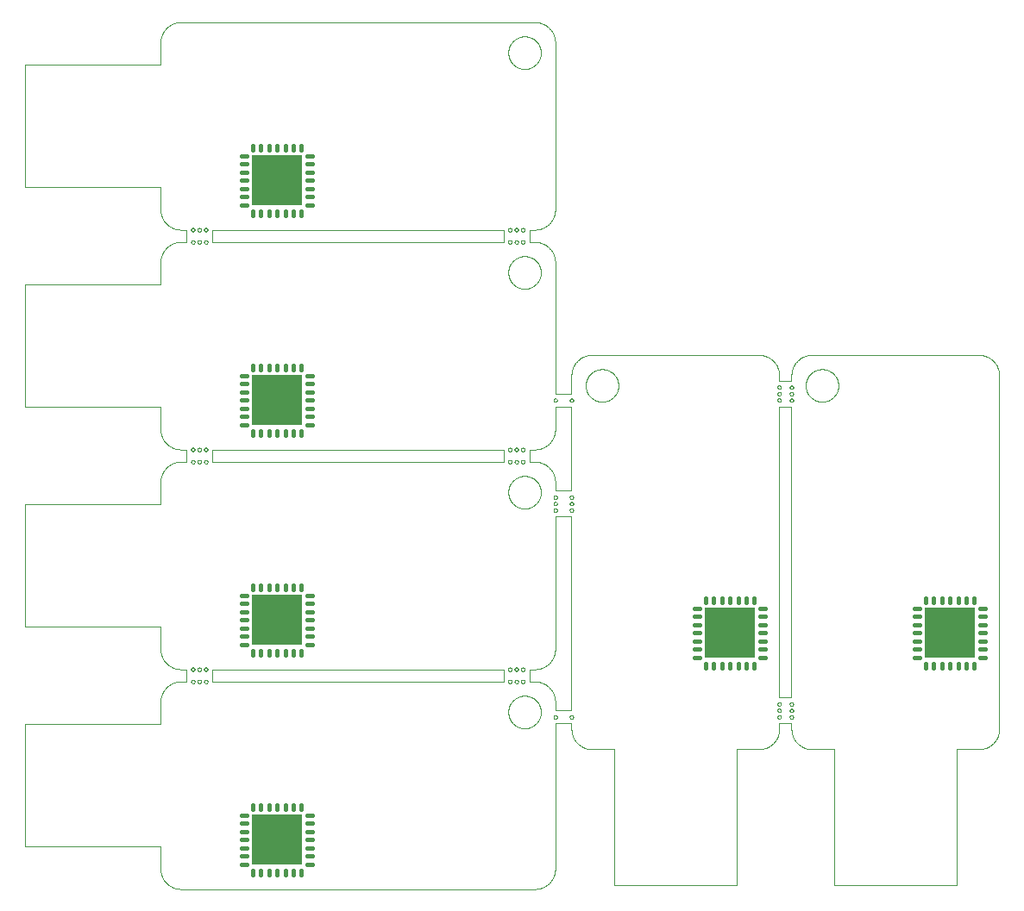
<source format=gbp>
G04 EAGLE Gerber X2 export*
%TF.Part,Single*%
%TF.FileFunction,Other,Solder paste bottom*%
%TF.FilePolarity,Positive*%
%TF.GenerationSoftware,Autodesk,EAGLE,9.4.0*%
%TF.CreationDate,2019-06-23T03:17:34Z*%
G75*
%MOMM*%
%FSLAX34Y34*%
%LPD*%
%INSolder paste bottom*%
%AMOC8*
5,1,8,0,0,1.08239X$1,22.5*%
G01*
%ADD10C,0.050000*%
%ADD11C,0.000000*%
%ADD12C,0.025400*%
%ADD13C,0.450000*%
%ADD14R,5.000000X5.000000*%
%ADD15R,4.000000X4.000000*%


D10*
X153350Y212600D02*
X152866Y212594D01*
X152384Y212577D01*
X151901Y212548D01*
X151420Y212507D01*
X150939Y212455D01*
X150460Y212391D01*
X149983Y212315D01*
X149508Y212228D01*
X149035Y212130D01*
X148564Y212020D01*
X148096Y211899D01*
X147632Y211766D01*
X147170Y211623D01*
X146713Y211468D01*
X146259Y211302D01*
X145809Y211126D01*
X145364Y210938D01*
X144923Y210740D01*
X144487Y210531D01*
X144056Y210312D01*
X143631Y210082D01*
X143212Y209842D01*
X142798Y209592D01*
X142391Y209333D01*
X141990Y209063D01*
X141595Y208784D01*
X141208Y208495D01*
X140827Y208197D01*
X140454Y207890D01*
X140089Y207574D01*
X139731Y207250D01*
X139381Y206916D01*
X139039Y206575D01*
X138706Y206225D01*
X138381Y205867D01*
X138065Y205502D01*
X137758Y205129D01*
X137459Y204748D01*
X137171Y204361D01*
X136891Y203967D01*
X136621Y203566D01*
X136361Y203159D01*
X136111Y202745D01*
X135871Y202326D01*
X135642Y201901D01*
X135422Y201470D01*
X135213Y201035D01*
X135015Y200594D01*
X134827Y200149D01*
X134650Y199699D01*
X134484Y199245D01*
X134329Y198787D01*
X134185Y198326D01*
X134053Y197862D01*
X133931Y197394D01*
X133821Y196923D01*
X133722Y196450D01*
X133635Y195975D01*
X133559Y195498D01*
X133495Y195019D01*
X133443Y194538D01*
X133402Y194057D01*
X133373Y193575D01*
X133355Y193092D01*
X133349Y192609D01*
X500700Y212600D02*
X501191Y212594D01*
X501682Y212576D01*
X502172Y212547D01*
X502661Y212505D01*
X503149Y212451D01*
X503636Y212385D01*
X504121Y212307D01*
X504604Y212218D01*
X505084Y212116D01*
X505562Y212003D01*
X506037Y211878D01*
X506509Y211741D01*
X506977Y211593D01*
X507441Y211434D01*
X507902Y211263D01*
X508358Y211081D01*
X508809Y210888D01*
X509256Y210683D01*
X509697Y210468D01*
X510133Y210242D01*
X510564Y210006D01*
X510988Y209759D01*
X511406Y209501D01*
X511818Y209234D01*
X512223Y208956D01*
X512621Y208669D01*
X513012Y208372D01*
X513396Y208065D01*
X513772Y207749D01*
X514140Y207424D01*
X514500Y207090D01*
X514852Y206747D01*
X515195Y206396D01*
X515529Y206036D01*
X515855Y205669D01*
X516171Y205293D01*
X516478Y204910D01*
X516776Y204519D01*
X517064Y204121D01*
X517342Y203717D01*
X517610Y203305D01*
X517868Y202887D01*
X518115Y202463D01*
X518352Y202033D01*
X518579Y201597D01*
X518794Y201156D01*
X518999Y200710D01*
X519193Y200258D01*
X519376Y199803D01*
X519547Y199342D01*
X519707Y198878D01*
X519856Y198410D01*
X519993Y197939D01*
X520118Y197464D01*
X520232Y196986D01*
X520334Y196506D01*
X520424Y196023D01*
X520502Y195538D01*
X520569Y195052D01*
X520623Y194564D01*
X520666Y194074D01*
X520696Y193584D01*
X520715Y193093D01*
X520721Y192602D01*
X520721Y28779D02*
X520716Y28295D01*
X520699Y27812D01*
X520670Y27329D01*
X520630Y26846D01*
X520578Y26365D01*
X520514Y25886D01*
X520439Y25408D01*
X520353Y24932D01*
X520255Y24458D01*
X520145Y23986D01*
X520024Y23518D01*
X519892Y23052D01*
X519749Y22590D01*
X519594Y22132D01*
X519429Y21677D01*
X519252Y21227D01*
X519065Y20780D01*
X518867Y20339D01*
X518658Y19902D01*
X518439Y19471D01*
X518210Y19045D01*
X517970Y18625D01*
X517720Y18210D01*
X517460Y17802D01*
X517191Y17400D01*
X516912Y17005D01*
X516623Y16617D01*
X516325Y16235D01*
X516018Y15861D01*
X515702Y15495D01*
X515377Y15136D01*
X515044Y14786D01*
X514702Y14443D01*
X514352Y14109D01*
X513994Y13783D01*
X513629Y13466D01*
X513256Y13158D01*
X512875Y12859D01*
X512487Y12570D01*
X512093Y12290D01*
X511692Y12019D01*
X511284Y11758D01*
X510870Y11507D01*
X510451Y11267D01*
X510025Y11036D01*
X509594Y10816D01*
X509158Y10606D01*
X508717Y10407D01*
X508272Y10219D01*
X507822Y10041D01*
X507367Y9874D01*
X506909Y9719D01*
X506447Y9574D01*
X505982Y9441D01*
X505514Y9319D01*
X505043Y9208D01*
X504569Y9109D01*
X504094Y9021D01*
X503616Y8945D01*
X503136Y8880D01*
X502655Y8827D01*
X502173Y8785D01*
X501690Y8756D01*
X501207Y8737D01*
X500723Y8731D01*
X153374Y8731D02*
X152883Y8737D01*
X152392Y8755D01*
X151902Y8785D01*
X151413Y8827D01*
X150925Y8881D01*
X150439Y8947D01*
X149954Y9025D01*
X149472Y9115D01*
X148991Y9216D01*
X148514Y9330D01*
X148039Y9455D01*
X147568Y9591D01*
X147100Y9740D01*
X146636Y9899D01*
X146175Y10070D01*
X145720Y10252D01*
X145269Y10446D01*
X144822Y10650D01*
X144381Y10865D01*
X143945Y11091D01*
X143515Y11328D01*
X143091Y11575D01*
X142673Y11833D01*
X142262Y12100D01*
X141857Y12378D01*
X141459Y12665D01*
X141068Y12962D01*
X140685Y13269D01*
X140309Y13585D01*
X139942Y13910D01*
X139582Y14244D01*
X139231Y14587D01*
X138888Y14938D01*
X138554Y15298D01*
X138228Y15666D01*
X137912Y16041D01*
X137606Y16424D01*
X137308Y16815D01*
X137021Y17213D01*
X136743Y17617D01*
X136475Y18029D01*
X136218Y18447D01*
X135971Y18871D01*
X135734Y19301D01*
X135508Y19736D01*
X135292Y20178D01*
X135088Y20624D01*
X134894Y21075D01*
X134712Y21531D01*
X134541Y21991D01*
X134381Y22455D01*
X134233Y22923D01*
X134096Y23394D01*
X133971Y23869D01*
X133858Y24346D01*
X133756Y24827D01*
X133666Y25309D01*
X133588Y25794D01*
X133522Y26280D01*
X133468Y26768D01*
X133425Y27257D01*
X133395Y27747D01*
X133377Y28238D01*
X133371Y28728D01*
X0Y50371D02*
X0Y171021D01*
X133371Y28728D02*
X133377Y28238D01*
X133395Y27747D01*
X133425Y27257D01*
X133468Y26768D01*
X133522Y26280D01*
X133588Y25794D01*
X133666Y25309D01*
X133756Y24827D01*
X133858Y24346D01*
X133971Y23869D01*
X134096Y23394D01*
X134233Y22923D01*
X134381Y22455D01*
X134541Y21991D01*
X134712Y21531D01*
X134894Y21075D01*
X135088Y20624D01*
X135292Y20178D01*
X135508Y19736D01*
X135734Y19301D01*
X135971Y18871D01*
X136218Y18447D01*
X136475Y18029D01*
X136743Y17617D01*
X137021Y17213D01*
X137308Y16815D01*
X137606Y16424D01*
X137912Y16041D01*
X138228Y15666D01*
X138554Y15298D01*
X138888Y14938D01*
X139231Y14587D01*
X139582Y14244D01*
X139942Y13910D01*
X140309Y13585D01*
X140685Y13269D01*
X141068Y12962D01*
X141459Y12665D01*
X141857Y12378D01*
X142262Y12100D01*
X142673Y11833D01*
X143091Y11575D01*
X143515Y11328D01*
X143945Y11091D01*
X144381Y10865D01*
X144822Y10650D01*
X145269Y10446D01*
X145720Y10252D01*
X146175Y10070D01*
X146636Y9899D01*
X147100Y9740D01*
X147568Y9591D01*
X148039Y9455D01*
X148514Y9330D01*
X148991Y9216D01*
X149472Y9115D01*
X149954Y9025D01*
X150439Y8947D01*
X150925Y8881D01*
X151413Y8827D01*
X151902Y8785D01*
X152392Y8755D01*
X152883Y8737D01*
X153374Y8731D01*
X500723Y8731D02*
X501207Y8737D01*
X501690Y8756D01*
X502173Y8785D01*
X502655Y8827D01*
X503136Y8880D01*
X503616Y8945D01*
X504094Y9021D01*
X504569Y9109D01*
X505043Y9208D01*
X505514Y9319D01*
X505982Y9441D01*
X506447Y9574D01*
X506909Y9719D01*
X507367Y9874D01*
X507822Y10041D01*
X508272Y10219D01*
X508717Y10407D01*
X509158Y10606D01*
X509594Y10816D01*
X510025Y11036D01*
X510451Y11267D01*
X510870Y11507D01*
X511284Y11758D01*
X511692Y12019D01*
X512093Y12290D01*
X512487Y12570D01*
X512875Y12859D01*
X513256Y13158D01*
X513629Y13466D01*
X513994Y13783D01*
X514352Y14109D01*
X514702Y14443D01*
X515044Y14786D01*
X515377Y15136D01*
X515702Y15495D01*
X516018Y15861D01*
X516325Y16235D01*
X516623Y16617D01*
X516912Y17005D01*
X517191Y17400D01*
X517460Y17802D01*
X517720Y18210D01*
X517970Y18625D01*
X518210Y19045D01*
X518439Y19471D01*
X518658Y19902D01*
X518867Y20339D01*
X519065Y20780D01*
X519252Y21227D01*
X519429Y21677D01*
X519594Y22132D01*
X519749Y22590D01*
X519892Y23052D01*
X520024Y23518D01*
X520145Y23986D01*
X520255Y24458D01*
X520353Y24932D01*
X520439Y25408D01*
X520514Y25886D01*
X520578Y26365D01*
X520630Y26846D01*
X520670Y27329D01*
X520699Y27812D01*
X520716Y28295D01*
X520721Y28779D01*
X520721Y192602D02*
X520715Y193093D01*
X520696Y193584D01*
X520666Y194074D01*
X520623Y194564D01*
X520569Y195052D01*
X520502Y195538D01*
X520424Y196023D01*
X520334Y196506D01*
X520232Y196986D01*
X520118Y197464D01*
X519993Y197939D01*
X519856Y198410D01*
X519707Y198878D01*
X519547Y199342D01*
X519376Y199803D01*
X519193Y200258D01*
X518999Y200710D01*
X518794Y201156D01*
X518579Y201597D01*
X518352Y202033D01*
X518115Y202463D01*
X517868Y202887D01*
X517610Y203305D01*
X517342Y203717D01*
X517064Y204121D01*
X516776Y204519D01*
X516478Y204910D01*
X516171Y205293D01*
X515855Y205669D01*
X515529Y206036D01*
X515195Y206396D01*
X514852Y206747D01*
X514500Y207090D01*
X514140Y207424D01*
X513772Y207749D01*
X513396Y208065D01*
X513012Y208372D01*
X512621Y208669D01*
X512223Y208956D01*
X511818Y209234D01*
X511406Y209501D01*
X510988Y209759D01*
X510564Y210006D01*
X510133Y210242D01*
X509697Y210468D01*
X509256Y210683D01*
X508809Y210888D01*
X508358Y211081D01*
X507902Y211263D01*
X507441Y211434D01*
X506977Y211593D01*
X506509Y211741D01*
X506037Y211878D01*
X505562Y212003D01*
X505084Y212116D01*
X504604Y212218D01*
X504121Y212307D01*
X503636Y212385D01*
X503149Y212451D01*
X502661Y212505D01*
X502172Y212547D01*
X501682Y212576D01*
X501191Y212594D01*
X500700Y212600D01*
X495300Y212600D01*
X469900Y212600D02*
X184150Y212600D01*
X158750Y212600D02*
X153350Y212600D01*
X133368Y50371D02*
X0Y50371D01*
X133368Y50371D02*
X133371Y28729D01*
X133371Y28728D02*
X133377Y28238D01*
X133395Y27747D01*
X133425Y27257D01*
X133468Y26768D01*
X133522Y26280D01*
X133588Y25794D01*
X133666Y25309D01*
X133756Y24827D01*
X133858Y24346D01*
X133971Y23869D01*
X134096Y23394D01*
X134233Y22923D01*
X134381Y22455D01*
X134541Y21991D01*
X134712Y21531D01*
X134894Y21075D01*
X135088Y20624D01*
X135292Y20178D01*
X135508Y19736D01*
X135734Y19301D01*
X135971Y18871D01*
X136218Y18447D01*
X136475Y18029D01*
X136743Y17617D01*
X137021Y17213D01*
X137308Y16815D01*
X137606Y16424D01*
X137912Y16041D01*
X138228Y15666D01*
X138554Y15298D01*
X138888Y14938D01*
X139231Y14587D01*
X139582Y14244D01*
X139942Y13910D01*
X140309Y13585D01*
X140685Y13269D01*
X141068Y12962D01*
X141459Y12665D01*
X141857Y12378D01*
X142262Y12100D01*
X142673Y11833D01*
X143091Y11575D01*
X143515Y11328D01*
X143945Y11091D01*
X144381Y10865D01*
X144822Y10650D01*
X145269Y10446D01*
X145720Y10252D01*
X146175Y10070D01*
X146636Y9899D01*
X147100Y9740D01*
X147568Y9591D01*
X148039Y9455D01*
X148514Y9330D01*
X148991Y9216D01*
X149472Y9115D01*
X149954Y9025D01*
X150439Y8947D01*
X150925Y8881D01*
X151413Y8827D01*
X151902Y8785D01*
X152392Y8755D01*
X152883Y8737D01*
X153374Y8731D01*
X153373Y8731D02*
X500723Y8731D01*
X501207Y8737D01*
X501690Y8756D01*
X502173Y8785D01*
X502655Y8827D01*
X503136Y8880D01*
X503616Y8945D01*
X504094Y9021D01*
X504569Y9109D01*
X505043Y9208D01*
X505514Y9319D01*
X505982Y9441D01*
X506447Y9574D01*
X506909Y9719D01*
X507367Y9874D01*
X507822Y10041D01*
X508272Y10219D01*
X508717Y10407D01*
X509158Y10606D01*
X509594Y10816D01*
X510025Y11036D01*
X510451Y11267D01*
X510870Y11507D01*
X511284Y11758D01*
X511692Y12019D01*
X512093Y12290D01*
X512487Y12570D01*
X512875Y12859D01*
X513256Y13158D01*
X513629Y13466D01*
X513994Y13783D01*
X514352Y14109D01*
X514702Y14443D01*
X515044Y14786D01*
X515377Y15136D01*
X515702Y15495D01*
X516018Y15861D01*
X516325Y16235D01*
X516623Y16617D01*
X516912Y17005D01*
X517191Y17400D01*
X517460Y17802D01*
X517720Y18210D01*
X517970Y18625D01*
X518210Y19045D01*
X518439Y19471D01*
X518658Y19902D01*
X518867Y20339D01*
X519065Y20780D01*
X519252Y21227D01*
X519429Y21677D01*
X519594Y22132D01*
X519749Y22590D01*
X519892Y23052D01*
X520024Y23518D01*
X520145Y23986D01*
X520255Y24458D01*
X520353Y24932D01*
X520439Y25408D01*
X520514Y25886D01*
X520578Y26365D01*
X520630Y26846D01*
X520670Y27329D01*
X520699Y27812D01*
X520716Y28295D01*
X520721Y28779D01*
X520721Y171450D01*
X520721Y184150D02*
X520721Y192603D01*
X520721Y192602D02*
X520715Y193093D01*
X520696Y193584D01*
X520666Y194074D01*
X520623Y194564D01*
X520569Y195052D01*
X520502Y195538D01*
X520424Y196023D01*
X520334Y196506D01*
X520232Y196986D01*
X520118Y197464D01*
X519993Y197939D01*
X519856Y198410D01*
X519707Y198878D01*
X519547Y199342D01*
X519376Y199803D01*
X519193Y200258D01*
X518999Y200710D01*
X518794Y201156D01*
X518579Y201597D01*
X518352Y202033D01*
X518115Y202463D01*
X517868Y202887D01*
X517610Y203305D01*
X517342Y203717D01*
X517064Y204121D01*
X516776Y204519D01*
X516478Y204910D01*
X516171Y205293D01*
X515855Y205669D01*
X515529Y206036D01*
X515195Y206396D01*
X514852Y206747D01*
X514500Y207090D01*
X514140Y207424D01*
X513772Y207749D01*
X513396Y208065D01*
X513012Y208372D01*
X512621Y208669D01*
X512223Y208956D01*
X511818Y209234D01*
X511406Y209501D01*
X510988Y209759D01*
X510564Y210006D01*
X510133Y210242D01*
X509697Y210468D01*
X509256Y210683D01*
X508809Y210888D01*
X508358Y211081D01*
X507902Y211263D01*
X507441Y211434D01*
X506977Y211593D01*
X506509Y211741D01*
X506037Y211878D01*
X505562Y212003D01*
X505084Y212116D01*
X504604Y212218D01*
X504121Y212307D01*
X503636Y212385D01*
X503149Y212451D01*
X502661Y212505D01*
X502172Y212547D01*
X501682Y212576D01*
X501191Y212594D01*
X500700Y212600D01*
X153350Y212600D02*
X152866Y212594D01*
X152384Y212577D01*
X151901Y212548D01*
X151420Y212507D01*
X150939Y212455D01*
X150460Y212391D01*
X149983Y212315D01*
X149508Y212228D01*
X149035Y212130D01*
X148564Y212020D01*
X148096Y211899D01*
X147632Y211766D01*
X147170Y211623D01*
X146713Y211468D01*
X146259Y211302D01*
X145809Y211126D01*
X145364Y210938D01*
X144923Y210740D01*
X144487Y210531D01*
X144056Y210312D01*
X143631Y210082D01*
X143212Y209842D01*
X142798Y209592D01*
X142391Y209333D01*
X141990Y209063D01*
X141595Y208784D01*
X141208Y208495D01*
X140827Y208197D01*
X140454Y207890D01*
X140089Y207574D01*
X139731Y207250D01*
X139381Y206916D01*
X139039Y206575D01*
X138706Y206225D01*
X138381Y205867D01*
X138065Y205502D01*
X137758Y205129D01*
X137459Y204748D01*
X137171Y204361D01*
X136891Y203967D01*
X136621Y203566D01*
X136361Y203159D01*
X136111Y202745D01*
X135871Y202326D01*
X135642Y201901D01*
X135422Y201470D01*
X135213Y201035D01*
X135015Y200594D01*
X134827Y200149D01*
X134650Y199699D01*
X134484Y199245D01*
X134329Y198787D01*
X134185Y198326D01*
X134053Y197862D01*
X133931Y197394D01*
X133821Y196923D01*
X133722Y196450D01*
X133635Y195975D01*
X133559Y195498D01*
X133495Y195019D01*
X133443Y194538D01*
X133402Y194057D01*
X133373Y193575D01*
X133355Y193092D01*
X133349Y192609D01*
X133350Y192609D02*
X133349Y171021D01*
X0Y171021D01*
X474701Y182600D02*
X474706Y182993D01*
X474720Y183385D01*
X474744Y183777D01*
X474778Y184168D01*
X474821Y184559D01*
X474874Y184948D01*
X474937Y185335D01*
X475008Y185721D01*
X475090Y186106D01*
X475180Y186488D01*
X475281Y186867D01*
X475390Y187245D01*
X475509Y187619D01*
X475636Y187990D01*
X475773Y188358D01*
X475919Y188723D01*
X476074Y189084D01*
X476237Y189441D01*
X476409Y189794D01*
X476590Y190142D01*
X476780Y190486D01*
X476977Y190826D01*
X477183Y191160D01*
X477397Y191489D01*
X477620Y191813D01*
X477850Y192131D01*
X478087Y192444D01*
X478333Y192750D01*
X478586Y193051D01*
X478846Y193345D01*
X479113Y193633D01*
X479387Y193914D01*
X479668Y194188D01*
X479956Y194455D01*
X480250Y194715D01*
X480551Y194968D01*
X480857Y195214D01*
X481170Y195451D01*
X481488Y195681D01*
X481812Y195904D01*
X482141Y196118D01*
X482475Y196324D01*
X482815Y196521D01*
X483159Y196711D01*
X483507Y196892D01*
X483860Y197064D01*
X484217Y197227D01*
X484578Y197382D01*
X484943Y197528D01*
X485311Y197665D01*
X485682Y197792D01*
X486056Y197911D01*
X486434Y198020D01*
X486813Y198121D01*
X487195Y198211D01*
X487580Y198293D01*
X487966Y198364D01*
X488353Y198427D01*
X488742Y198480D01*
X489133Y198523D01*
X489524Y198557D01*
X489916Y198581D01*
X490308Y198595D01*
X490701Y198600D01*
X491094Y198595D01*
X491486Y198581D01*
X491878Y198557D01*
X492269Y198523D01*
X492660Y198480D01*
X493049Y198427D01*
X493436Y198364D01*
X493822Y198293D01*
X494207Y198211D01*
X494589Y198121D01*
X494968Y198020D01*
X495346Y197911D01*
X495720Y197792D01*
X496091Y197665D01*
X496459Y197528D01*
X496824Y197382D01*
X497185Y197227D01*
X497542Y197064D01*
X497895Y196892D01*
X498243Y196711D01*
X498587Y196521D01*
X498927Y196324D01*
X499261Y196118D01*
X499590Y195904D01*
X499914Y195681D01*
X500232Y195451D01*
X500545Y195214D01*
X500851Y194968D01*
X501152Y194715D01*
X501446Y194455D01*
X501734Y194188D01*
X502015Y193914D01*
X502289Y193633D01*
X502556Y193345D01*
X502816Y193051D01*
X503069Y192750D01*
X503315Y192444D01*
X503552Y192131D01*
X503782Y191813D01*
X504005Y191489D01*
X504219Y191160D01*
X504425Y190826D01*
X504622Y190486D01*
X504812Y190142D01*
X504993Y189794D01*
X505165Y189441D01*
X505328Y189084D01*
X505483Y188723D01*
X505629Y188358D01*
X505766Y187990D01*
X505893Y187619D01*
X506012Y187245D01*
X506121Y186867D01*
X506222Y186488D01*
X506312Y186106D01*
X506394Y185721D01*
X506465Y185335D01*
X506528Y184948D01*
X506581Y184559D01*
X506624Y184168D01*
X506658Y183777D01*
X506682Y183385D01*
X506696Y182993D01*
X506701Y182600D01*
X506696Y182207D01*
X506682Y181815D01*
X506658Y181423D01*
X506624Y181032D01*
X506581Y180641D01*
X506528Y180252D01*
X506465Y179865D01*
X506394Y179479D01*
X506312Y179094D01*
X506222Y178712D01*
X506121Y178333D01*
X506012Y177955D01*
X505893Y177581D01*
X505766Y177210D01*
X505629Y176842D01*
X505483Y176477D01*
X505328Y176116D01*
X505165Y175759D01*
X504993Y175406D01*
X504812Y175058D01*
X504622Y174714D01*
X504425Y174374D01*
X504219Y174040D01*
X504005Y173711D01*
X503782Y173387D01*
X503552Y173069D01*
X503315Y172756D01*
X503069Y172450D01*
X502816Y172149D01*
X502556Y171855D01*
X502289Y171567D01*
X502015Y171286D01*
X501734Y171012D01*
X501446Y170745D01*
X501152Y170485D01*
X500851Y170232D01*
X500545Y169986D01*
X500232Y169749D01*
X499914Y169519D01*
X499590Y169296D01*
X499261Y169082D01*
X498927Y168876D01*
X498587Y168679D01*
X498243Y168489D01*
X497895Y168308D01*
X497542Y168136D01*
X497185Y167973D01*
X496824Y167818D01*
X496459Y167672D01*
X496091Y167535D01*
X495720Y167408D01*
X495346Y167289D01*
X494968Y167180D01*
X494589Y167079D01*
X494207Y166989D01*
X493822Y166907D01*
X493436Y166836D01*
X493049Y166773D01*
X492660Y166720D01*
X492269Y166677D01*
X491878Y166643D01*
X491486Y166619D01*
X491094Y166605D01*
X490701Y166600D01*
X490308Y166605D01*
X489916Y166619D01*
X489524Y166643D01*
X489133Y166677D01*
X488742Y166720D01*
X488353Y166773D01*
X487966Y166836D01*
X487580Y166907D01*
X487195Y166989D01*
X486813Y167079D01*
X486434Y167180D01*
X486056Y167289D01*
X485682Y167408D01*
X485311Y167535D01*
X484943Y167672D01*
X484578Y167818D01*
X484217Y167973D01*
X483860Y168136D01*
X483507Y168308D01*
X483159Y168489D01*
X482815Y168679D01*
X482475Y168876D01*
X482141Y169082D01*
X481812Y169296D01*
X481488Y169519D01*
X481170Y169749D01*
X480857Y169986D01*
X480551Y170232D01*
X480250Y170485D01*
X479956Y170745D01*
X479668Y171012D01*
X479387Y171286D01*
X479113Y171567D01*
X478846Y171855D01*
X478586Y172149D01*
X478333Y172450D01*
X478087Y172756D01*
X477850Y173069D01*
X477620Y173387D01*
X477397Y173711D01*
X477183Y174040D01*
X476977Y174374D01*
X476780Y174714D01*
X476590Y175058D01*
X476409Y175406D01*
X476237Y175759D01*
X476074Y176116D01*
X475919Y176477D01*
X475773Y176842D01*
X475636Y177210D01*
X475509Y177581D01*
X475390Y177955D01*
X475281Y178333D01*
X475180Y178712D01*
X475090Y179094D01*
X475008Y179479D01*
X474937Y179865D01*
X474874Y180252D01*
X474821Y180641D01*
X474778Y181032D01*
X474744Y181423D01*
X474720Y181815D01*
X474706Y182207D01*
X474701Y182600D01*
D11*
X163350Y212600D02*
X163352Y212683D01*
X163358Y212766D01*
X163368Y212849D01*
X163382Y212931D01*
X163399Y213013D01*
X163421Y213093D01*
X163446Y213172D01*
X163475Y213250D01*
X163508Y213327D01*
X163545Y213402D01*
X163584Y213475D01*
X163628Y213546D01*
X163674Y213615D01*
X163724Y213682D01*
X163777Y213746D01*
X163833Y213808D01*
X163892Y213867D01*
X163954Y213923D01*
X164018Y213976D01*
X164085Y214026D01*
X164154Y214072D01*
X164225Y214116D01*
X164298Y214155D01*
X164373Y214192D01*
X164450Y214225D01*
X164528Y214254D01*
X164607Y214279D01*
X164687Y214301D01*
X164769Y214318D01*
X164851Y214332D01*
X164934Y214342D01*
X165017Y214348D01*
X165100Y214350D01*
X165183Y214348D01*
X165266Y214342D01*
X165349Y214332D01*
X165431Y214318D01*
X165513Y214301D01*
X165593Y214279D01*
X165672Y214254D01*
X165750Y214225D01*
X165827Y214192D01*
X165902Y214155D01*
X165975Y214116D01*
X166046Y214072D01*
X166115Y214026D01*
X166182Y213976D01*
X166246Y213923D01*
X166308Y213867D01*
X166367Y213808D01*
X166423Y213746D01*
X166476Y213682D01*
X166526Y213615D01*
X166572Y213546D01*
X166616Y213475D01*
X166655Y213402D01*
X166692Y213327D01*
X166725Y213250D01*
X166754Y213172D01*
X166779Y213093D01*
X166801Y213013D01*
X166818Y212931D01*
X166832Y212849D01*
X166842Y212766D01*
X166848Y212683D01*
X166850Y212600D01*
X166848Y212517D01*
X166842Y212434D01*
X166832Y212351D01*
X166818Y212269D01*
X166801Y212187D01*
X166779Y212107D01*
X166754Y212028D01*
X166725Y211950D01*
X166692Y211873D01*
X166655Y211798D01*
X166616Y211725D01*
X166572Y211654D01*
X166526Y211585D01*
X166476Y211518D01*
X166423Y211454D01*
X166367Y211392D01*
X166308Y211333D01*
X166246Y211277D01*
X166182Y211224D01*
X166115Y211174D01*
X166046Y211128D01*
X165975Y211084D01*
X165902Y211045D01*
X165827Y211008D01*
X165750Y210975D01*
X165672Y210946D01*
X165593Y210921D01*
X165513Y210899D01*
X165431Y210882D01*
X165349Y210868D01*
X165266Y210858D01*
X165183Y210852D01*
X165100Y210850D01*
X165017Y210852D01*
X164934Y210858D01*
X164851Y210868D01*
X164769Y210882D01*
X164687Y210899D01*
X164607Y210921D01*
X164528Y210946D01*
X164450Y210975D01*
X164373Y211008D01*
X164298Y211045D01*
X164225Y211084D01*
X164154Y211128D01*
X164085Y211174D01*
X164018Y211224D01*
X163954Y211277D01*
X163892Y211333D01*
X163833Y211392D01*
X163777Y211454D01*
X163724Y211518D01*
X163674Y211585D01*
X163628Y211654D01*
X163584Y211725D01*
X163545Y211798D01*
X163508Y211873D01*
X163475Y211950D01*
X163446Y212028D01*
X163421Y212107D01*
X163399Y212187D01*
X163382Y212269D01*
X163368Y212351D01*
X163358Y212434D01*
X163352Y212517D01*
X163350Y212600D01*
X169700Y212600D02*
X169702Y212683D01*
X169708Y212766D01*
X169718Y212849D01*
X169732Y212931D01*
X169749Y213013D01*
X169771Y213093D01*
X169796Y213172D01*
X169825Y213250D01*
X169858Y213327D01*
X169895Y213402D01*
X169934Y213475D01*
X169978Y213546D01*
X170024Y213615D01*
X170074Y213682D01*
X170127Y213746D01*
X170183Y213808D01*
X170242Y213867D01*
X170304Y213923D01*
X170368Y213976D01*
X170435Y214026D01*
X170504Y214072D01*
X170575Y214116D01*
X170648Y214155D01*
X170723Y214192D01*
X170800Y214225D01*
X170878Y214254D01*
X170957Y214279D01*
X171037Y214301D01*
X171119Y214318D01*
X171201Y214332D01*
X171284Y214342D01*
X171367Y214348D01*
X171450Y214350D01*
X171533Y214348D01*
X171616Y214342D01*
X171699Y214332D01*
X171781Y214318D01*
X171863Y214301D01*
X171943Y214279D01*
X172022Y214254D01*
X172100Y214225D01*
X172177Y214192D01*
X172252Y214155D01*
X172325Y214116D01*
X172396Y214072D01*
X172465Y214026D01*
X172532Y213976D01*
X172596Y213923D01*
X172658Y213867D01*
X172717Y213808D01*
X172773Y213746D01*
X172826Y213682D01*
X172876Y213615D01*
X172922Y213546D01*
X172966Y213475D01*
X173005Y213402D01*
X173042Y213327D01*
X173075Y213250D01*
X173104Y213172D01*
X173129Y213093D01*
X173151Y213013D01*
X173168Y212931D01*
X173182Y212849D01*
X173192Y212766D01*
X173198Y212683D01*
X173200Y212600D01*
X173198Y212517D01*
X173192Y212434D01*
X173182Y212351D01*
X173168Y212269D01*
X173151Y212187D01*
X173129Y212107D01*
X173104Y212028D01*
X173075Y211950D01*
X173042Y211873D01*
X173005Y211798D01*
X172966Y211725D01*
X172922Y211654D01*
X172876Y211585D01*
X172826Y211518D01*
X172773Y211454D01*
X172717Y211392D01*
X172658Y211333D01*
X172596Y211277D01*
X172532Y211224D01*
X172465Y211174D01*
X172396Y211128D01*
X172325Y211084D01*
X172252Y211045D01*
X172177Y211008D01*
X172100Y210975D01*
X172022Y210946D01*
X171943Y210921D01*
X171863Y210899D01*
X171781Y210882D01*
X171699Y210868D01*
X171616Y210858D01*
X171533Y210852D01*
X171450Y210850D01*
X171367Y210852D01*
X171284Y210858D01*
X171201Y210868D01*
X171119Y210882D01*
X171037Y210899D01*
X170957Y210921D01*
X170878Y210946D01*
X170800Y210975D01*
X170723Y211008D01*
X170648Y211045D01*
X170575Y211084D01*
X170504Y211128D01*
X170435Y211174D01*
X170368Y211224D01*
X170304Y211277D01*
X170242Y211333D01*
X170183Y211392D01*
X170127Y211454D01*
X170074Y211518D01*
X170024Y211585D01*
X169978Y211654D01*
X169934Y211725D01*
X169895Y211798D01*
X169858Y211873D01*
X169825Y211950D01*
X169796Y212028D01*
X169771Y212107D01*
X169749Y212187D01*
X169732Y212269D01*
X169718Y212351D01*
X169708Y212434D01*
X169702Y212517D01*
X169700Y212600D01*
X176050Y212600D02*
X176052Y212683D01*
X176058Y212766D01*
X176068Y212849D01*
X176082Y212931D01*
X176099Y213013D01*
X176121Y213093D01*
X176146Y213172D01*
X176175Y213250D01*
X176208Y213327D01*
X176245Y213402D01*
X176284Y213475D01*
X176328Y213546D01*
X176374Y213615D01*
X176424Y213682D01*
X176477Y213746D01*
X176533Y213808D01*
X176592Y213867D01*
X176654Y213923D01*
X176718Y213976D01*
X176785Y214026D01*
X176854Y214072D01*
X176925Y214116D01*
X176998Y214155D01*
X177073Y214192D01*
X177150Y214225D01*
X177228Y214254D01*
X177307Y214279D01*
X177387Y214301D01*
X177469Y214318D01*
X177551Y214332D01*
X177634Y214342D01*
X177717Y214348D01*
X177800Y214350D01*
X177883Y214348D01*
X177966Y214342D01*
X178049Y214332D01*
X178131Y214318D01*
X178213Y214301D01*
X178293Y214279D01*
X178372Y214254D01*
X178450Y214225D01*
X178527Y214192D01*
X178602Y214155D01*
X178675Y214116D01*
X178746Y214072D01*
X178815Y214026D01*
X178882Y213976D01*
X178946Y213923D01*
X179008Y213867D01*
X179067Y213808D01*
X179123Y213746D01*
X179176Y213682D01*
X179226Y213615D01*
X179272Y213546D01*
X179316Y213475D01*
X179355Y213402D01*
X179392Y213327D01*
X179425Y213250D01*
X179454Y213172D01*
X179479Y213093D01*
X179501Y213013D01*
X179518Y212931D01*
X179532Y212849D01*
X179542Y212766D01*
X179548Y212683D01*
X179550Y212600D01*
X179548Y212517D01*
X179542Y212434D01*
X179532Y212351D01*
X179518Y212269D01*
X179501Y212187D01*
X179479Y212107D01*
X179454Y212028D01*
X179425Y211950D01*
X179392Y211873D01*
X179355Y211798D01*
X179316Y211725D01*
X179272Y211654D01*
X179226Y211585D01*
X179176Y211518D01*
X179123Y211454D01*
X179067Y211392D01*
X179008Y211333D01*
X178946Y211277D01*
X178882Y211224D01*
X178815Y211174D01*
X178746Y211128D01*
X178675Y211084D01*
X178602Y211045D01*
X178527Y211008D01*
X178450Y210975D01*
X178372Y210946D01*
X178293Y210921D01*
X178213Y210899D01*
X178131Y210882D01*
X178049Y210868D01*
X177966Y210858D01*
X177883Y210852D01*
X177800Y210850D01*
X177717Y210852D01*
X177634Y210858D01*
X177551Y210868D01*
X177469Y210882D01*
X177387Y210899D01*
X177307Y210921D01*
X177228Y210946D01*
X177150Y210975D01*
X177073Y211008D01*
X176998Y211045D01*
X176925Y211084D01*
X176854Y211128D01*
X176785Y211174D01*
X176718Y211224D01*
X176654Y211277D01*
X176592Y211333D01*
X176533Y211392D01*
X176477Y211454D01*
X176424Y211518D01*
X176374Y211585D01*
X176328Y211654D01*
X176284Y211725D01*
X176245Y211798D01*
X176208Y211873D01*
X176175Y211950D01*
X176146Y212028D01*
X176121Y212107D01*
X176099Y212187D01*
X176082Y212269D01*
X176068Y212351D01*
X176058Y212434D01*
X176052Y212517D01*
X176050Y212600D01*
X474500Y212600D02*
X474502Y212683D01*
X474508Y212766D01*
X474518Y212849D01*
X474532Y212931D01*
X474549Y213013D01*
X474571Y213093D01*
X474596Y213172D01*
X474625Y213250D01*
X474658Y213327D01*
X474695Y213402D01*
X474734Y213475D01*
X474778Y213546D01*
X474824Y213615D01*
X474874Y213682D01*
X474927Y213746D01*
X474983Y213808D01*
X475042Y213867D01*
X475104Y213923D01*
X475168Y213976D01*
X475235Y214026D01*
X475304Y214072D01*
X475375Y214116D01*
X475448Y214155D01*
X475523Y214192D01*
X475600Y214225D01*
X475678Y214254D01*
X475757Y214279D01*
X475837Y214301D01*
X475919Y214318D01*
X476001Y214332D01*
X476084Y214342D01*
X476167Y214348D01*
X476250Y214350D01*
X476333Y214348D01*
X476416Y214342D01*
X476499Y214332D01*
X476581Y214318D01*
X476663Y214301D01*
X476743Y214279D01*
X476822Y214254D01*
X476900Y214225D01*
X476977Y214192D01*
X477052Y214155D01*
X477125Y214116D01*
X477196Y214072D01*
X477265Y214026D01*
X477332Y213976D01*
X477396Y213923D01*
X477458Y213867D01*
X477517Y213808D01*
X477573Y213746D01*
X477626Y213682D01*
X477676Y213615D01*
X477722Y213546D01*
X477766Y213475D01*
X477805Y213402D01*
X477842Y213327D01*
X477875Y213250D01*
X477904Y213172D01*
X477929Y213093D01*
X477951Y213013D01*
X477968Y212931D01*
X477982Y212849D01*
X477992Y212766D01*
X477998Y212683D01*
X478000Y212600D01*
X477998Y212517D01*
X477992Y212434D01*
X477982Y212351D01*
X477968Y212269D01*
X477951Y212187D01*
X477929Y212107D01*
X477904Y212028D01*
X477875Y211950D01*
X477842Y211873D01*
X477805Y211798D01*
X477766Y211725D01*
X477722Y211654D01*
X477676Y211585D01*
X477626Y211518D01*
X477573Y211454D01*
X477517Y211392D01*
X477458Y211333D01*
X477396Y211277D01*
X477332Y211224D01*
X477265Y211174D01*
X477196Y211128D01*
X477125Y211084D01*
X477052Y211045D01*
X476977Y211008D01*
X476900Y210975D01*
X476822Y210946D01*
X476743Y210921D01*
X476663Y210899D01*
X476581Y210882D01*
X476499Y210868D01*
X476416Y210858D01*
X476333Y210852D01*
X476250Y210850D01*
X476167Y210852D01*
X476084Y210858D01*
X476001Y210868D01*
X475919Y210882D01*
X475837Y210899D01*
X475757Y210921D01*
X475678Y210946D01*
X475600Y210975D01*
X475523Y211008D01*
X475448Y211045D01*
X475375Y211084D01*
X475304Y211128D01*
X475235Y211174D01*
X475168Y211224D01*
X475104Y211277D01*
X475042Y211333D01*
X474983Y211392D01*
X474927Y211454D01*
X474874Y211518D01*
X474824Y211585D01*
X474778Y211654D01*
X474734Y211725D01*
X474695Y211798D01*
X474658Y211873D01*
X474625Y211950D01*
X474596Y212028D01*
X474571Y212107D01*
X474549Y212187D01*
X474532Y212269D01*
X474518Y212351D01*
X474508Y212434D01*
X474502Y212517D01*
X474500Y212600D01*
X480850Y212600D02*
X480852Y212683D01*
X480858Y212766D01*
X480868Y212849D01*
X480882Y212931D01*
X480899Y213013D01*
X480921Y213093D01*
X480946Y213172D01*
X480975Y213250D01*
X481008Y213327D01*
X481045Y213402D01*
X481084Y213475D01*
X481128Y213546D01*
X481174Y213615D01*
X481224Y213682D01*
X481277Y213746D01*
X481333Y213808D01*
X481392Y213867D01*
X481454Y213923D01*
X481518Y213976D01*
X481585Y214026D01*
X481654Y214072D01*
X481725Y214116D01*
X481798Y214155D01*
X481873Y214192D01*
X481950Y214225D01*
X482028Y214254D01*
X482107Y214279D01*
X482187Y214301D01*
X482269Y214318D01*
X482351Y214332D01*
X482434Y214342D01*
X482517Y214348D01*
X482600Y214350D01*
X482683Y214348D01*
X482766Y214342D01*
X482849Y214332D01*
X482931Y214318D01*
X483013Y214301D01*
X483093Y214279D01*
X483172Y214254D01*
X483250Y214225D01*
X483327Y214192D01*
X483402Y214155D01*
X483475Y214116D01*
X483546Y214072D01*
X483615Y214026D01*
X483682Y213976D01*
X483746Y213923D01*
X483808Y213867D01*
X483867Y213808D01*
X483923Y213746D01*
X483976Y213682D01*
X484026Y213615D01*
X484072Y213546D01*
X484116Y213475D01*
X484155Y213402D01*
X484192Y213327D01*
X484225Y213250D01*
X484254Y213172D01*
X484279Y213093D01*
X484301Y213013D01*
X484318Y212931D01*
X484332Y212849D01*
X484342Y212766D01*
X484348Y212683D01*
X484350Y212600D01*
X484348Y212517D01*
X484342Y212434D01*
X484332Y212351D01*
X484318Y212269D01*
X484301Y212187D01*
X484279Y212107D01*
X484254Y212028D01*
X484225Y211950D01*
X484192Y211873D01*
X484155Y211798D01*
X484116Y211725D01*
X484072Y211654D01*
X484026Y211585D01*
X483976Y211518D01*
X483923Y211454D01*
X483867Y211392D01*
X483808Y211333D01*
X483746Y211277D01*
X483682Y211224D01*
X483615Y211174D01*
X483546Y211128D01*
X483475Y211084D01*
X483402Y211045D01*
X483327Y211008D01*
X483250Y210975D01*
X483172Y210946D01*
X483093Y210921D01*
X483013Y210899D01*
X482931Y210882D01*
X482849Y210868D01*
X482766Y210858D01*
X482683Y210852D01*
X482600Y210850D01*
X482517Y210852D01*
X482434Y210858D01*
X482351Y210868D01*
X482269Y210882D01*
X482187Y210899D01*
X482107Y210921D01*
X482028Y210946D01*
X481950Y210975D01*
X481873Y211008D01*
X481798Y211045D01*
X481725Y211084D01*
X481654Y211128D01*
X481585Y211174D01*
X481518Y211224D01*
X481454Y211277D01*
X481392Y211333D01*
X481333Y211392D01*
X481277Y211454D01*
X481224Y211518D01*
X481174Y211585D01*
X481128Y211654D01*
X481084Y211725D01*
X481045Y211798D01*
X481008Y211873D01*
X480975Y211950D01*
X480946Y212028D01*
X480921Y212107D01*
X480899Y212187D01*
X480882Y212269D01*
X480868Y212351D01*
X480858Y212434D01*
X480852Y212517D01*
X480850Y212600D01*
X487200Y212600D02*
X487202Y212683D01*
X487208Y212766D01*
X487218Y212849D01*
X487232Y212931D01*
X487249Y213013D01*
X487271Y213093D01*
X487296Y213172D01*
X487325Y213250D01*
X487358Y213327D01*
X487395Y213402D01*
X487434Y213475D01*
X487478Y213546D01*
X487524Y213615D01*
X487574Y213682D01*
X487627Y213746D01*
X487683Y213808D01*
X487742Y213867D01*
X487804Y213923D01*
X487868Y213976D01*
X487935Y214026D01*
X488004Y214072D01*
X488075Y214116D01*
X488148Y214155D01*
X488223Y214192D01*
X488300Y214225D01*
X488378Y214254D01*
X488457Y214279D01*
X488537Y214301D01*
X488619Y214318D01*
X488701Y214332D01*
X488784Y214342D01*
X488867Y214348D01*
X488950Y214350D01*
X489033Y214348D01*
X489116Y214342D01*
X489199Y214332D01*
X489281Y214318D01*
X489363Y214301D01*
X489443Y214279D01*
X489522Y214254D01*
X489600Y214225D01*
X489677Y214192D01*
X489752Y214155D01*
X489825Y214116D01*
X489896Y214072D01*
X489965Y214026D01*
X490032Y213976D01*
X490096Y213923D01*
X490158Y213867D01*
X490217Y213808D01*
X490273Y213746D01*
X490326Y213682D01*
X490376Y213615D01*
X490422Y213546D01*
X490466Y213475D01*
X490505Y213402D01*
X490542Y213327D01*
X490575Y213250D01*
X490604Y213172D01*
X490629Y213093D01*
X490651Y213013D01*
X490668Y212931D01*
X490682Y212849D01*
X490692Y212766D01*
X490698Y212683D01*
X490700Y212600D01*
X490698Y212517D01*
X490692Y212434D01*
X490682Y212351D01*
X490668Y212269D01*
X490651Y212187D01*
X490629Y212107D01*
X490604Y212028D01*
X490575Y211950D01*
X490542Y211873D01*
X490505Y211798D01*
X490466Y211725D01*
X490422Y211654D01*
X490376Y211585D01*
X490326Y211518D01*
X490273Y211454D01*
X490217Y211392D01*
X490158Y211333D01*
X490096Y211277D01*
X490032Y211224D01*
X489965Y211174D01*
X489896Y211128D01*
X489825Y211084D01*
X489752Y211045D01*
X489677Y211008D01*
X489600Y210975D01*
X489522Y210946D01*
X489443Y210921D01*
X489363Y210899D01*
X489281Y210882D01*
X489199Y210868D01*
X489116Y210858D01*
X489033Y210852D01*
X488950Y210850D01*
X488867Y210852D01*
X488784Y210858D01*
X488701Y210868D01*
X488619Y210882D01*
X488537Y210899D01*
X488457Y210921D01*
X488378Y210946D01*
X488300Y210975D01*
X488223Y211008D01*
X488148Y211045D01*
X488075Y211084D01*
X488004Y211128D01*
X487935Y211174D01*
X487868Y211224D01*
X487804Y211277D01*
X487742Y211333D01*
X487683Y211392D01*
X487627Y211454D01*
X487574Y211518D01*
X487524Y211585D01*
X487478Y211654D01*
X487434Y211725D01*
X487395Y211798D01*
X487358Y211873D01*
X487325Y211950D01*
X487296Y212028D01*
X487271Y212107D01*
X487249Y212187D01*
X487232Y212269D01*
X487218Y212351D01*
X487208Y212434D01*
X487202Y212517D01*
X487200Y212600D01*
X518971Y177800D02*
X518973Y177883D01*
X518979Y177966D01*
X518989Y178049D01*
X519003Y178131D01*
X519020Y178213D01*
X519042Y178293D01*
X519067Y178372D01*
X519096Y178450D01*
X519129Y178527D01*
X519166Y178602D01*
X519205Y178675D01*
X519249Y178746D01*
X519295Y178815D01*
X519345Y178882D01*
X519398Y178946D01*
X519454Y179008D01*
X519513Y179067D01*
X519575Y179123D01*
X519639Y179176D01*
X519706Y179226D01*
X519775Y179272D01*
X519846Y179316D01*
X519919Y179355D01*
X519994Y179392D01*
X520071Y179425D01*
X520149Y179454D01*
X520228Y179479D01*
X520308Y179501D01*
X520390Y179518D01*
X520472Y179532D01*
X520555Y179542D01*
X520638Y179548D01*
X520721Y179550D01*
X520804Y179548D01*
X520887Y179542D01*
X520970Y179532D01*
X521052Y179518D01*
X521134Y179501D01*
X521214Y179479D01*
X521293Y179454D01*
X521371Y179425D01*
X521448Y179392D01*
X521523Y179355D01*
X521596Y179316D01*
X521667Y179272D01*
X521736Y179226D01*
X521803Y179176D01*
X521867Y179123D01*
X521929Y179067D01*
X521988Y179008D01*
X522044Y178946D01*
X522097Y178882D01*
X522147Y178815D01*
X522193Y178746D01*
X522237Y178675D01*
X522276Y178602D01*
X522313Y178527D01*
X522346Y178450D01*
X522375Y178372D01*
X522400Y178293D01*
X522422Y178213D01*
X522439Y178131D01*
X522453Y178049D01*
X522463Y177966D01*
X522469Y177883D01*
X522471Y177800D01*
X522469Y177717D01*
X522463Y177634D01*
X522453Y177551D01*
X522439Y177469D01*
X522422Y177387D01*
X522400Y177307D01*
X522375Y177228D01*
X522346Y177150D01*
X522313Y177073D01*
X522276Y176998D01*
X522237Y176925D01*
X522193Y176854D01*
X522147Y176785D01*
X522097Y176718D01*
X522044Y176654D01*
X521988Y176592D01*
X521929Y176533D01*
X521867Y176477D01*
X521803Y176424D01*
X521736Y176374D01*
X521667Y176328D01*
X521596Y176284D01*
X521523Y176245D01*
X521448Y176208D01*
X521371Y176175D01*
X521293Y176146D01*
X521214Y176121D01*
X521134Y176099D01*
X521052Y176082D01*
X520970Y176068D01*
X520887Y176058D01*
X520804Y176052D01*
X520721Y176050D01*
X520638Y176052D01*
X520555Y176058D01*
X520472Y176068D01*
X520390Y176082D01*
X520308Y176099D01*
X520228Y176121D01*
X520149Y176146D01*
X520071Y176175D01*
X519994Y176208D01*
X519919Y176245D01*
X519846Y176284D01*
X519775Y176328D01*
X519706Y176374D01*
X519639Y176424D01*
X519575Y176477D01*
X519513Y176533D01*
X519454Y176592D01*
X519398Y176654D01*
X519345Y176718D01*
X519295Y176785D01*
X519249Y176854D01*
X519205Y176925D01*
X519166Y176998D01*
X519129Y177073D01*
X519096Y177150D01*
X519067Y177228D01*
X519042Y177307D01*
X519020Y177387D01*
X519003Y177469D01*
X518989Y177551D01*
X518979Y177634D01*
X518973Y177717D01*
X518971Y177800D01*
D10*
X153350Y428500D02*
X152866Y428494D01*
X152384Y428477D01*
X151901Y428448D01*
X151420Y428407D01*
X150939Y428355D01*
X150460Y428291D01*
X149983Y428215D01*
X149508Y428128D01*
X149035Y428030D01*
X148564Y427920D01*
X148096Y427799D01*
X147632Y427666D01*
X147170Y427523D01*
X146713Y427368D01*
X146259Y427202D01*
X145809Y427026D01*
X145364Y426838D01*
X144923Y426640D01*
X144487Y426431D01*
X144056Y426212D01*
X143631Y425982D01*
X143212Y425742D01*
X142798Y425492D01*
X142391Y425233D01*
X141990Y424963D01*
X141595Y424684D01*
X141208Y424395D01*
X140827Y424097D01*
X140454Y423790D01*
X140089Y423474D01*
X139731Y423150D01*
X139381Y422816D01*
X139039Y422475D01*
X138706Y422125D01*
X138381Y421767D01*
X138065Y421402D01*
X137758Y421029D01*
X137459Y420648D01*
X137171Y420261D01*
X136891Y419867D01*
X136621Y419466D01*
X136361Y419059D01*
X136111Y418645D01*
X135871Y418226D01*
X135642Y417801D01*
X135422Y417370D01*
X135213Y416935D01*
X135015Y416494D01*
X134827Y416049D01*
X134650Y415599D01*
X134484Y415145D01*
X134329Y414687D01*
X134185Y414226D01*
X134053Y413762D01*
X133931Y413294D01*
X133821Y412823D01*
X133722Y412350D01*
X133635Y411875D01*
X133559Y411398D01*
X133495Y410919D01*
X133443Y410438D01*
X133402Y409957D01*
X133373Y409475D01*
X133355Y408992D01*
X133349Y408509D01*
X500700Y428500D02*
X501191Y428494D01*
X501682Y428476D01*
X502172Y428447D01*
X502661Y428405D01*
X503149Y428351D01*
X503636Y428285D01*
X504121Y428207D01*
X504604Y428118D01*
X505084Y428016D01*
X505562Y427903D01*
X506037Y427778D01*
X506509Y427641D01*
X506977Y427493D01*
X507441Y427334D01*
X507902Y427163D01*
X508358Y426981D01*
X508809Y426788D01*
X509256Y426583D01*
X509697Y426368D01*
X510133Y426142D01*
X510564Y425906D01*
X510988Y425659D01*
X511406Y425401D01*
X511818Y425134D01*
X512223Y424856D01*
X512621Y424569D01*
X513012Y424272D01*
X513396Y423965D01*
X513772Y423649D01*
X514140Y423324D01*
X514500Y422990D01*
X514852Y422647D01*
X515195Y422296D01*
X515529Y421936D01*
X515855Y421569D01*
X516171Y421193D01*
X516478Y420810D01*
X516776Y420419D01*
X517064Y420021D01*
X517342Y419617D01*
X517610Y419205D01*
X517868Y418787D01*
X518115Y418363D01*
X518352Y417933D01*
X518579Y417497D01*
X518794Y417056D01*
X518999Y416610D01*
X519193Y416158D01*
X519376Y415703D01*
X519547Y415242D01*
X519707Y414778D01*
X519856Y414310D01*
X519993Y413839D01*
X520118Y413364D01*
X520232Y412886D01*
X520334Y412406D01*
X520424Y411923D01*
X520502Y411438D01*
X520569Y410952D01*
X520623Y410464D01*
X520666Y409974D01*
X520696Y409484D01*
X520715Y408993D01*
X520721Y408502D01*
X520721Y244679D02*
X520716Y244195D01*
X520699Y243712D01*
X520670Y243229D01*
X520630Y242746D01*
X520578Y242265D01*
X520514Y241786D01*
X520439Y241308D01*
X520353Y240832D01*
X520255Y240358D01*
X520145Y239886D01*
X520024Y239418D01*
X519892Y238952D01*
X519749Y238490D01*
X519594Y238032D01*
X519429Y237577D01*
X519252Y237127D01*
X519065Y236680D01*
X518867Y236239D01*
X518658Y235802D01*
X518439Y235371D01*
X518210Y234945D01*
X517970Y234525D01*
X517720Y234110D01*
X517460Y233702D01*
X517191Y233300D01*
X516912Y232905D01*
X516623Y232517D01*
X516325Y232135D01*
X516018Y231761D01*
X515702Y231395D01*
X515377Y231036D01*
X515044Y230686D01*
X514702Y230343D01*
X514352Y230009D01*
X513994Y229683D01*
X513629Y229366D01*
X513256Y229058D01*
X512875Y228759D01*
X512487Y228470D01*
X512093Y228190D01*
X511692Y227919D01*
X511284Y227658D01*
X510870Y227407D01*
X510451Y227167D01*
X510025Y226936D01*
X509594Y226716D01*
X509158Y226506D01*
X508717Y226307D01*
X508272Y226119D01*
X507822Y225941D01*
X507367Y225774D01*
X506909Y225619D01*
X506447Y225474D01*
X505982Y225341D01*
X505514Y225219D01*
X505043Y225108D01*
X504569Y225009D01*
X504094Y224921D01*
X503616Y224845D01*
X503136Y224780D01*
X502655Y224727D01*
X502173Y224685D01*
X501690Y224656D01*
X501207Y224637D01*
X500723Y224631D01*
X153374Y224631D02*
X152883Y224637D01*
X152392Y224655D01*
X151902Y224685D01*
X151413Y224727D01*
X150925Y224781D01*
X150439Y224847D01*
X149954Y224925D01*
X149472Y225015D01*
X148991Y225116D01*
X148514Y225230D01*
X148039Y225355D01*
X147568Y225491D01*
X147100Y225640D01*
X146636Y225799D01*
X146175Y225970D01*
X145720Y226152D01*
X145269Y226346D01*
X144822Y226550D01*
X144381Y226765D01*
X143945Y226991D01*
X143515Y227228D01*
X143091Y227475D01*
X142673Y227733D01*
X142262Y228000D01*
X141857Y228278D01*
X141459Y228565D01*
X141068Y228862D01*
X140685Y229169D01*
X140309Y229485D01*
X139942Y229810D01*
X139582Y230144D01*
X139231Y230487D01*
X138888Y230838D01*
X138554Y231198D01*
X138228Y231566D01*
X137912Y231941D01*
X137606Y232324D01*
X137308Y232715D01*
X137021Y233113D01*
X136743Y233517D01*
X136475Y233929D01*
X136218Y234347D01*
X135971Y234771D01*
X135734Y235201D01*
X135508Y235636D01*
X135292Y236078D01*
X135088Y236524D01*
X134894Y236975D01*
X134712Y237431D01*
X134541Y237891D01*
X134381Y238355D01*
X134233Y238823D01*
X134096Y239294D01*
X133971Y239769D01*
X133858Y240246D01*
X133756Y240727D01*
X133666Y241209D01*
X133588Y241694D01*
X133522Y242180D01*
X133468Y242668D01*
X133425Y243157D01*
X133395Y243647D01*
X133377Y244138D01*
X133371Y244628D01*
X0Y266271D02*
X0Y386921D01*
X133371Y244628D02*
X133377Y244138D01*
X133395Y243647D01*
X133425Y243157D01*
X133468Y242668D01*
X133522Y242180D01*
X133588Y241694D01*
X133666Y241209D01*
X133756Y240727D01*
X133858Y240246D01*
X133971Y239769D01*
X134096Y239294D01*
X134233Y238823D01*
X134381Y238355D01*
X134541Y237891D01*
X134712Y237431D01*
X134894Y236975D01*
X135088Y236524D01*
X135292Y236078D01*
X135508Y235636D01*
X135734Y235201D01*
X135971Y234771D01*
X136218Y234347D01*
X136475Y233929D01*
X136743Y233517D01*
X137021Y233113D01*
X137308Y232715D01*
X137606Y232324D01*
X137912Y231941D01*
X138228Y231566D01*
X138554Y231198D01*
X138888Y230838D01*
X139231Y230487D01*
X139582Y230144D01*
X139942Y229810D01*
X140309Y229485D01*
X140685Y229169D01*
X141068Y228862D01*
X141459Y228565D01*
X141857Y228278D01*
X142262Y228000D01*
X142673Y227733D01*
X143091Y227475D01*
X143515Y227228D01*
X143945Y226991D01*
X144381Y226765D01*
X144822Y226550D01*
X145269Y226346D01*
X145720Y226152D01*
X146175Y225970D01*
X146636Y225799D01*
X147100Y225640D01*
X147568Y225491D01*
X148039Y225355D01*
X148514Y225230D01*
X148991Y225116D01*
X149472Y225015D01*
X149954Y224925D01*
X150439Y224847D01*
X150925Y224781D01*
X151413Y224727D01*
X151902Y224685D01*
X152392Y224655D01*
X152883Y224637D01*
X153374Y224631D01*
X500723Y224631D02*
X501207Y224637D01*
X501690Y224656D01*
X502173Y224685D01*
X502655Y224727D01*
X503136Y224780D01*
X503616Y224845D01*
X504094Y224921D01*
X504569Y225009D01*
X505043Y225108D01*
X505514Y225219D01*
X505982Y225341D01*
X506447Y225474D01*
X506909Y225619D01*
X507367Y225774D01*
X507822Y225941D01*
X508272Y226119D01*
X508717Y226307D01*
X509158Y226506D01*
X509594Y226716D01*
X510025Y226936D01*
X510451Y227167D01*
X510870Y227407D01*
X511284Y227658D01*
X511692Y227919D01*
X512093Y228190D01*
X512487Y228470D01*
X512875Y228759D01*
X513256Y229058D01*
X513629Y229366D01*
X513994Y229683D01*
X514352Y230009D01*
X514702Y230343D01*
X515044Y230686D01*
X515377Y231036D01*
X515702Y231395D01*
X516018Y231761D01*
X516325Y232135D01*
X516623Y232517D01*
X516912Y232905D01*
X517191Y233300D01*
X517460Y233702D01*
X517720Y234110D01*
X517970Y234525D01*
X518210Y234945D01*
X518439Y235371D01*
X518658Y235802D01*
X518867Y236239D01*
X519065Y236680D01*
X519252Y237127D01*
X519429Y237577D01*
X519594Y238032D01*
X519749Y238490D01*
X519892Y238952D01*
X520024Y239418D01*
X520145Y239886D01*
X520255Y240358D01*
X520353Y240832D01*
X520439Y241308D01*
X520514Y241786D01*
X520578Y242265D01*
X520630Y242746D01*
X520670Y243229D01*
X520699Y243712D01*
X520716Y244195D01*
X520721Y244679D01*
X520721Y408502D02*
X520715Y408993D01*
X520696Y409484D01*
X520666Y409974D01*
X520623Y410464D01*
X520569Y410952D01*
X520502Y411438D01*
X520424Y411923D01*
X520334Y412406D01*
X520232Y412886D01*
X520118Y413364D01*
X519993Y413839D01*
X519856Y414310D01*
X519707Y414778D01*
X519547Y415242D01*
X519376Y415703D01*
X519193Y416158D01*
X518999Y416610D01*
X518794Y417056D01*
X518579Y417497D01*
X518352Y417933D01*
X518115Y418363D01*
X517868Y418787D01*
X517610Y419205D01*
X517342Y419617D01*
X517064Y420021D01*
X516776Y420419D01*
X516478Y420810D01*
X516171Y421193D01*
X515855Y421569D01*
X515529Y421936D01*
X515195Y422296D01*
X514852Y422647D01*
X514500Y422990D01*
X514140Y423324D01*
X513772Y423649D01*
X513396Y423965D01*
X513012Y424272D01*
X512621Y424569D01*
X512223Y424856D01*
X511818Y425134D01*
X511406Y425401D01*
X510988Y425659D01*
X510564Y425906D01*
X510133Y426142D01*
X509697Y426368D01*
X509256Y426583D01*
X508809Y426788D01*
X508358Y426981D01*
X507902Y427163D01*
X507441Y427334D01*
X506977Y427493D01*
X506509Y427641D01*
X506037Y427778D01*
X505562Y427903D01*
X505084Y428016D01*
X504604Y428118D01*
X504121Y428207D01*
X503636Y428285D01*
X503149Y428351D01*
X502661Y428405D01*
X502172Y428447D01*
X501682Y428476D01*
X501191Y428494D01*
X500700Y428500D01*
X495300Y428500D01*
X469900Y428500D02*
X184150Y428500D01*
X158750Y428500D02*
X153350Y428500D01*
X133368Y266271D02*
X0Y266271D01*
X133368Y266271D02*
X133371Y244629D01*
X133371Y244628D02*
X133377Y244138D01*
X133395Y243647D01*
X133425Y243157D01*
X133468Y242668D01*
X133522Y242180D01*
X133588Y241694D01*
X133666Y241209D01*
X133756Y240727D01*
X133858Y240246D01*
X133971Y239769D01*
X134096Y239294D01*
X134233Y238823D01*
X134381Y238355D01*
X134541Y237891D01*
X134712Y237431D01*
X134894Y236975D01*
X135088Y236524D01*
X135292Y236078D01*
X135508Y235636D01*
X135734Y235201D01*
X135971Y234771D01*
X136218Y234347D01*
X136475Y233929D01*
X136743Y233517D01*
X137021Y233113D01*
X137308Y232715D01*
X137606Y232324D01*
X137912Y231941D01*
X138228Y231566D01*
X138554Y231198D01*
X138888Y230838D01*
X139231Y230487D01*
X139582Y230144D01*
X139942Y229810D01*
X140309Y229485D01*
X140685Y229169D01*
X141068Y228862D01*
X141459Y228565D01*
X141857Y228278D01*
X142262Y228000D01*
X142673Y227733D01*
X143091Y227475D01*
X143515Y227228D01*
X143945Y226991D01*
X144381Y226765D01*
X144822Y226550D01*
X145269Y226346D01*
X145720Y226152D01*
X146175Y225970D01*
X146636Y225799D01*
X147100Y225640D01*
X147568Y225491D01*
X148039Y225355D01*
X148514Y225230D01*
X148991Y225116D01*
X149472Y225015D01*
X149954Y224925D01*
X150439Y224847D01*
X150925Y224781D01*
X151413Y224727D01*
X151902Y224685D01*
X152392Y224655D01*
X152883Y224637D01*
X153374Y224631D01*
X153373Y224631D02*
X158750Y224631D01*
X184150Y224631D02*
X469900Y224631D01*
X495300Y224631D02*
X500723Y224631D01*
X501207Y224637D01*
X501690Y224656D01*
X502173Y224685D01*
X502655Y224727D01*
X503136Y224780D01*
X503616Y224845D01*
X504094Y224921D01*
X504569Y225009D01*
X505043Y225108D01*
X505514Y225219D01*
X505982Y225341D01*
X506447Y225474D01*
X506909Y225619D01*
X507367Y225774D01*
X507822Y225941D01*
X508272Y226119D01*
X508717Y226307D01*
X509158Y226506D01*
X509594Y226716D01*
X510025Y226936D01*
X510451Y227167D01*
X510870Y227407D01*
X511284Y227658D01*
X511692Y227919D01*
X512093Y228190D01*
X512487Y228470D01*
X512875Y228759D01*
X513256Y229058D01*
X513629Y229366D01*
X513994Y229683D01*
X514352Y230009D01*
X514702Y230343D01*
X515044Y230686D01*
X515377Y231036D01*
X515702Y231395D01*
X516018Y231761D01*
X516325Y232135D01*
X516623Y232517D01*
X516912Y232905D01*
X517191Y233300D01*
X517460Y233702D01*
X517720Y234110D01*
X517970Y234525D01*
X518210Y234945D01*
X518439Y235371D01*
X518658Y235802D01*
X518867Y236239D01*
X519065Y236680D01*
X519252Y237127D01*
X519429Y237577D01*
X519594Y238032D01*
X519749Y238490D01*
X519892Y238952D01*
X520024Y239418D01*
X520145Y239886D01*
X520255Y240358D01*
X520353Y240832D01*
X520439Y241308D01*
X520514Y241786D01*
X520578Y242265D01*
X520630Y242746D01*
X520670Y243229D01*
X520699Y243712D01*
X520716Y244195D01*
X520721Y244679D01*
X520721Y374650D01*
X520721Y400050D02*
X520721Y408503D01*
X520721Y408502D02*
X520715Y408993D01*
X520696Y409484D01*
X520666Y409974D01*
X520623Y410464D01*
X520569Y410952D01*
X520502Y411438D01*
X520424Y411923D01*
X520334Y412406D01*
X520232Y412886D01*
X520118Y413364D01*
X519993Y413839D01*
X519856Y414310D01*
X519707Y414778D01*
X519547Y415242D01*
X519376Y415703D01*
X519193Y416158D01*
X518999Y416610D01*
X518794Y417056D01*
X518579Y417497D01*
X518352Y417933D01*
X518115Y418363D01*
X517868Y418787D01*
X517610Y419205D01*
X517342Y419617D01*
X517064Y420021D01*
X516776Y420419D01*
X516478Y420810D01*
X516171Y421193D01*
X515855Y421569D01*
X515529Y421936D01*
X515195Y422296D01*
X514852Y422647D01*
X514500Y422990D01*
X514140Y423324D01*
X513772Y423649D01*
X513396Y423965D01*
X513012Y424272D01*
X512621Y424569D01*
X512223Y424856D01*
X511818Y425134D01*
X511406Y425401D01*
X510988Y425659D01*
X510564Y425906D01*
X510133Y426142D01*
X509697Y426368D01*
X509256Y426583D01*
X508809Y426788D01*
X508358Y426981D01*
X507902Y427163D01*
X507441Y427334D01*
X506977Y427493D01*
X506509Y427641D01*
X506037Y427778D01*
X505562Y427903D01*
X505084Y428016D01*
X504604Y428118D01*
X504121Y428207D01*
X503636Y428285D01*
X503149Y428351D01*
X502661Y428405D01*
X502172Y428447D01*
X501682Y428476D01*
X501191Y428494D01*
X500700Y428500D01*
X153350Y428500D02*
X152866Y428494D01*
X152384Y428477D01*
X151901Y428448D01*
X151420Y428407D01*
X150939Y428355D01*
X150460Y428291D01*
X149983Y428215D01*
X149508Y428128D01*
X149035Y428030D01*
X148564Y427920D01*
X148096Y427799D01*
X147632Y427666D01*
X147170Y427523D01*
X146713Y427368D01*
X146259Y427202D01*
X145809Y427026D01*
X145364Y426838D01*
X144923Y426640D01*
X144487Y426431D01*
X144056Y426212D01*
X143631Y425982D01*
X143212Y425742D01*
X142798Y425492D01*
X142391Y425233D01*
X141990Y424963D01*
X141595Y424684D01*
X141208Y424395D01*
X140827Y424097D01*
X140454Y423790D01*
X140089Y423474D01*
X139731Y423150D01*
X139381Y422816D01*
X139039Y422475D01*
X138706Y422125D01*
X138381Y421767D01*
X138065Y421402D01*
X137758Y421029D01*
X137459Y420648D01*
X137171Y420261D01*
X136891Y419867D01*
X136621Y419466D01*
X136361Y419059D01*
X136111Y418645D01*
X135871Y418226D01*
X135642Y417801D01*
X135422Y417370D01*
X135213Y416935D01*
X135015Y416494D01*
X134827Y416049D01*
X134650Y415599D01*
X134484Y415145D01*
X134329Y414687D01*
X134185Y414226D01*
X134053Y413762D01*
X133931Y413294D01*
X133821Y412823D01*
X133722Y412350D01*
X133635Y411875D01*
X133559Y411398D01*
X133495Y410919D01*
X133443Y410438D01*
X133402Y409957D01*
X133373Y409475D01*
X133355Y408992D01*
X133349Y408509D01*
X133350Y408509D02*
X133349Y386921D01*
X0Y386921D01*
X474701Y398500D02*
X474706Y398893D01*
X474720Y399285D01*
X474744Y399677D01*
X474778Y400068D01*
X474821Y400459D01*
X474874Y400848D01*
X474937Y401235D01*
X475008Y401621D01*
X475090Y402006D01*
X475180Y402388D01*
X475281Y402767D01*
X475390Y403145D01*
X475509Y403519D01*
X475636Y403890D01*
X475773Y404258D01*
X475919Y404623D01*
X476074Y404984D01*
X476237Y405341D01*
X476409Y405694D01*
X476590Y406042D01*
X476780Y406386D01*
X476977Y406726D01*
X477183Y407060D01*
X477397Y407389D01*
X477620Y407713D01*
X477850Y408031D01*
X478087Y408344D01*
X478333Y408650D01*
X478586Y408951D01*
X478846Y409245D01*
X479113Y409533D01*
X479387Y409814D01*
X479668Y410088D01*
X479956Y410355D01*
X480250Y410615D01*
X480551Y410868D01*
X480857Y411114D01*
X481170Y411351D01*
X481488Y411581D01*
X481812Y411804D01*
X482141Y412018D01*
X482475Y412224D01*
X482815Y412421D01*
X483159Y412611D01*
X483507Y412792D01*
X483860Y412964D01*
X484217Y413127D01*
X484578Y413282D01*
X484943Y413428D01*
X485311Y413565D01*
X485682Y413692D01*
X486056Y413811D01*
X486434Y413920D01*
X486813Y414021D01*
X487195Y414111D01*
X487580Y414193D01*
X487966Y414264D01*
X488353Y414327D01*
X488742Y414380D01*
X489133Y414423D01*
X489524Y414457D01*
X489916Y414481D01*
X490308Y414495D01*
X490701Y414500D01*
X491094Y414495D01*
X491486Y414481D01*
X491878Y414457D01*
X492269Y414423D01*
X492660Y414380D01*
X493049Y414327D01*
X493436Y414264D01*
X493822Y414193D01*
X494207Y414111D01*
X494589Y414021D01*
X494968Y413920D01*
X495346Y413811D01*
X495720Y413692D01*
X496091Y413565D01*
X496459Y413428D01*
X496824Y413282D01*
X497185Y413127D01*
X497542Y412964D01*
X497895Y412792D01*
X498243Y412611D01*
X498587Y412421D01*
X498927Y412224D01*
X499261Y412018D01*
X499590Y411804D01*
X499914Y411581D01*
X500232Y411351D01*
X500545Y411114D01*
X500851Y410868D01*
X501152Y410615D01*
X501446Y410355D01*
X501734Y410088D01*
X502015Y409814D01*
X502289Y409533D01*
X502556Y409245D01*
X502816Y408951D01*
X503069Y408650D01*
X503315Y408344D01*
X503552Y408031D01*
X503782Y407713D01*
X504005Y407389D01*
X504219Y407060D01*
X504425Y406726D01*
X504622Y406386D01*
X504812Y406042D01*
X504993Y405694D01*
X505165Y405341D01*
X505328Y404984D01*
X505483Y404623D01*
X505629Y404258D01*
X505766Y403890D01*
X505893Y403519D01*
X506012Y403145D01*
X506121Y402767D01*
X506222Y402388D01*
X506312Y402006D01*
X506394Y401621D01*
X506465Y401235D01*
X506528Y400848D01*
X506581Y400459D01*
X506624Y400068D01*
X506658Y399677D01*
X506682Y399285D01*
X506696Y398893D01*
X506701Y398500D01*
X506696Y398107D01*
X506682Y397715D01*
X506658Y397323D01*
X506624Y396932D01*
X506581Y396541D01*
X506528Y396152D01*
X506465Y395765D01*
X506394Y395379D01*
X506312Y394994D01*
X506222Y394612D01*
X506121Y394233D01*
X506012Y393855D01*
X505893Y393481D01*
X505766Y393110D01*
X505629Y392742D01*
X505483Y392377D01*
X505328Y392016D01*
X505165Y391659D01*
X504993Y391306D01*
X504812Y390958D01*
X504622Y390614D01*
X504425Y390274D01*
X504219Y389940D01*
X504005Y389611D01*
X503782Y389287D01*
X503552Y388969D01*
X503315Y388656D01*
X503069Y388350D01*
X502816Y388049D01*
X502556Y387755D01*
X502289Y387467D01*
X502015Y387186D01*
X501734Y386912D01*
X501446Y386645D01*
X501152Y386385D01*
X500851Y386132D01*
X500545Y385886D01*
X500232Y385649D01*
X499914Y385419D01*
X499590Y385196D01*
X499261Y384982D01*
X498927Y384776D01*
X498587Y384579D01*
X498243Y384389D01*
X497895Y384208D01*
X497542Y384036D01*
X497185Y383873D01*
X496824Y383718D01*
X496459Y383572D01*
X496091Y383435D01*
X495720Y383308D01*
X495346Y383189D01*
X494968Y383080D01*
X494589Y382979D01*
X494207Y382889D01*
X493822Y382807D01*
X493436Y382736D01*
X493049Y382673D01*
X492660Y382620D01*
X492269Y382577D01*
X491878Y382543D01*
X491486Y382519D01*
X491094Y382505D01*
X490701Y382500D01*
X490308Y382505D01*
X489916Y382519D01*
X489524Y382543D01*
X489133Y382577D01*
X488742Y382620D01*
X488353Y382673D01*
X487966Y382736D01*
X487580Y382807D01*
X487195Y382889D01*
X486813Y382979D01*
X486434Y383080D01*
X486056Y383189D01*
X485682Y383308D01*
X485311Y383435D01*
X484943Y383572D01*
X484578Y383718D01*
X484217Y383873D01*
X483860Y384036D01*
X483507Y384208D01*
X483159Y384389D01*
X482815Y384579D01*
X482475Y384776D01*
X482141Y384982D01*
X481812Y385196D01*
X481488Y385419D01*
X481170Y385649D01*
X480857Y385886D01*
X480551Y386132D01*
X480250Y386385D01*
X479956Y386645D01*
X479668Y386912D01*
X479387Y387186D01*
X479113Y387467D01*
X478846Y387755D01*
X478586Y388049D01*
X478333Y388350D01*
X478087Y388656D01*
X477850Y388969D01*
X477620Y389287D01*
X477397Y389611D01*
X477183Y389940D01*
X476977Y390274D01*
X476780Y390614D01*
X476590Y390958D01*
X476409Y391306D01*
X476237Y391659D01*
X476074Y392016D01*
X475919Y392377D01*
X475773Y392742D01*
X475636Y393110D01*
X475509Y393481D01*
X475390Y393855D01*
X475281Y394233D01*
X475180Y394612D01*
X475090Y394994D01*
X475008Y395379D01*
X474937Y395765D01*
X474874Y396152D01*
X474821Y396541D01*
X474778Y396932D01*
X474744Y397323D01*
X474720Y397715D01*
X474706Y398107D01*
X474701Y398500D01*
D11*
X163350Y224631D02*
X163352Y224714D01*
X163358Y224797D01*
X163368Y224880D01*
X163382Y224962D01*
X163399Y225044D01*
X163421Y225124D01*
X163446Y225203D01*
X163475Y225281D01*
X163508Y225358D01*
X163545Y225433D01*
X163584Y225506D01*
X163628Y225577D01*
X163674Y225646D01*
X163724Y225713D01*
X163777Y225777D01*
X163833Y225839D01*
X163892Y225898D01*
X163954Y225954D01*
X164018Y226007D01*
X164085Y226057D01*
X164154Y226103D01*
X164225Y226147D01*
X164298Y226186D01*
X164373Y226223D01*
X164450Y226256D01*
X164528Y226285D01*
X164607Y226310D01*
X164687Y226332D01*
X164769Y226349D01*
X164851Y226363D01*
X164934Y226373D01*
X165017Y226379D01*
X165100Y226381D01*
X165183Y226379D01*
X165266Y226373D01*
X165349Y226363D01*
X165431Y226349D01*
X165513Y226332D01*
X165593Y226310D01*
X165672Y226285D01*
X165750Y226256D01*
X165827Y226223D01*
X165902Y226186D01*
X165975Y226147D01*
X166046Y226103D01*
X166115Y226057D01*
X166182Y226007D01*
X166246Y225954D01*
X166308Y225898D01*
X166367Y225839D01*
X166423Y225777D01*
X166476Y225713D01*
X166526Y225646D01*
X166572Y225577D01*
X166616Y225506D01*
X166655Y225433D01*
X166692Y225358D01*
X166725Y225281D01*
X166754Y225203D01*
X166779Y225124D01*
X166801Y225044D01*
X166818Y224962D01*
X166832Y224880D01*
X166842Y224797D01*
X166848Y224714D01*
X166850Y224631D01*
X166848Y224548D01*
X166842Y224465D01*
X166832Y224382D01*
X166818Y224300D01*
X166801Y224218D01*
X166779Y224138D01*
X166754Y224059D01*
X166725Y223981D01*
X166692Y223904D01*
X166655Y223829D01*
X166616Y223756D01*
X166572Y223685D01*
X166526Y223616D01*
X166476Y223549D01*
X166423Y223485D01*
X166367Y223423D01*
X166308Y223364D01*
X166246Y223308D01*
X166182Y223255D01*
X166115Y223205D01*
X166046Y223159D01*
X165975Y223115D01*
X165902Y223076D01*
X165827Y223039D01*
X165750Y223006D01*
X165672Y222977D01*
X165593Y222952D01*
X165513Y222930D01*
X165431Y222913D01*
X165349Y222899D01*
X165266Y222889D01*
X165183Y222883D01*
X165100Y222881D01*
X165017Y222883D01*
X164934Y222889D01*
X164851Y222899D01*
X164769Y222913D01*
X164687Y222930D01*
X164607Y222952D01*
X164528Y222977D01*
X164450Y223006D01*
X164373Y223039D01*
X164298Y223076D01*
X164225Y223115D01*
X164154Y223159D01*
X164085Y223205D01*
X164018Y223255D01*
X163954Y223308D01*
X163892Y223364D01*
X163833Y223423D01*
X163777Y223485D01*
X163724Y223549D01*
X163674Y223616D01*
X163628Y223685D01*
X163584Y223756D01*
X163545Y223829D01*
X163508Y223904D01*
X163475Y223981D01*
X163446Y224059D01*
X163421Y224138D01*
X163399Y224218D01*
X163382Y224300D01*
X163368Y224382D01*
X163358Y224465D01*
X163352Y224548D01*
X163350Y224631D01*
X163350Y428500D02*
X163352Y428583D01*
X163358Y428666D01*
X163368Y428749D01*
X163382Y428831D01*
X163399Y428913D01*
X163421Y428993D01*
X163446Y429072D01*
X163475Y429150D01*
X163508Y429227D01*
X163545Y429302D01*
X163584Y429375D01*
X163628Y429446D01*
X163674Y429515D01*
X163724Y429582D01*
X163777Y429646D01*
X163833Y429708D01*
X163892Y429767D01*
X163954Y429823D01*
X164018Y429876D01*
X164085Y429926D01*
X164154Y429972D01*
X164225Y430016D01*
X164298Y430055D01*
X164373Y430092D01*
X164450Y430125D01*
X164528Y430154D01*
X164607Y430179D01*
X164687Y430201D01*
X164769Y430218D01*
X164851Y430232D01*
X164934Y430242D01*
X165017Y430248D01*
X165100Y430250D01*
X165183Y430248D01*
X165266Y430242D01*
X165349Y430232D01*
X165431Y430218D01*
X165513Y430201D01*
X165593Y430179D01*
X165672Y430154D01*
X165750Y430125D01*
X165827Y430092D01*
X165902Y430055D01*
X165975Y430016D01*
X166046Y429972D01*
X166115Y429926D01*
X166182Y429876D01*
X166246Y429823D01*
X166308Y429767D01*
X166367Y429708D01*
X166423Y429646D01*
X166476Y429582D01*
X166526Y429515D01*
X166572Y429446D01*
X166616Y429375D01*
X166655Y429302D01*
X166692Y429227D01*
X166725Y429150D01*
X166754Y429072D01*
X166779Y428993D01*
X166801Y428913D01*
X166818Y428831D01*
X166832Y428749D01*
X166842Y428666D01*
X166848Y428583D01*
X166850Y428500D01*
X166848Y428417D01*
X166842Y428334D01*
X166832Y428251D01*
X166818Y428169D01*
X166801Y428087D01*
X166779Y428007D01*
X166754Y427928D01*
X166725Y427850D01*
X166692Y427773D01*
X166655Y427698D01*
X166616Y427625D01*
X166572Y427554D01*
X166526Y427485D01*
X166476Y427418D01*
X166423Y427354D01*
X166367Y427292D01*
X166308Y427233D01*
X166246Y427177D01*
X166182Y427124D01*
X166115Y427074D01*
X166046Y427028D01*
X165975Y426984D01*
X165902Y426945D01*
X165827Y426908D01*
X165750Y426875D01*
X165672Y426846D01*
X165593Y426821D01*
X165513Y426799D01*
X165431Y426782D01*
X165349Y426768D01*
X165266Y426758D01*
X165183Y426752D01*
X165100Y426750D01*
X165017Y426752D01*
X164934Y426758D01*
X164851Y426768D01*
X164769Y426782D01*
X164687Y426799D01*
X164607Y426821D01*
X164528Y426846D01*
X164450Y426875D01*
X164373Y426908D01*
X164298Y426945D01*
X164225Y426984D01*
X164154Y427028D01*
X164085Y427074D01*
X164018Y427124D01*
X163954Y427177D01*
X163892Y427233D01*
X163833Y427292D01*
X163777Y427354D01*
X163724Y427418D01*
X163674Y427485D01*
X163628Y427554D01*
X163584Y427625D01*
X163545Y427698D01*
X163508Y427773D01*
X163475Y427850D01*
X163446Y427928D01*
X163421Y428007D01*
X163399Y428087D01*
X163382Y428169D01*
X163368Y428251D01*
X163358Y428334D01*
X163352Y428417D01*
X163350Y428500D01*
X169700Y428500D02*
X169702Y428583D01*
X169708Y428666D01*
X169718Y428749D01*
X169732Y428831D01*
X169749Y428913D01*
X169771Y428993D01*
X169796Y429072D01*
X169825Y429150D01*
X169858Y429227D01*
X169895Y429302D01*
X169934Y429375D01*
X169978Y429446D01*
X170024Y429515D01*
X170074Y429582D01*
X170127Y429646D01*
X170183Y429708D01*
X170242Y429767D01*
X170304Y429823D01*
X170368Y429876D01*
X170435Y429926D01*
X170504Y429972D01*
X170575Y430016D01*
X170648Y430055D01*
X170723Y430092D01*
X170800Y430125D01*
X170878Y430154D01*
X170957Y430179D01*
X171037Y430201D01*
X171119Y430218D01*
X171201Y430232D01*
X171284Y430242D01*
X171367Y430248D01*
X171450Y430250D01*
X171533Y430248D01*
X171616Y430242D01*
X171699Y430232D01*
X171781Y430218D01*
X171863Y430201D01*
X171943Y430179D01*
X172022Y430154D01*
X172100Y430125D01*
X172177Y430092D01*
X172252Y430055D01*
X172325Y430016D01*
X172396Y429972D01*
X172465Y429926D01*
X172532Y429876D01*
X172596Y429823D01*
X172658Y429767D01*
X172717Y429708D01*
X172773Y429646D01*
X172826Y429582D01*
X172876Y429515D01*
X172922Y429446D01*
X172966Y429375D01*
X173005Y429302D01*
X173042Y429227D01*
X173075Y429150D01*
X173104Y429072D01*
X173129Y428993D01*
X173151Y428913D01*
X173168Y428831D01*
X173182Y428749D01*
X173192Y428666D01*
X173198Y428583D01*
X173200Y428500D01*
X173198Y428417D01*
X173192Y428334D01*
X173182Y428251D01*
X173168Y428169D01*
X173151Y428087D01*
X173129Y428007D01*
X173104Y427928D01*
X173075Y427850D01*
X173042Y427773D01*
X173005Y427698D01*
X172966Y427625D01*
X172922Y427554D01*
X172876Y427485D01*
X172826Y427418D01*
X172773Y427354D01*
X172717Y427292D01*
X172658Y427233D01*
X172596Y427177D01*
X172532Y427124D01*
X172465Y427074D01*
X172396Y427028D01*
X172325Y426984D01*
X172252Y426945D01*
X172177Y426908D01*
X172100Y426875D01*
X172022Y426846D01*
X171943Y426821D01*
X171863Y426799D01*
X171781Y426782D01*
X171699Y426768D01*
X171616Y426758D01*
X171533Y426752D01*
X171450Y426750D01*
X171367Y426752D01*
X171284Y426758D01*
X171201Y426768D01*
X171119Y426782D01*
X171037Y426799D01*
X170957Y426821D01*
X170878Y426846D01*
X170800Y426875D01*
X170723Y426908D01*
X170648Y426945D01*
X170575Y426984D01*
X170504Y427028D01*
X170435Y427074D01*
X170368Y427124D01*
X170304Y427177D01*
X170242Y427233D01*
X170183Y427292D01*
X170127Y427354D01*
X170074Y427418D01*
X170024Y427485D01*
X169978Y427554D01*
X169934Y427625D01*
X169895Y427698D01*
X169858Y427773D01*
X169825Y427850D01*
X169796Y427928D01*
X169771Y428007D01*
X169749Y428087D01*
X169732Y428169D01*
X169718Y428251D01*
X169708Y428334D01*
X169702Y428417D01*
X169700Y428500D01*
X176050Y428500D02*
X176052Y428583D01*
X176058Y428666D01*
X176068Y428749D01*
X176082Y428831D01*
X176099Y428913D01*
X176121Y428993D01*
X176146Y429072D01*
X176175Y429150D01*
X176208Y429227D01*
X176245Y429302D01*
X176284Y429375D01*
X176328Y429446D01*
X176374Y429515D01*
X176424Y429582D01*
X176477Y429646D01*
X176533Y429708D01*
X176592Y429767D01*
X176654Y429823D01*
X176718Y429876D01*
X176785Y429926D01*
X176854Y429972D01*
X176925Y430016D01*
X176998Y430055D01*
X177073Y430092D01*
X177150Y430125D01*
X177228Y430154D01*
X177307Y430179D01*
X177387Y430201D01*
X177469Y430218D01*
X177551Y430232D01*
X177634Y430242D01*
X177717Y430248D01*
X177800Y430250D01*
X177883Y430248D01*
X177966Y430242D01*
X178049Y430232D01*
X178131Y430218D01*
X178213Y430201D01*
X178293Y430179D01*
X178372Y430154D01*
X178450Y430125D01*
X178527Y430092D01*
X178602Y430055D01*
X178675Y430016D01*
X178746Y429972D01*
X178815Y429926D01*
X178882Y429876D01*
X178946Y429823D01*
X179008Y429767D01*
X179067Y429708D01*
X179123Y429646D01*
X179176Y429582D01*
X179226Y429515D01*
X179272Y429446D01*
X179316Y429375D01*
X179355Y429302D01*
X179392Y429227D01*
X179425Y429150D01*
X179454Y429072D01*
X179479Y428993D01*
X179501Y428913D01*
X179518Y428831D01*
X179532Y428749D01*
X179542Y428666D01*
X179548Y428583D01*
X179550Y428500D01*
X179548Y428417D01*
X179542Y428334D01*
X179532Y428251D01*
X179518Y428169D01*
X179501Y428087D01*
X179479Y428007D01*
X179454Y427928D01*
X179425Y427850D01*
X179392Y427773D01*
X179355Y427698D01*
X179316Y427625D01*
X179272Y427554D01*
X179226Y427485D01*
X179176Y427418D01*
X179123Y427354D01*
X179067Y427292D01*
X179008Y427233D01*
X178946Y427177D01*
X178882Y427124D01*
X178815Y427074D01*
X178746Y427028D01*
X178675Y426984D01*
X178602Y426945D01*
X178527Y426908D01*
X178450Y426875D01*
X178372Y426846D01*
X178293Y426821D01*
X178213Y426799D01*
X178131Y426782D01*
X178049Y426768D01*
X177966Y426758D01*
X177883Y426752D01*
X177800Y426750D01*
X177717Y426752D01*
X177634Y426758D01*
X177551Y426768D01*
X177469Y426782D01*
X177387Y426799D01*
X177307Y426821D01*
X177228Y426846D01*
X177150Y426875D01*
X177073Y426908D01*
X176998Y426945D01*
X176925Y426984D01*
X176854Y427028D01*
X176785Y427074D01*
X176718Y427124D01*
X176654Y427177D01*
X176592Y427233D01*
X176533Y427292D01*
X176477Y427354D01*
X176424Y427418D01*
X176374Y427485D01*
X176328Y427554D01*
X176284Y427625D01*
X176245Y427698D01*
X176208Y427773D01*
X176175Y427850D01*
X176146Y427928D01*
X176121Y428007D01*
X176099Y428087D01*
X176082Y428169D01*
X176068Y428251D01*
X176058Y428334D01*
X176052Y428417D01*
X176050Y428500D01*
X474500Y428500D02*
X474502Y428583D01*
X474508Y428666D01*
X474518Y428749D01*
X474532Y428831D01*
X474549Y428913D01*
X474571Y428993D01*
X474596Y429072D01*
X474625Y429150D01*
X474658Y429227D01*
X474695Y429302D01*
X474734Y429375D01*
X474778Y429446D01*
X474824Y429515D01*
X474874Y429582D01*
X474927Y429646D01*
X474983Y429708D01*
X475042Y429767D01*
X475104Y429823D01*
X475168Y429876D01*
X475235Y429926D01*
X475304Y429972D01*
X475375Y430016D01*
X475448Y430055D01*
X475523Y430092D01*
X475600Y430125D01*
X475678Y430154D01*
X475757Y430179D01*
X475837Y430201D01*
X475919Y430218D01*
X476001Y430232D01*
X476084Y430242D01*
X476167Y430248D01*
X476250Y430250D01*
X476333Y430248D01*
X476416Y430242D01*
X476499Y430232D01*
X476581Y430218D01*
X476663Y430201D01*
X476743Y430179D01*
X476822Y430154D01*
X476900Y430125D01*
X476977Y430092D01*
X477052Y430055D01*
X477125Y430016D01*
X477196Y429972D01*
X477265Y429926D01*
X477332Y429876D01*
X477396Y429823D01*
X477458Y429767D01*
X477517Y429708D01*
X477573Y429646D01*
X477626Y429582D01*
X477676Y429515D01*
X477722Y429446D01*
X477766Y429375D01*
X477805Y429302D01*
X477842Y429227D01*
X477875Y429150D01*
X477904Y429072D01*
X477929Y428993D01*
X477951Y428913D01*
X477968Y428831D01*
X477982Y428749D01*
X477992Y428666D01*
X477998Y428583D01*
X478000Y428500D01*
X477998Y428417D01*
X477992Y428334D01*
X477982Y428251D01*
X477968Y428169D01*
X477951Y428087D01*
X477929Y428007D01*
X477904Y427928D01*
X477875Y427850D01*
X477842Y427773D01*
X477805Y427698D01*
X477766Y427625D01*
X477722Y427554D01*
X477676Y427485D01*
X477626Y427418D01*
X477573Y427354D01*
X477517Y427292D01*
X477458Y427233D01*
X477396Y427177D01*
X477332Y427124D01*
X477265Y427074D01*
X477196Y427028D01*
X477125Y426984D01*
X477052Y426945D01*
X476977Y426908D01*
X476900Y426875D01*
X476822Y426846D01*
X476743Y426821D01*
X476663Y426799D01*
X476581Y426782D01*
X476499Y426768D01*
X476416Y426758D01*
X476333Y426752D01*
X476250Y426750D01*
X476167Y426752D01*
X476084Y426758D01*
X476001Y426768D01*
X475919Y426782D01*
X475837Y426799D01*
X475757Y426821D01*
X475678Y426846D01*
X475600Y426875D01*
X475523Y426908D01*
X475448Y426945D01*
X475375Y426984D01*
X475304Y427028D01*
X475235Y427074D01*
X475168Y427124D01*
X475104Y427177D01*
X475042Y427233D01*
X474983Y427292D01*
X474927Y427354D01*
X474874Y427418D01*
X474824Y427485D01*
X474778Y427554D01*
X474734Y427625D01*
X474695Y427698D01*
X474658Y427773D01*
X474625Y427850D01*
X474596Y427928D01*
X474571Y428007D01*
X474549Y428087D01*
X474532Y428169D01*
X474518Y428251D01*
X474508Y428334D01*
X474502Y428417D01*
X474500Y428500D01*
X480850Y428500D02*
X480852Y428583D01*
X480858Y428666D01*
X480868Y428749D01*
X480882Y428831D01*
X480899Y428913D01*
X480921Y428993D01*
X480946Y429072D01*
X480975Y429150D01*
X481008Y429227D01*
X481045Y429302D01*
X481084Y429375D01*
X481128Y429446D01*
X481174Y429515D01*
X481224Y429582D01*
X481277Y429646D01*
X481333Y429708D01*
X481392Y429767D01*
X481454Y429823D01*
X481518Y429876D01*
X481585Y429926D01*
X481654Y429972D01*
X481725Y430016D01*
X481798Y430055D01*
X481873Y430092D01*
X481950Y430125D01*
X482028Y430154D01*
X482107Y430179D01*
X482187Y430201D01*
X482269Y430218D01*
X482351Y430232D01*
X482434Y430242D01*
X482517Y430248D01*
X482600Y430250D01*
X482683Y430248D01*
X482766Y430242D01*
X482849Y430232D01*
X482931Y430218D01*
X483013Y430201D01*
X483093Y430179D01*
X483172Y430154D01*
X483250Y430125D01*
X483327Y430092D01*
X483402Y430055D01*
X483475Y430016D01*
X483546Y429972D01*
X483615Y429926D01*
X483682Y429876D01*
X483746Y429823D01*
X483808Y429767D01*
X483867Y429708D01*
X483923Y429646D01*
X483976Y429582D01*
X484026Y429515D01*
X484072Y429446D01*
X484116Y429375D01*
X484155Y429302D01*
X484192Y429227D01*
X484225Y429150D01*
X484254Y429072D01*
X484279Y428993D01*
X484301Y428913D01*
X484318Y428831D01*
X484332Y428749D01*
X484342Y428666D01*
X484348Y428583D01*
X484350Y428500D01*
X484348Y428417D01*
X484342Y428334D01*
X484332Y428251D01*
X484318Y428169D01*
X484301Y428087D01*
X484279Y428007D01*
X484254Y427928D01*
X484225Y427850D01*
X484192Y427773D01*
X484155Y427698D01*
X484116Y427625D01*
X484072Y427554D01*
X484026Y427485D01*
X483976Y427418D01*
X483923Y427354D01*
X483867Y427292D01*
X483808Y427233D01*
X483746Y427177D01*
X483682Y427124D01*
X483615Y427074D01*
X483546Y427028D01*
X483475Y426984D01*
X483402Y426945D01*
X483327Y426908D01*
X483250Y426875D01*
X483172Y426846D01*
X483093Y426821D01*
X483013Y426799D01*
X482931Y426782D01*
X482849Y426768D01*
X482766Y426758D01*
X482683Y426752D01*
X482600Y426750D01*
X482517Y426752D01*
X482434Y426758D01*
X482351Y426768D01*
X482269Y426782D01*
X482187Y426799D01*
X482107Y426821D01*
X482028Y426846D01*
X481950Y426875D01*
X481873Y426908D01*
X481798Y426945D01*
X481725Y426984D01*
X481654Y427028D01*
X481585Y427074D01*
X481518Y427124D01*
X481454Y427177D01*
X481392Y427233D01*
X481333Y427292D01*
X481277Y427354D01*
X481224Y427418D01*
X481174Y427485D01*
X481128Y427554D01*
X481084Y427625D01*
X481045Y427698D01*
X481008Y427773D01*
X480975Y427850D01*
X480946Y427928D01*
X480921Y428007D01*
X480899Y428087D01*
X480882Y428169D01*
X480868Y428251D01*
X480858Y428334D01*
X480852Y428417D01*
X480850Y428500D01*
X487200Y428500D02*
X487202Y428583D01*
X487208Y428666D01*
X487218Y428749D01*
X487232Y428831D01*
X487249Y428913D01*
X487271Y428993D01*
X487296Y429072D01*
X487325Y429150D01*
X487358Y429227D01*
X487395Y429302D01*
X487434Y429375D01*
X487478Y429446D01*
X487524Y429515D01*
X487574Y429582D01*
X487627Y429646D01*
X487683Y429708D01*
X487742Y429767D01*
X487804Y429823D01*
X487868Y429876D01*
X487935Y429926D01*
X488004Y429972D01*
X488075Y430016D01*
X488148Y430055D01*
X488223Y430092D01*
X488300Y430125D01*
X488378Y430154D01*
X488457Y430179D01*
X488537Y430201D01*
X488619Y430218D01*
X488701Y430232D01*
X488784Y430242D01*
X488867Y430248D01*
X488950Y430250D01*
X489033Y430248D01*
X489116Y430242D01*
X489199Y430232D01*
X489281Y430218D01*
X489363Y430201D01*
X489443Y430179D01*
X489522Y430154D01*
X489600Y430125D01*
X489677Y430092D01*
X489752Y430055D01*
X489825Y430016D01*
X489896Y429972D01*
X489965Y429926D01*
X490032Y429876D01*
X490096Y429823D01*
X490158Y429767D01*
X490217Y429708D01*
X490273Y429646D01*
X490326Y429582D01*
X490376Y429515D01*
X490422Y429446D01*
X490466Y429375D01*
X490505Y429302D01*
X490542Y429227D01*
X490575Y429150D01*
X490604Y429072D01*
X490629Y428993D01*
X490651Y428913D01*
X490668Y428831D01*
X490682Y428749D01*
X490692Y428666D01*
X490698Y428583D01*
X490700Y428500D01*
X490698Y428417D01*
X490692Y428334D01*
X490682Y428251D01*
X490668Y428169D01*
X490651Y428087D01*
X490629Y428007D01*
X490604Y427928D01*
X490575Y427850D01*
X490542Y427773D01*
X490505Y427698D01*
X490466Y427625D01*
X490422Y427554D01*
X490376Y427485D01*
X490326Y427418D01*
X490273Y427354D01*
X490217Y427292D01*
X490158Y427233D01*
X490096Y427177D01*
X490032Y427124D01*
X489965Y427074D01*
X489896Y427028D01*
X489825Y426984D01*
X489752Y426945D01*
X489677Y426908D01*
X489600Y426875D01*
X489522Y426846D01*
X489443Y426821D01*
X489363Y426799D01*
X489281Y426782D01*
X489199Y426768D01*
X489116Y426758D01*
X489033Y426752D01*
X488950Y426750D01*
X488867Y426752D01*
X488784Y426758D01*
X488701Y426768D01*
X488619Y426782D01*
X488537Y426799D01*
X488457Y426821D01*
X488378Y426846D01*
X488300Y426875D01*
X488223Y426908D01*
X488148Y426945D01*
X488075Y426984D01*
X488004Y427028D01*
X487935Y427074D01*
X487868Y427124D01*
X487804Y427177D01*
X487742Y427233D01*
X487683Y427292D01*
X487627Y427354D01*
X487574Y427418D01*
X487524Y427485D01*
X487478Y427554D01*
X487434Y427625D01*
X487395Y427698D01*
X487358Y427773D01*
X487325Y427850D01*
X487296Y427928D01*
X487271Y428007D01*
X487249Y428087D01*
X487232Y428169D01*
X487218Y428251D01*
X487208Y428334D01*
X487202Y428417D01*
X487200Y428500D01*
X518971Y381000D02*
X518973Y381083D01*
X518979Y381166D01*
X518989Y381249D01*
X519003Y381331D01*
X519020Y381413D01*
X519042Y381493D01*
X519067Y381572D01*
X519096Y381650D01*
X519129Y381727D01*
X519166Y381802D01*
X519205Y381875D01*
X519249Y381946D01*
X519295Y382015D01*
X519345Y382082D01*
X519398Y382146D01*
X519454Y382208D01*
X519513Y382267D01*
X519575Y382323D01*
X519639Y382376D01*
X519706Y382426D01*
X519775Y382472D01*
X519846Y382516D01*
X519919Y382555D01*
X519994Y382592D01*
X520071Y382625D01*
X520149Y382654D01*
X520228Y382679D01*
X520308Y382701D01*
X520390Y382718D01*
X520472Y382732D01*
X520555Y382742D01*
X520638Y382748D01*
X520721Y382750D01*
X520804Y382748D01*
X520887Y382742D01*
X520970Y382732D01*
X521052Y382718D01*
X521134Y382701D01*
X521214Y382679D01*
X521293Y382654D01*
X521371Y382625D01*
X521448Y382592D01*
X521523Y382555D01*
X521596Y382516D01*
X521667Y382472D01*
X521736Y382426D01*
X521803Y382376D01*
X521867Y382323D01*
X521929Y382267D01*
X521988Y382208D01*
X522044Y382146D01*
X522097Y382082D01*
X522147Y382015D01*
X522193Y381946D01*
X522237Y381875D01*
X522276Y381802D01*
X522313Y381727D01*
X522346Y381650D01*
X522375Y381572D01*
X522400Y381493D01*
X522422Y381413D01*
X522439Y381331D01*
X522453Y381249D01*
X522463Y381166D01*
X522469Y381083D01*
X522471Y381000D01*
X522469Y380917D01*
X522463Y380834D01*
X522453Y380751D01*
X522439Y380669D01*
X522422Y380587D01*
X522400Y380507D01*
X522375Y380428D01*
X522346Y380350D01*
X522313Y380273D01*
X522276Y380198D01*
X522237Y380125D01*
X522193Y380054D01*
X522147Y379985D01*
X522097Y379918D01*
X522044Y379854D01*
X521988Y379792D01*
X521929Y379733D01*
X521867Y379677D01*
X521803Y379624D01*
X521736Y379574D01*
X521667Y379528D01*
X521596Y379484D01*
X521523Y379445D01*
X521448Y379408D01*
X521371Y379375D01*
X521293Y379346D01*
X521214Y379321D01*
X521134Y379299D01*
X521052Y379282D01*
X520970Y379268D01*
X520887Y379258D01*
X520804Y379252D01*
X520721Y379250D01*
X520638Y379252D01*
X520555Y379258D01*
X520472Y379268D01*
X520390Y379282D01*
X520308Y379299D01*
X520228Y379321D01*
X520149Y379346D01*
X520071Y379375D01*
X519994Y379408D01*
X519919Y379445D01*
X519846Y379484D01*
X519775Y379528D01*
X519706Y379574D01*
X519639Y379624D01*
X519575Y379677D01*
X519513Y379733D01*
X519454Y379792D01*
X519398Y379854D01*
X519345Y379918D01*
X519295Y379985D01*
X519249Y380054D01*
X519205Y380125D01*
X519166Y380198D01*
X519129Y380273D01*
X519096Y380350D01*
X519067Y380428D01*
X519042Y380507D01*
X519020Y380587D01*
X519003Y380669D01*
X518989Y380751D01*
X518979Y380834D01*
X518973Y380917D01*
X518971Y381000D01*
X518971Y387350D02*
X518973Y387433D01*
X518979Y387516D01*
X518989Y387599D01*
X519003Y387681D01*
X519020Y387763D01*
X519042Y387843D01*
X519067Y387922D01*
X519096Y388000D01*
X519129Y388077D01*
X519166Y388152D01*
X519205Y388225D01*
X519249Y388296D01*
X519295Y388365D01*
X519345Y388432D01*
X519398Y388496D01*
X519454Y388558D01*
X519513Y388617D01*
X519575Y388673D01*
X519639Y388726D01*
X519706Y388776D01*
X519775Y388822D01*
X519846Y388866D01*
X519919Y388905D01*
X519994Y388942D01*
X520071Y388975D01*
X520149Y389004D01*
X520228Y389029D01*
X520308Y389051D01*
X520390Y389068D01*
X520472Y389082D01*
X520555Y389092D01*
X520638Y389098D01*
X520721Y389100D01*
X520804Y389098D01*
X520887Y389092D01*
X520970Y389082D01*
X521052Y389068D01*
X521134Y389051D01*
X521214Y389029D01*
X521293Y389004D01*
X521371Y388975D01*
X521448Y388942D01*
X521523Y388905D01*
X521596Y388866D01*
X521667Y388822D01*
X521736Y388776D01*
X521803Y388726D01*
X521867Y388673D01*
X521929Y388617D01*
X521988Y388558D01*
X522044Y388496D01*
X522097Y388432D01*
X522147Y388365D01*
X522193Y388296D01*
X522237Y388225D01*
X522276Y388152D01*
X522313Y388077D01*
X522346Y388000D01*
X522375Y387922D01*
X522400Y387843D01*
X522422Y387763D01*
X522439Y387681D01*
X522453Y387599D01*
X522463Y387516D01*
X522469Y387433D01*
X522471Y387350D01*
X522469Y387267D01*
X522463Y387184D01*
X522453Y387101D01*
X522439Y387019D01*
X522422Y386937D01*
X522400Y386857D01*
X522375Y386778D01*
X522346Y386700D01*
X522313Y386623D01*
X522276Y386548D01*
X522237Y386475D01*
X522193Y386404D01*
X522147Y386335D01*
X522097Y386268D01*
X522044Y386204D01*
X521988Y386142D01*
X521929Y386083D01*
X521867Y386027D01*
X521803Y385974D01*
X521736Y385924D01*
X521667Y385878D01*
X521596Y385834D01*
X521523Y385795D01*
X521448Y385758D01*
X521371Y385725D01*
X521293Y385696D01*
X521214Y385671D01*
X521134Y385649D01*
X521052Y385632D01*
X520970Y385618D01*
X520887Y385608D01*
X520804Y385602D01*
X520721Y385600D01*
X520638Y385602D01*
X520555Y385608D01*
X520472Y385618D01*
X520390Y385632D01*
X520308Y385649D01*
X520228Y385671D01*
X520149Y385696D01*
X520071Y385725D01*
X519994Y385758D01*
X519919Y385795D01*
X519846Y385834D01*
X519775Y385878D01*
X519706Y385924D01*
X519639Y385974D01*
X519575Y386027D01*
X519513Y386083D01*
X519454Y386142D01*
X519398Y386204D01*
X519345Y386268D01*
X519295Y386335D01*
X519249Y386404D01*
X519205Y386475D01*
X519166Y386548D01*
X519129Y386623D01*
X519096Y386700D01*
X519067Y386778D01*
X519042Y386857D01*
X519020Y386937D01*
X519003Y387019D01*
X518989Y387101D01*
X518979Y387184D01*
X518973Y387267D01*
X518971Y387350D01*
X518971Y393700D02*
X518973Y393783D01*
X518979Y393866D01*
X518989Y393949D01*
X519003Y394031D01*
X519020Y394113D01*
X519042Y394193D01*
X519067Y394272D01*
X519096Y394350D01*
X519129Y394427D01*
X519166Y394502D01*
X519205Y394575D01*
X519249Y394646D01*
X519295Y394715D01*
X519345Y394782D01*
X519398Y394846D01*
X519454Y394908D01*
X519513Y394967D01*
X519575Y395023D01*
X519639Y395076D01*
X519706Y395126D01*
X519775Y395172D01*
X519846Y395216D01*
X519919Y395255D01*
X519994Y395292D01*
X520071Y395325D01*
X520149Y395354D01*
X520228Y395379D01*
X520308Y395401D01*
X520390Y395418D01*
X520472Y395432D01*
X520555Y395442D01*
X520638Y395448D01*
X520721Y395450D01*
X520804Y395448D01*
X520887Y395442D01*
X520970Y395432D01*
X521052Y395418D01*
X521134Y395401D01*
X521214Y395379D01*
X521293Y395354D01*
X521371Y395325D01*
X521448Y395292D01*
X521523Y395255D01*
X521596Y395216D01*
X521667Y395172D01*
X521736Y395126D01*
X521803Y395076D01*
X521867Y395023D01*
X521929Y394967D01*
X521988Y394908D01*
X522044Y394846D01*
X522097Y394782D01*
X522147Y394715D01*
X522193Y394646D01*
X522237Y394575D01*
X522276Y394502D01*
X522313Y394427D01*
X522346Y394350D01*
X522375Y394272D01*
X522400Y394193D01*
X522422Y394113D01*
X522439Y394031D01*
X522453Y393949D01*
X522463Y393866D01*
X522469Y393783D01*
X522471Y393700D01*
X522469Y393617D01*
X522463Y393534D01*
X522453Y393451D01*
X522439Y393369D01*
X522422Y393287D01*
X522400Y393207D01*
X522375Y393128D01*
X522346Y393050D01*
X522313Y392973D01*
X522276Y392898D01*
X522237Y392825D01*
X522193Y392754D01*
X522147Y392685D01*
X522097Y392618D01*
X522044Y392554D01*
X521988Y392492D01*
X521929Y392433D01*
X521867Y392377D01*
X521803Y392324D01*
X521736Y392274D01*
X521667Y392228D01*
X521596Y392184D01*
X521523Y392145D01*
X521448Y392108D01*
X521371Y392075D01*
X521293Y392046D01*
X521214Y392021D01*
X521134Y391999D01*
X521052Y391982D01*
X520970Y391968D01*
X520887Y391958D01*
X520804Y391952D01*
X520721Y391950D01*
X520638Y391952D01*
X520555Y391958D01*
X520472Y391968D01*
X520390Y391982D01*
X520308Y391999D01*
X520228Y392021D01*
X520149Y392046D01*
X520071Y392075D01*
X519994Y392108D01*
X519919Y392145D01*
X519846Y392184D01*
X519775Y392228D01*
X519706Y392274D01*
X519639Y392324D01*
X519575Y392377D01*
X519513Y392433D01*
X519454Y392492D01*
X519398Y392554D01*
X519345Y392618D01*
X519295Y392685D01*
X519249Y392754D01*
X519205Y392825D01*
X519166Y392898D01*
X519129Y392973D01*
X519096Y393050D01*
X519067Y393128D01*
X519042Y393207D01*
X519020Y393287D01*
X519003Y393369D01*
X518989Y393451D01*
X518979Y393534D01*
X518973Y393617D01*
X518971Y393700D01*
X169700Y224631D02*
X169702Y224714D01*
X169708Y224797D01*
X169718Y224880D01*
X169732Y224962D01*
X169749Y225044D01*
X169771Y225124D01*
X169796Y225203D01*
X169825Y225281D01*
X169858Y225358D01*
X169895Y225433D01*
X169934Y225506D01*
X169978Y225577D01*
X170024Y225646D01*
X170074Y225713D01*
X170127Y225777D01*
X170183Y225839D01*
X170242Y225898D01*
X170304Y225954D01*
X170368Y226007D01*
X170435Y226057D01*
X170504Y226103D01*
X170575Y226147D01*
X170648Y226186D01*
X170723Y226223D01*
X170800Y226256D01*
X170878Y226285D01*
X170957Y226310D01*
X171037Y226332D01*
X171119Y226349D01*
X171201Y226363D01*
X171284Y226373D01*
X171367Y226379D01*
X171450Y226381D01*
X171533Y226379D01*
X171616Y226373D01*
X171699Y226363D01*
X171781Y226349D01*
X171863Y226332D01*
X171943Y226310D01*
X172022Y226285D01*
X172100Y226256D01*
X172177Y226223D01*
X172252Y226186D01*
X172325Y226147D01*
X172396Y226103D01*
X172465Y226057D01*
X172532Y226007D01*
X172596Y225954D01*
X172658Y225898D01*
X172717Y225839D01*
X172773Y225777D01*
X172826Y225713D01*
X172876Y225646D01*
X172922Y225577D01*
X172966Y225506D01*
X173005Y225433D01*
X173042Y225358D01*
X173075Y225281D01*
X173104Y225203D01*
X173129Y225124D01*
X173151Y225044D01*
X173168Y224962D01*
X173182Y224880D01*
X173192Y224797D01*
X173198Y224714D01*
X173200Y224631D01*
X173198Y224548D01*
X173192Y224465D01*
X173182Y224382D01*
X173168Y224300D01*
X173151Y224218D01*
X173129Y224138D01*
X173104Y224059D01*
X173075Y223981D01*
X173042Y223904D01*
X173005Y223829D01*
X172966Y223756D01*
X172922Y223685D01*
X172876Y223616D01*
X172826Y223549D01*
X172773Y223485D01*
X172717Y223423D01*
X172658Y223364D01*
X172596Y223308D01*
X172532Y223255D01*
X172465Y223205D01*
X172396Y223159D01*
X172325Y223115D01*
X172252Y223076D01*
X172177Y223039D01*
X172100Y223006D01*
X172022Y222977D01*
X171943Y222952D01*
X171863Y222930D01*
X171781Y222913D01*
X171699Y222899D01*
X171616Y222889D01*
X171533Y222883D01*
X171450Y222881D01*
X171367Y222883D01*
X171284Y222889D01*
X171201Y222899D01*
X171119Y222913D01*
X171037Y222930D01*
X170957Y222952D01*
X170878Y222977D01*
X170800Y223006D01*
X170723Y223039D01*
X170648Y223076D01*
X170575Y223115D01*
X170504Y223159D01*
X170435Y223205D01*
X170368Y223255D01*
X170304Y223308D01*
X170242Y223364D01*
X170183Y223423D01*
X170127Y223485D01*
X170074Y223549D01*
X170024Y223616D01*
X169978Y223685D01*
X169934Y223756D01*
X169895Y223829D01*
X169858Y223904D01*
X169825Y223981D01*
X169796Y224059D01*
X169771Y224138D01*
X169749Y224218D01*
X169732Y224300D01*
X169718Y224382D01*
X169708Y224465D01*
X169702Y224548D01*
X169700Y224631D01*
X176050Y224631D02*
X176052Y224714D01*
X176058Y224797D01*
X176068Y224880D01*
X176082Y224962D01*
X176099Y225044D01*
X176121Y225124D01*
X176146Y225203D01*
X176175Y225281D01*
X176208Y225358D01*
X176245Y225433D01*
X176284Y225506D01*
X176328Y225577D01*
X176374Y225646D01*
X176424Y225713D01*
X176477Y225777D01*
X176533Y225839D01*
X176592Y225898D01*
X176654Y225954D01*
X176718Y226007D01*
X176785Y226057D01*
X176854Y226103D01*
X176925Y226147D01*
X176998Y226186D01*
X177073Y226223D01*
X177150Y226256D01*
X177228Y226285D01*
X177307Y226310D01*
X177387Y226332D01*
X177469Y226349D01*
X177551Y226363D01*
X177634Y226373D01*
X177717Y226379D01*
X177800Y226381D01*
X177883Y226379D01*
X177966Y226373D01*
X178049Y226363D01*
X178131Y226349D01*
X178213Y226332D01*
X178293Y226310D01*
X178372Y226285D01*
X178450Y226256D01*
X178527Y226223D01*
X178602Y226186D01*
X178675Y226147D01*
X178746Y226103D01*
X178815Y226057D01*
X178882Y226007D01*
X178946Y225954D01*
X179008Y225898D01*
X179067Y225839D01*
X179123Y225777D01*
X179176Y225713D01*
X179226Y225646D01*
X179272Y225577D01*
X179316Y225506D01*
X179355Y225433D01*
X179392Y225358D01*
X179425Y225281D01*
X179454Y225203D01*
X179479Y225124D01*
X179501Y225044D01*
X179518Y224962D01*
X179532Y224880D01*
X179542Y224797D01*
X179548Y224714D01*
X179550Y224631D01*
X179548Y224548D01*
X179542Y224465D01*
X179532Y224382D01*
X179518Y224300D01*
X179501Y224218D01*
X179479Y224138D01*
X179454Y224059D01*
X179425Y223981D01*
X179392Y223904D01*
X179355Y223829D01*
X179316Y223756D01*
X179272Y223685D01*
X179226Y223616D01*
X179176Y223549D01*
X179123Y223485D01*
X179067Y223423D01*
X179008Y223364D01*
X178946Y223308D01*
X178882Y223255D01*
X178815Y223205D01*
X178746Y223159D01*
X178675Y223115D01*
X178602Y223076D01*
X178527Y223039D01*
X178450Y223006D01*
X178372Y222977D01*
X178293Y222952D01*
X178213Y222930D01*
X178131Y222913D01*
X178049Y222899D01*
X177966Y222889D01*
X177883Y222883D01*
X177800Y222881D01*
X177717Y222883D01*
X177634Y222889D01*
X177551Y222899D01*
X177469Y222913D01*
X177387Y222930D01*
X177307Y222952D01*
X177228Y222977D01*
X177150Y223006D01*
X177073Y223039D01*
X176998Y223076D01*
X176925Y223115D01*
X176854Y223159D01*
X176785Y223205D01*
X176718Y223255D01*
X176654Y223308D01*
X176592Y223364D01*
X176533Y223423D01*
X176477Y223485D01*
X176424Y223549D01*
X176374Y223616D01*
X176328Y223685D01*
X176284Y223756D01*
X176245Y223829D01*
X176208Y223904D01*
X176175Y223981D01*
X176146Y224059D01*
X176121Y224138D01*
X176099Y224218D01*
X176082Y224300D01*
X176068Y224382D01*
X176058Y224465D01*
X176052Y224548D01*
X176050Y224631D01*
X474500Y224631D02*
X474502Y224714D01*
X474508Y224797D01*
X474518Y224880D01*
X474532Y224962D01*
X474549Y225044D01*
X474571Y225124D01*
X474596Y225203D01*
X474625Y225281D01*
X474658Y225358D01*
X474695Y225433D01*
X474734Y225506D01*
X474778Y225577D01*
X474824Y225646D01*
X474874Y225713D01*
X474927Y225777D01*
X474983Y225839D01*
X475042Y225898D01*
X475104Y225954D01*
X475168Y226007D01*
X475235Y226057D01*
X475304Y226103D01*
X475375Y226147D01*
X475448Y226186D01*
X475523Y226223D01*
X475600Y226256D01*
X475678Y226285D01*
X475757Y226310D01*
X475837Y226332D01*
X475919Y226349D01*
X476001Y226363D01*
X476084Y226373D01*
X476167Y226379D01*
X476250Y226381D01*
X476333Y226379D01*
X476416Y226373D01*
X476499Y226363D01*
X476581Y226349D01*
X476663Y226332D01*
X476743Y226310D01*
X476822Y226285D01*
X476900Y226256D01*
X476977Y226223D01*
X477052Y226186D01*
X477125Y226147D01*
X477196Y226103D01*
X477265Y226057D01*
X477332Y226007D01*
X477396Y225954D01*
X477458Y225898D01*
X477517Y225839D01*
X477573Y225777D01*
X477626Y225713D01*
X477676Y225646D01*
X477722Y225577D01*
X477766Y225506D01*
X477805Y225433D01*
X477842Y225358D01*
X477875Y225281D01*
X477904Y225203D01*
X477929Y225124D01*
X477951Y225044D01*
X477968Y224962D01*
X477982Y224880D01*
X477992Y224797D01*
X477998Y224714D01*
X478000Y224631D01*
X477998Y224548D01*
X477992Y224465D01*
X477982Y224382D01*
X477968Y224300D01*
X477951Y224218D01*
X477929Y224138D01*
X477904Y224059D01*
X477875Y223981D01*
X477842Y223904D01*
X477805Y223829D01*
X477766Y223756D01*
X477722Y223685D01*
X477676Y223616D01*
X477626Y223549D01*
X477573Y223485D01*
X477517Y223423D01*
X477458Y223364D01*
X477396Y223308D01*
X477332Y223255D01*
X477265Y223205D01*
X477196Y223159D01*
X477125Y223115D01*
X477052Y223076D01*
X476977Y223039D01*
X476900Y223006D01*
X476822Y222977D01*
X476743Y222952D01*
X476663Y222930D01*
X476581Y222913D01*
X476499Y222899D01*
X476416Y222889D01*
X476333Y222883D01*
X476250Y222881D01*
X476167Y222883D01*
X476084Y222889D01*
X476001Y222899D01*
X475919Y222913D01*
X475837Y222930D01*
X475757Y222952D01*
X475678Y222977D01*
X475600Y223006D01*
X475523Y223039D01*
X475448Y223076D01*
X475375Y223115D01*
X475304Y223159D01*
X475235Y223205D01*
X475168Y223255D01*
X475104Y223308D01*
X475042Y223364D01*
X474983Y223423D01*
X474927Y223485D01*
X474874Y223549D01*
X474824Y223616D01*
X474778Y223685D01*
X474734Y223756D01*
X474695Y223829D01*
X474658Y223904D01*
X474625Y223981D01*
X474596Y224059D01*
X474571Y224138D01*
X474549Y224218D01*
X474532Y224300D01*
X474518Y224382D01*
X474508Y224465D01*
X474502Y224548D01*
X474500Y224631D01*
X480850Y224631D02*
X480852Y224714D01*
X480858Y224797D01*
X480868Y224880D01*
X480882Y224962D01*
X480899Y225044D01*
X480921Y225124D01*
X480946Y225203D01*
X480975Y225281D01*
X481008Y225358D01*
X481045Y225433D01*
X481084Y225506D01*
X481128Y225577D01*
X481174Y225646D01*
X481224Y225713D01*
X481277Y225777D01*
X481333Y225839D01*
X481392Y225898D01*
X481454Y225954D01*
X481518Y226007D01*
X481585Y226057D01*
X481654Y226103D01*
X481725Y226147D01*
X481798Y226186D01*
X481873Y226223D01*
X481950Y226256D01*
X482028Y226285D01*
X482107Y226310D01*
X482187Y226332D01*
X482269Y226349D01*
X482351Y226363D01*
X482434Y226373D01*
X482517Y226379D01*
X482600Y226381D01*
X482683Y226379D01*
X482766Y226373D01*
X482849Y226363D01*
X482931Y226349D01*
X483013Y226332D01*
X483093Y226310D01*
X483172Y226285D01*
X483250Y226256D01*
X483327Y226223D01*
X483402Y226186D01*
X483475Y226147D01*
X483546Y226103D01*
X483615Y226057D01*
X483682Y226007D01*
X483746Y225954D01*
X483808Y225898D01*
X483867Y225839D01*
X483923Y225777D01*
X483976Y225713D01*
X484026Y225646D01*
X484072Y225577D01*
X484116Y225506D01*
X484155Y225433D01*
X484192Y225358D01*
X484225Y225281D01*
X484254Y225203D01*
X484279Y225124D01*
X484301Y225044D01*
X484318Y224962D01*
X484332Y224880D01*
X484342Y224797D01*
X484348Y224714D01*
X484350Y224631D01*
X484348Y224548D01*
X484342Y224465D01*
X484332Y224382D01*
X484318Y224300D01*
X484301Y224218D01*
X484279Y224138D01*
X484254Y224059D01*
X484225Y223981D01*
X484192Y223904D01*
X484155Y223829D01*
X484116Y223756D01*
X484072Y223685D01*
X484026Y223616D01*
X483976Y223549D01*
X483923Y223485D01*
X483867Y223423D01*
X483808Y223364D01*
X483746Y223308D01*
X483682Y223255D01*
X483615Y223205D01*
X483546Y223159D01*
X483475Y223115D01*
X483402Y223076D01*
X483327Y223039D01*
X483250Y223006D01*
X483172Y222977D01*
X483093Y222952D01*
X483013Y222930D01*
X482931Y222913D01*
X482849Y222899D01*
X482766Y222889D01*
X482683Y222883D01*
X482600Y222881D01*
X482517Y222883D01*
X482434Y222889D01*
X482351Y222899D01*
X482269Y222913D01*
X482187Y222930D01*
X482107Y222952D01*
X482028Y222977D01*
X481950Y223006D01*
X481873Y223039D01*
X481798Y223076D01*
X481725Y223115D01*
X481654Y223159D01*
X481585Y223205D01*
X481518Y223255D01*
X481454Y223308D01*
X481392Y223364D01*
X481333Y223423D01*
X481277Y223485D01*
X481224Y223549D01*
X481174Y223616D01*
X481128Y223685D01*
X481084Y223756D01*
X481045Y223829D01*
X481008Y223904D01*
X480975Y223981D01*
X480946Y224059D01*
X480921Y224138D01*
X480899Y224218D01*
X480882Y224300D01*
X480868Y224382D01*
X480858Y224465D01*
X480852Y224548D01*
X480850Y224631D01*
X487200Y224631D02*
X487202Y224714D01*
X487208Y224797D01*
X487218Y224880D01*
X487232Y224962D01*
X487249Y225044D01*
X487271Y225124D01*
X487296Y225203D01*
X487325Y225281D01*
X487358Y225358D01*
X487395Y225433D01*
X487434Y225506D01*
X487478Y225577D01*
X487524Y225646D01*
X487574Y225713D01*
X487627Y225777D01*
X487683Y225839D01*
X487742Y225898D01*
X487804Y225954D01*
X487868Y226007D01*
X487935Y226057D01*
X488004Y226103D01*
X488075Y226147D01*
X488148Y226186D01*
X488223Y226223D01*
X488300Y226256D01*
X488378Y226285D01*
X488457Y226310D01*
X488537Y226332D01*
X488619Y226349D01*
X488701Y226363D01*
X488784Y226373D01*
X488867Y226379D01*
X488950Y226381D01*
X489033Y226379D01*
X489116Y226373D01*
X489199Y226363D01*
X489281Y226349D01*
X489363Y226332D01*
X489443Y226310D01*
X489522Y226285D01*
X489600Y226256D01*
X489677Y226223D01*
X489752Y226186D01*
X489825Y226147D01*
X489896Y226103D01*
X489965Y226057D01*
X490032Y226007D01*
X490096Y225954D01*
X490158Y225898D01*
X490217Y225839D01*
X490273Y225777D01*
X490326Y225713D01*
X490376Y225646D01*
X490422Y225577D01*
X490466Y225506D01*
X490505Y225433D01*
X490542Y225358D01*
X490575Y225281D01*
X490604Y225203D01*
X490629Y225124D01*
X490651Y225044D01*
X490668Y224962D01*
X490682Y224880D01*
X490692Y224797D01*
X490698Y224714D01*
X490700Y224631D01*
X490698Y224548D01*
X490692Y224465D01*
X490682Y224382D01*
X490668Y224300D01*
X490651Y224218D01*
X490629Y224138D01*
X490604Y224059D01*
X490575Y223981D01*
X490542Y223904D01*
X490505Y223829D01*
X490466Y223756D01*
X490422Y223685D01*
X490376Y223616D01*
X490326Y223549D01*
X490273Y223485D01*
X490217Y223423D01*
X490158Y223364D01*
X490096Y223308D01*
X490032Y223255D01*
X489965Y223205D01*
X489896Y223159D01*
X489825Y223115D01*
X489752Y223076D01*
X489677Y223039D01*
X489600Y223006D01*
X489522Y222977D01*
X489443Y222952D01*
X489363Y222930D01*
X489281Y222913D01*
X489199Y222899D01*
X489116Y222889D01*
X489033Y222883D01*
X488950Y222881D01*
X488867Y222883D01*
X488784Y222889D01*
X488701Y222899D01*
X488619Y222913D01*
X488537Y222930D01*
X488457Y222952D01*
X488378Y222977D01*
X488300Y223006D01*
X488223Y223039D01*
X488148Y223076D01*
X488075Y223115D01*
X488004Y223159D01*
X487935Y223205D01*
X487868Y223255D01*
X487804Y223308D01*
X487742Y223364D01*
X487683Y223423D01*
X487627Y223485D01*
X487574Y223549D01*
X487524Y223616D01*
X487478Y223685D01*
X487434Y223756D01*
X487395Y223829D01*
X487358Y223904D01*
X487325Y223981D01*
X487296Y224059D01*
X487271Y224138D01*
X487249Y224218D01*
X487232Y224300D01*
X487218Y224382D01*
X487208Y224465D01*
X487202Y224548D01*
X487200Y224631D01*
D10*
X133349Y624409D02*
X133355Y624892D01*
X133373Y625375D01*
X133402Y625857D01*
X133443Y626338D01*
X133495Y626819D01*
X133559Y627298D01*
X133635Y627775D01*
X133722Y628250D01*
X133821Y628723D01*
X133931Y629194D01*
X134053Y629662D01*
X134185Y630126D01*
X134329Y630587D01*
X134484Y631045D01*
X134650Y631499D01*
X134827Y631949D01*
X135015Y632394D01*
X135213Y632835D01*
X135422Y633270D01*
X135642Y633701D01*
X135871Y634126D01*
X136111Y634545D01*
X136361Y634959D01*
X136621Y635366D01*
X136891Y635767D01*
X137171Y636161D01*
X137459Y636548D01*
X137758Y636929D01*
X138065Y637302D01*
X138381Y637667D01*
X138706Y638025D01*
X139039Y638375D01*
X139381Y638716D01*
X139731Y639050D01*
X140089Y639374D01*
X140454Y639690D01*
X140827Y639997D01*
X141208Y640295D01*
X141595Y640584D01*
X141990Y640863D01*
X142391Y641133D01*
X142798Y641392D01*
X143212Y641642D01*
X143631Y641882D01*
X144056Y642112D01*
X144487Y642331D01*
X144923Y642540D01*
X145364Y642738D01*
X145809Y642926D01*
X146259Y643102D01*
X146713Y643268D01*
X147170Y643423D01*
X147632Y643566D01*
X148096Y643699D01*
X148564Y643820D01*
X149035Y643930D01*
X149508Y644028D01*
X149983Y644115D01*
X150460Y644191D01*
X150939Y644255D01*
X151420Y644307D01*
X151901Y644348D01*
X152384Y644377D01*
X152866Y644394D01*
X153350Y644400D01*
X500700Y644400D02*
X501191Y644394D01*
X501682Y644376D01*
X502172Y644347D01*
X502661Y644305D01*
X503149Y644251D01*
X503636Y644185D01*
X504121Y644107D01*
X504604Y644018D01*
X505084Y643916D01*
X505562Y643803D01*
X506037Y643678D01*
X506509Y643541D01*
X506977Y643393D01*
X507441Y643234D01*
X507902Y643063D01*
X508358Y642881D01*
X508809Y642688D01*
X509256Y642483D01*
X509697Y642268D01*
X510133Y642042D01*
X510564Y641806D01*
X510988Y641559D01*
X511406Y641301D01*
X511818Y641034D01*
X512223Y640756D01*
X512621Y640469D01*
X513012Y640172D01*
X513396Y639865D01*
X513772Y639549D01*
X514140Y639224D01*
X514500Y638890D01*
X514852Y638547D01*
X515195Y638196D01*
X515529Y637836D01*
X515855Y637469D01*
X516171Y637093D01*
X516478Y636710D01*
X516776Y636319D01*
X517064Y635921D01*
X517342Y635517D01*
X517610Y635105D01*
X517868Y634687D01*
X518115Y634263D01*
X518352Y633833D01*
X518579Y633397D01*
X518794Y632956D01*
X518999Y632510D01*
X519193Y632058D01*
X519376Y631603D01*
X519547Y631142D01*
X519707Y630678D01*
X519856Y630210D01*
X519993Y629739D01*
X520118Y629264D01*
X520232Y628786D01*
X520334Y628306D01*
X520424Y627823D01*
X520502Y627338D01*
X520569Y626852D01*
X520623Y626364D01*
X520666Y625874D01*
X520696Y625384D01*
X520715Y624893D01*
X520721Y624402D01*
X520721Y460579D02*
X520716Y460095D01*
X520699Y459612D01*
X520670Y459129D01*
X520630Y458646D01*
X520578Y458165D01*
X520514Y457686D01*
X520439Y457208D01*
X520353Y456732D01*
X520255Y456258D01*
X520145Y455786D01*
X520024Y455318D01*
X519892Y454852D01*
X519749Y454390D01*
X519594Y453932D01*
X519429Y453477D01*
X519252Y453027D01*
X519065Y452580D01*
X518867Y452139D01*
X518658Y451702D01*
X518439Y451271D01*
X518210Y450845D01*
X517970Y450425D01*
X517720Y450010D01*
X517460Y449602D01*
X517191Y449200D01*
X516912Y448805D01*
X516623Y448417D01*
X516325Y448035D01*
X516018Y447661D01*
X515702Y447295D01*
X515377Y446936D01*
X515044Y446586D01*
X514702Y446243D01*
X514352Y445909D01*
X513994Y445583D01*
X513629Y445266D01*
X513256Y444958D01*
X512875Y444659D01*
X512487Y444370D01*
X512093Y444090D01*
X511692Y443819D01*
X511284Y443558D01*
X510870Y443307D01*
X510451Y443067D01*
X510025Y442836D01*
X509594Y442616D01*
X509158Y442406D01*
X508717Y442207D01*
X508272Y442019D01*
X507822Y441841D01*
X507367Y441674D01*
X506909Y441519D01*
X506447Y441374D01*
X505982Y441241D01*
X505514Y441119D01*
X505043Y441008D01*
X504569Y440909D01*
X504094Y440821D01*
X503616Y440745D01*
X503136Y440680D01*
X502655Y440627D01*
X502173Y440585D01*
X501690Y440556D01*
X501207Y440537D01*
X500723Y440531D01*
X153374Y440531D02*
X152883Y440537D01*
X152392Y440555D01*
X151902Y440585D01*
X151413Y440627D01*
X150925Y440681D01*
X150439Y440747D01*
X149954Y440825D01*
X149472Y440915D01*
X148991Y441016D01*
X148514Y441130D01*
X148039Y441255D01*
X147568Y441391D01*
X147100Y441540D01*
X146636Y441699D01*
X146175Y441870D01*
X145720Y442052D01*
X145269Y442246D01*
X144822Y442450D01*
X144381Y442665D01*
X143945Y442891D01*
X143515Y443128D01*
X143091Y443375D01*
X142673Y443633D01*
X142262Y443900D01*
X141857Y444178D01*
X141459Y444465D01*
X141068Y444762D01*
X140685Y445069D01*
X140309Y445385D01*
X139942Y445710D01*
X139582Y446044D01*
X139231Y446387D01*
X138888Y446738D01*
X138554Y447098D01*
X138228Y447466D01*
X137912Y447841D01*
X137606Y448224D01*
X137308Y448615D01*
X137021Y449013D01*
X136743Y449417D01*
X136475Y449829D01*
X136218Y450247D01*
X135971Y450671D01*
X135734Y451101D01*
X135508Y451536D01*
X135292Y451978D01*
X135088Y452424D01*
X134894Y452875D01*
X134712Y453331D01*
X134541Y453791D01*
X134381Y454255D01*
X134233Y454723D01*
X134096Y455194D01*
X133971Y455669D01*
X133858Y456146D01*
X133756Y456627D01*
X133666Y457109D01*
X133588Y457594D01*
X133522Y458080D01*
X133468Y458568D01*
X133425Y459057D01*
X133395Y459547D01*
X133377Y460038D01*
X133371Y460528D01*
X0Y482171D02*
X0Y602821D01*
X133371Y460528D02*
X133377Y460038D01*
X133395Y459547D01*
X133425Y459057D01*
X133468Y458568D01*
X133522Y458080D01*
X133588Y457594D01*
X133666Y457109D01*
X133756Y456627D01*
X133858Y456146D01*
X133971Y455669D01*
X134096Y455194D01*
X134233Y454723D01*
X134381Y454255D01*
X134541Y453791D01*
X134712Y453331D01*
X134894Y452875D01*
X135088Y452424D01*
X135292Y451978D01*
X135508Y451536D01*
X135734Y451101D01*
X135971Y450671D01*
X136218Y450247D01*
X136475Y449829D01*
X136743Y449417D01*
X137021Y449013D01*
X137308Y448615D01*
X137606Y448224D01*
X137912Y447841D01*
X138228Y447466D01*
X138554Y447098D01*
X138888Y446738D01*
X139231Y446387D01*
X139582Y446044D01*
X139942Y445710D01*
X140309Y445385D01*
X140685Y445069D01*
X141068Y444762D01*
X141459Y444465D01*
X141857Y444178D01*
X142262Y443900D01*
X142673Y443633D01*
X143091Y443375D01*
X143515Y443128D01*
X143945Y442891D01*
X144381Y442665D01*
X144822Y442450D01*
X145269Y442246D01*
X145720Y442052D01*
X146175Y441870D01*
X146636Y441699D01*
X147100Y441540D01*
X147568Y441391D01*
X148039Y441255D01*
X148514Y441130D01*
X148991Y441016D01*
X149472Y440915D01*
X149954Y440825D01*
X150439Y440747D01*
X150925Y440681D01*
X151413Y440627D01*
X151902Y440585D01*
X152392Y440555D01*
X152883Y440537D01*
X153374Y440531D01*
X500723Y440531D02*
X501207Y440537D01*
X501690Y440556D01*
X502173Y440585D01*
X502655Y440627D01*
X503136Y440680D01*
X503616Y440745D01*
X504094Y440821D01*
X504569Y440909D01*
X505043Y441008D01*
X505514Y441119D01*
X505982Y441241D01*
X506447Y441374D01*
X506909Y441519D01*
X507367Y441674D01*
X507822Y441841D01*
X508272Y442019D01*
X508717Y442207D01*
X509158Y442406D01*
X509594Y442616D01*
X510025Y442836D01*
X510451Y443067D01*
X510870Y443307D01*
X511284Y443558D01*
X511692Y443819D01*
X512093Y444090D01*
X512487Y444370D01*
X512875Y444659D01*
X513256Y444958D01*
X513629Y445266D01*
X513994Y445583D01*
X514352Y445909D01*
X514702Y446243D01*
X515044Y446586D01*
X515377Y446936D01*
X515702Y447295D01*
X516018Y447661D01*
X516325Y448035D01*
X516623Y448417D01*
X516912Y448805D01*
X517191Y449200D01*
X517460Y449602D01*
X517720Y450010D01*
X517970Y450425D01*
X518210Y450845D01*
X518439Y451271D01*
X518658Y451702D01*
X518867Y452139D01*
X519065Y452580D01*
X519252Y453027D01*
X519429Y453477D01*
X519594Y453932D01*
X519749Y454390D01*
X519892Y454852D01*
X520024Y455318D01*
X520145Y455786D01*
X520255Y456258D01*
X520353Y456732D01*
X520439Y457208D01*
X520514Y457686D01*
X520578Y458165D01*
X520630Y458646D01*
X520670Y459129D01*
X520699Y459612D01*
X520716Y460095D01*
X520721Y460579D01*
X520721Y624402D02*
X520715Y624893D01*
X520696Y625384D01*
X520666Y625874D01*
X520623Y626364D01*
X520569Y626852D01*
X520502Y627338D01*
X520424Y627823D01*
X520334Y628306D01*
X520232Y628786D01*
X520118Y629264D01*
X519993Y629739D01*
X519856Y630210D01*
X519707Y630678D01*
X519547Y631142D01*
X519376Y631603D01*
X519193Y632058D01*
X518999Y632510D01*
X518794Y632956D01*
X518579Y633397D01*
X518352Y633833D01*
X518115Y634263D01*
X517868Y634687D01*
X517610Y635105D01*
X517342Y635517D01*
X517064Y635921D01*
X516776Y636319D01*
X516478Y636710D01*
X516171Y637093D01*
X515855Y637469D01*
X515529Y637836D01*
X515195Y638196D01*
X514852Y638547D01*
X514500Y638890D01*
X514140Y639224D01*
X513772Y639549D01*
X513396Y639865D01*
X513012Y640172D01*
X512621Y640469D01*
X512223Y640756D01*
X511818Y641034D01*
X511406Y641301D01*
X510988Y641559D01*
X510564Y641806D01*
X510133Y642042D01*
X509697Y642268D01*
X509256Y642483D01*
X508809Y642688D01*
X508358Y642881D01*
X507902Y643063D01*
X507441Y643234D01*
X506977Y643393D01*
X506509Y643541D01*
X506037Y643678D01*
X505562Y643803D01*
X505084Y643916D01*
X504604Y644018D01*
X504121Y644107D01*
X503636Y644185D01*
X503149Y644251D01*
X502661Y644305D01*
X502172Y644347D01*
X501682Y644376D01*
X501191Y644394D01*
X500700Y644400D01*
X495300Y644400D01*
X469900Y644400D02*
X184150Y644400D01*
X158750Y644400D02*
X153350Y644400D01*
X133368Y482171D02*
X0Y482171D01*
X133368Y482171D02*
X133371Y460529D01*
X133371Y460528D02*
X133377Y460038D01*
X133395Y459547D01*
X133425Y459057D01*
X133468Y458568D01*
X133522Y458080D01*
X133588Y457594D01*
X133666Y457109D01*
X133756Y456627D01*
X133858Y456146D01*
X133971Y455669D01*
X134096Y455194D01*
X134233Y454723D01*
X134381Y454255D01*
X134541Y453791D01*
X134712Y453331D01*
X134894Y452875D01*
X135088Y452424D01*
X135292Y451978D01*
X135508Y451536D01*
X135734Y451101D01*
X135971Y450671D01*
X136218Y450247D01*
X136475Y449829D01*
X136743Y449417D01*
X137021Y449013D01*
X137308Y448615D01*
X137606Y448224D01*
X137912Y447841D01*
X138228Y447466D01*
X138554Y447098D01*
X138888Y446738D01*
X139231Y446387D01*
X139582Y446044D01*
X139942Y445710D01*
X140309Y445385D01*
X140685Y445069D01*
X141068Y444762D01*
X141459Y444465D01*
X141857Y444178D01*
X142262Y443900D01*
X142673Y443633D01*
X143091Y443375D01*
X143515Y443128D01*
X143945Y442891D01*
X144381Y442665D01*
X144822Y442450D01*
X145269Y442246D01*
X145720Y442052D01*
X146175Y441870D01*
X146636Y441699D01*
X147100Y441540D01*
X147568Y441391D01*
X148039Y441255D01*
X148514Y441130D01*
X148991Y441016D01*
X149472Y440915D01*
X149954Y440825D01*
X150439Y440747D01*
X150925Y440681D01*
X151413Y440627D01*
X151902Y440585D01*
X152392Y440555D01*
X152883Y440537D01*
X153374Y440531D01*
X153373Y440531D02*
X158750Y440531D01*
X184150Y440531D02*
X469900Y440531D01*
X495300Y440531D02*
X500723Y440531D01*
X501207Y440537D01*
X501690Y440556D01*
X502173Y440585D01*
X502655Y440627D01*
X503136Y440680D01*
X503616Y440745D01*
X504094Y440821D01*
X504569Y440909D01*
X505043Y441008D01*
X505514Y441119D01*
X505982Y441241D01*
X506447Y441374D01*
X506909Y441519D01*
X507367Y441674D01*
X507822Y441841D01*
X508272Y442019D01*
X508717Y442207D01*
X509158Y442406D01*
X509594Y442616D01*
X510025Y442836D01*
X510451Y443067D01*
X510870Y443307D01*
X511284Y443558D01*
X511692Y443819D01*
X512093Y444090D01*
X512487Y444370D01*
X512875Y444659D01*
X513256Y444958D01*
X513629Y445266D01*
X513994Y445583D01*
X514352Y445909D01*
X514702Y446243D01*
X515044Y446586D01*
X515377Y446936D01*
X515702Y447295D01*
X516018Y447661D01*
X516325Y448035D01*
X516623Y448417D01*
X516912Y448805D01*
X517191Y449200D01*
X517460Y449602D01*
X517720Y450010D01*
X517970Y450425D01*
X518210Y450845D01*
X518439Y451271D01*
X518658Y451702D01*
X518867Y452139D01*
X519065Y452580D01*
X519252Y453027D01*
X519429Y453477D01*
X519594Y453932D01*
X519749Y454390D01*
X519892Y454852D01*
X520024Y455318D01*
X520145Y455786D01*
X520255Y456258D01*
X520353Y456732D01*
X520439Y457208D01*
X520514Y457686D01*
X520578Y458165D01*
X520630Y458646D01*
X520670Y459129D01*
X520699Y459612D01*
X520716Y460095D01*
X520721Y460579D01*
X520721Y482600D01*
X520721Y495300D02*
X520721Y624403D01*
X520721Y624402D02*
X520715Y624893D01*
X520696Y625384D01*
X520666Y625874D01*
X520623Y626364D01*
X520569Y626852D01*
X520502Y627338D01*
X520424Y627823D01*
X520334Y628306D01*
X520232Y628786D01*
X520118Y629264D01*
X519993Y629739D01*
X519856Y630210D01*
X519707Y630678D01*
X519547Y631142D01*
X519376Y631603D01*
X519193Y632058D01*
X518999Y632510D01*
X518794Y632956D01*
X518579Y633397D01*
X518352Y633833D01*
X518115Y634263D01*
X517868Y634687D01*
X517610Y635105D01*
X517342Y635517D01*
X517064Y635921D01*
X516776Y636319D01*
X516478Y636710D01*
X516171Y637093D01*
X515855Y637469D01*
X515529Y637836D01*
X515195Y638196D01*
X514852Y638547D01*
X514500Y638890D01*
X514140Y639224D01*
X513772Y639549D01*
X513396Y639865D01*
X513012Y640172D01*
X512621Y640469D01*
X512223Y640756D01*
X511818Y641034D01*
X511406Y641301D01*
X510988Y641559D01*
X510564Y641806D01*
X510133Y642042D01*
X509697Y642268D01*
X509256Y642483D01*
X508809Y642688D01*
X508358Y642881D01*
X507902Y643063D01*
X507441Y643234D01*
X506977Y643393D01*
X506509Y643541D01*
X506037Y643678D01*
X505562Y643803D01*
X505084Y643916D01*
X504604Y644018D01*
X504121Y644107D01*
X503636Y644185D01*
X503149Y644251D01*
X502661Y644305D01*
X502172Y644347D01*
X501682Y644376D01*
X501191Y644394D01*
X500700Y644400D01*
X153350Y644400D02*
X152866Y644394D01*
X152384Y644377D01*
X151901Y644348D01*
X151420Y644307D01*
X150939Y644255D01*
X150460Y644191D01*
X149983Y644115D01*
X149508Y644028D01*
X149035Y643930D01*
X148564Y643820D01*
X148096Y643699D01*
X147632Y643566D01*
X147170Y643423D01*
X146713Y643268D01*
X146259Y643102D01*
X145809Y642926D01*
X145364Y642738D01*
X144923Y642540D01*
X144487Y642331D01*
X144056Y642112D01*
X143631Y641882D01*
X143212Y641642D01*
X142798Y641392D01*
X142391Y641133D01*
X141990Y640863D01*
X141595Y640584D01*
X141208Y640295D01*
X140827Y639997D01*
X140454Y639690D01*
X140089Y639374D01*
X139731Y639050D01*
X139381Y638716D01*
X139039Y638375D01*
X138706Y638025D01*
X138381Y637667D01*
X138065Y637302D01*
X137758Y636929D01*
X137459Y636548D01*
X137171Y636161D01*
X136891Y635767D01*
X136621Y635366D01*
X136361Y634959D01*
X136111Y634545D01*
X135871Y634126D01*
X135642Y633701D01*
X135422Y633270D01*
X135213Y632835D01*
X135015Y632394D01*
X134827Y631949D01*
X134650Y631499D01*
X134484Y631045D01*
X134329Y630587D01*
X134185Y630126D01*
X134053Y629662D01*
X133931Y629194D01*
X133821Y628723D01*
X133722Y628250D01*
X133635Y627775D01*
X133559Y627298D01*
X133495Y626819D01*
X133443Y626338D01*
X133402Y625857D01*
X133373Y625375D01*
X133355Y624892D01*
X133349Y624409D01*
X133350Y624409D02*
X133349Y602821D01*
X0Y602821D01*
X474701Y614400D02*
X474706Y614793D01*
X474720Y615185D01*
X474744Y615577D01*
X474778Y615968D01*
X474821Y616359D01*
X474874Y616748D01*
X474937Y617135D01*
X475008Y617521D01*
X475090Y617906D01*
X475180Y618288D01*
X475281Y618667D01*
X475390Y619045D01*
X475509Y619419D01*
X475636Y619790D01*
X475773Y620158D01*
X475919Y620523D01*
X476074Y620884D01*
X476237Y621241D01*
X476409Y621594D01*
X476590Y621942D01*
X476780Y622286D01*
X476977Y622626D01*
X477183Y622960D01*
X477397Y623289D01*
X477620Y623613D01*
X477850Y623931D01*
X478087Y624244D01*
X478333Y624550D01*
X478586Y624851D01*
X478846Y625145D01*
X479113Y625433D01*
X479387Y625714D01*
X479668Y625988D01*
X479956Y626255D01*
X480250Y626515D01*
X480551Y626768D01*
X480857Y627014D01*
X481170Y627251D01*
X481488Y627481D01*
X481812Y627704D01*
X482141Y627918D01*
X482475Y628124D01*
X482815Y628321D01*
X483159Y628511D01*
X483507Y628692D01*
X483860Y628864D01*
X484217Y629027D01*
X484578Y629182D01*
X484943Y629328D01*
X485311Y629465D01*
X485682Y629592D01*
X486056Y629711D01*
X486434Y629820D01*
X486813Y629921D01*
X487195Y630011D01*
X487580Y630093D01*
X487966Y630164D01*
X488353Y630227D01*
X488742Y630280D01*
X489133Y630323D01*
X489524Y630357D01*
X489916Y630381D01*
X490308Y630395D01*
X490701Y630400D01*
X491094Y630395D01*
X491486Y630381D01*
X491878Y630357D01*
X492269Y630323D01*
X492660Y630280D01*
X493049Y630227D01*
X493436Y630164D01*
X493822Y630093D01*
X494207Y630011D01*
X494589Y629921D01*
X494968Y629820D01*
X495346Y629711D01*
X495720Y629592D01*
X496091Y629465D01*
X496459Y629328D01*
X496824Y629182D01*
X497185Y629027D01*
X497542Y628864D01*
X497895Y628692D01*
X498243Y628511D01*
X498587Y628321D01*
X498927Y628124D01*
X499261Y627918D01*
X499590Y627704D01*
X499914Y627481D01*
X500232Y627251D01*
X500545Y627014D01*
X500851Y626768D01*
X501152Y626515D01*
X501446Y626255D01*
X501734Y625988D01*
X502015Y625714D01*
X502289Y625433D01*
X502556Y625145D01*
X502816Y624851D01*
X503069Y624550D01*
X503315Y624244D01*
X503552Y623931D01*
X503782Y623613D01*
X504005Y623289D01*
X504219Y622960D01*
X504425Y622626D01*
X504622Y622286D01*
X504812Y621942D01*
X504993Y621594D01*
X505165Y621241D01*
X505328Y620884D01*
X505483Y620523D01*
X505629Y620158D01*
X505766Y619790D01*
X505893Y619419D01*
X506012Y619045D01*
X506121Y618667D01*
X506222Y618288D01*
X506312Y617906D01*
X506394Y617521D01*
X506465Y617135D01*
X506528Y616748D01*
X506581Y616359D01*
X506624Y615968D01*
X506658Y615577D01*
X506682Y615185D01*
X506696Y614793D01*
X506701Y614400D01*
X506696Y614007D01*
X506682Y613615D01*
X506658Y613223D01*
X506624Y612832D01*
X506581Y612441D01*
X506528Y612052D01*
X506465Y611665D01*
X506394Y611279D01*
X506312Y610894D01*
X506222Y610512D01*
X506121Y610133D01*
X506012Y609755D01*
X505893Y609381D01*
X505766Y609010D01*
X505629Y608642D01*
X505483Y608277D01*
X505328Y607916D01*
X505165Y607559D01*
X504993Y607206D01*
X504812Y606858D01*
X504622Y606514D01*
X504425Y606174D01*
X504219Y605840D01*
X504005Y605511D01*
X503782Y605187D01*
X503552Y604869D01*
X503315Y604556D01*
X503069Y604250D01*
X502816Y603949D01*
X502556Y603655D01*
X502289Y603367D01*
X502015Y603086D01*
X501734Y602812D01*
X501446Y602545D01*
X501152Y602285D01*
X500851Y602032D01*
X500545Y601786D01*
X500232Y601549D01*
X499914Y601319D01*
X499590Y601096D01*
X499261Y600882D01*
X498927Y600676D01*
X498587Y600479D01*
X498243Y600289D01*
X497895Y600108D01*
X497542Y599936D01*
X497185Y599773D01*
X496824Y599618D01*
X496459Y599472D01*
X496091Y599335D01*
X495720Y599208D01*
X495346Y599089D01*
X494968Y598980D01*
X494589Y598879D01*
X494207Y598789D01*
X493822Y598707D01*
X493436Y598636D01*
X493049Y598573D01*
X492660Y598520D01*
X492269Y598477D01*
X491878Y598443D01*
X491486Y598419D01*
X491094Y598405D01*
X490701Y598400D01*
X490308Y598405D01*
X489916Y598419D01*
X489524Y598443D01*
X489133Y598477D01*
X488742Y598520D01*
X488353Y598573D01*
X487966Y598636D01*
X487580Y598707D01*
X487195Y598789D01*
X486813Y598879D01*
X486434Y598980D01*
X486056Y599089D01*
X485682Y599208D01*
X485311Y599335D01*
X484943Y599472D01*
X484578Y599618D01*
X484217Y599773D01*
X483860Y599936D01*
X483507Y600108D01*
X483159Y600289D01*
X482815Y600479D01*
X482475Y600676D01*
X482141Y600882D01*
X481812Y601096D01*
X481488Y601319D01*
X481170Y601549D01*
X480857Y601786D01*
X480551Y602032D01*
X480250Y602285D01*
X479956Y602545D01*
X479668Y602812D01*
X479387Y603086D01*
X479113Y603367D01*
X478846Y603655D01*
X478586Y603949D01*
X478333Y604250D01*
X478087Y604556D01*
X477850Y604869D01*
X477620Y605187D01*
X477397Y605511D01*
X477183Y605840D01*
X476977Y606174D01*
X476780Y606514D01*
X476590Y606858D01*
X476409Y607206D01*
X476237Y607559D01*
X476074Y607916D01*
X475919Y608277D01*
X475773Y608642D01*
X475636Y609010D01*
X475509Y609381D01*
X475390Y609755D01*
X475281Y610133D01*
X475180Y610512D01*
X475090Y610894D01*
X475008Y611279D01*
X474937Y611665D01*
X474874Y612052D01*
X474821Y612441D01*
X474778Y612832D01*
X474744Y613223D01*
X474720Y613615D01*
X474706Y614007D01*
X474701Y614400D01*
D11*
X163350Y440531D02*
X163352Y440614D01*
X163358Y440697D01*
X163368Y440780D01*
X163382Y440862D01*
X163399Y440944D01*
X163421Y441024D01*
X163446Y441103D01*
X163475Y441181D01*
X163508Y441258D01*
X163545Y441333D01*
X163584Y441406D01*
X163628Y441477D01*
X163674Y441546D01*
X163724Y441613D01*
X163777Y441677D01*
X163833Y441739D01*
X163892Y441798D01*
X163954Y441854D01*
X164018Y441907D01*
X164085Y441957D01*
X164154Y442003D01*
X164225Y442047D01*
X164298Y442086D01*
X164373Y442123D01*
X164450Y442156D01*
X164528Y442185D01*
X164607Y442210D01*
X164687Y442232D01*
X164769Y442249D01*
X164851Y442263D01*
X164934Y442273D01*
X165017Y442279D01*
X165100Y442281D01*
X165183Y442279D01*
X165266Y442273D01*
X165349Y442263D01*
X165431Y442249D01*
X165513Y442232D01*
X165593Y442210D01*
X165672Y442185D01*
X165750Y442156D01*
X165827Y442123D01*
X165902Y442086D01*
X165975Y442047D01*
X166046Y442003D01*
X166115Y441957D01*
X166182Y441907D01*
X166246Y441854D01*
X166308Y441798D01*
X166367Y441739D01*
X166423Y441677D01*
X166476Y441613D01*
X166526Y441546D01*
X166572Y441477D01*
X166616Y441406D01*
X166655Y441333D01*
X166692Y441258D01*
X166725Y441181D01*
X166754Y441103D01*
X166779Y441024D01*
X166801Y440944D01*
X166818Y440862D01*
X166832Y440780D01*
X166842Y440697D01*
X166848Y440614D01*
X166850Y440531D01*
X166848Y440448D01*
X166842Y440365D01*
X166832Y440282D01*
X166818Y440200D01*
X166801Y440118D01*
X166779Y440038D01*
X166754Y439959D01*
X166725Y439881D01*
X166692Y439804D01*
X166655Y439729D01*
X166616Y439656D01*
X166572Y439585D01*
X166526Y439516D01*
X166476Y439449D01*
X166423Y439385D01*
X166367Y439323D01*
X166308Y439264D01*
X166246Y439208D01*
X166182Y439155D01*
X166115Y439105D01*
X166046Y439059D01*
X165975Y439015D01*
X165902Y438976D01*
X165827Y438939D01*
X165750Y438906D01*
X165672Y438877D01*
X165593Y438852D01*
X165513Y438830D01*
X165431Y438813D01*
X165349Y438799D01*
X165266Y438789D01*
X165183Y438783D01*
X165100Y438781D01*
X165017Y438783D01*
X164934Y438789D01*
X164851Y438799D01*
X164769Y438813D01*
X164687Y438830D01*
X164607Y438852D01*
X164528Y438877D01*
X164450Y438906D01*
X164373Y438939D01*
X164298Y438976D01*
X164225Y439015D01*
X164154Y439059D01*
X164085Y439105D01*
X164018Y439155D01*
X163954Y439208D01*
X163892Y439264D01*
X163833Y439323D01*
X163777Y439385D01*
X163724Y439449D01*
X163674Y439516D01*
X163628Y439585D01*
X163584Y439656D01*
X163545Y439729D01*
X163508Y439804D01*
X163475Y439881D01*
X163446Y439959D01*
X163421Y440038D01*
X163399Y440118D01*
X163382Y440200D01*
X163368Y440282D01*
X163358Y440365D01*
X163352Y440448D01*
X163350Y440531D01*
X163350Y644400D02*
X163352Y644483D01*
X163358Y644566D01*
X163368Y644649D01*
X163382Y644731D01*
X163399Y644813D01*
X163421Y644893D01*
X163446Y644972D01*
X163475Y645050D01*
X163508Y645127D01*
X163545Y645202D01*
X163584Y645275D01*
X163628Y645346D01*
X163674Y645415D01*
X163724Y645482D01*
X163777Y645546D01*
X163833Y645608D01*
X163892Y645667D01*
X163954Y645723D01*
X164018Y645776D01*
X164085Y645826D01*
X164154Y645872D01*
X164225Y645916D01*
X164298Y645955D01*
X164373Y645992D01*
X164450Y646025D01*
X164528Y646054D01*
X164607Y646079D01*
X164687Y646101D01*
X164769Y646118D01*
X164851Y646132D01*
X164934Y646142D01*
X165017Y646148D01*
X165100Y646150D01*
X165183Y646148D01*
X165266Y646142D01*
X165349Y646132D01*
X165431Y646118D01*
X165513Y646101D01*
X165593Y646079D01*
X165672Y646054D01*
X165750Y646025D01*
X165827Y645992D01*
X165902Y645955D01*
X165975Y645916D01*
X166046Y645872D01*
X166115Y645826D01*
X166182Y645776D01*
X166246Y645723D01*
X166308Y645667D01*
X166367Y645608D01*
X166423Y645546D01*
X166476Y645482D01*
X166526Y645415D01*
X166572Y645346D01*
X166616Y645275D01*
X166655Y645202D01*
X166692Y645127D01*
X166725Y645050D01*
X166754Y644972D01*
X166779Y644893D01*
X166801Y644813D01*
X166818Y644731D01*
X166832Y644649D01*
X166842Y644566D01*
X166848Y644483D01*
X166850Y644400D01*
X166848Y644317D01*
X166842Y644234D01*
X166832Y644151D01*
X166818Y644069D01*
X166801Y643987D01*
X166779Y643907D01*
X166754Y643828D01*
X166725Y643750D01*
X166692Y643673D01*
X166655Y643598D01*
X166616Y643525D01*
X166572Y643454D01*
X166526Y643385D01*
X166476Y643318D01*
X166423Y643254D01*
X166367Y643192D01*
X166308Y643133D01*
X166246Y643077D01*
X166182Y643024D01*
X166115Y642974D01*
X166046Y642928D01*
X165975Y642884D01*
X165902Y642845D01*
X165827Y642808D01*
X165750Y642775D01*
X165672Y642746D01*
X165593Y642721D01*
X165513Y642699D01*
X165431Y642682D01*
X165349Y642668D01*
X165266Y642658D01*
X165183Y642652D01*
X165100Y642650D01*
X165017Y642652D01*
X164934Y642658D01*
X164851Y642668D01*
X164769Y642682D01*
X164687Y642699D01*
X164607Y642721D01*
X164528Y642746D01*
X164450Y642775D01*
X164373Y642808D01*
X164298Y642845D01*
X164225Y642884D01*
X164154Y642928D01*
X164085Y642974D01*
X164018Y643024D01*
X163954Y643077D01*
X163892Y643133D01*
X163833Y643192D01*
X163777Y643254D01*
X163724Y643318D01*
X163674Y643385D01*
X163628Y643454D01*
X163584Y643525D01*
X163545Y643598D01*
X163508Y643673D01*
X163475Y643750D01*
X163446Y643828D01*
X163421Y643907D01*
X163399Y643987D01*
X163382Y644069D01*
X163368Y644151D01*
X163358Y644234D01*
X163352Y644317D01*
X163350Y644400D01*
X169700Y644400D02*
X169702Y644483D01*
X169708Y644566D01*
X169718Y644649D01*
X169732Y644731D01*
X169749Y644813D01*
X169771Y644893D01*
X169796Y644972D01*
X169825Y645050D01*
X169858Y645127D01*
X169895Y645202D01*
X169934Y645275D01*
X169978Y645346D01*
X170024Y645415D01*
X170074Y645482D01*
X170127Y645546D01*
X170183Y645608D01*
X170242Y645667D01*
X170304Y645723D01*
X170368Y645776D01*
X170435Y645826D01*
X170504Y645872D01*
X170575Y645916D01*
X170648Y645955D01*
X170723Y645992D01*
X170800Y646025D01*
X170878Y646054D01*
X170957Y646079D01*
X171037Y646101D01*
X171119Y646118D01*
X171201Y646132D01*
X171284Y646142D01*
X171367Y646148D01*
X171450Y646150D01*
X171533Y646148D01*
X171616Y646142D01*
X171699Y646132D01*
X171781Y646118D01*
X171863Y646101D01*
X171943Y646079D01*
X172022Y646054D01*
X172100Y646025D01*
X172177Y645992D01*
X172252Y645955D01*
X172325Y645916D01*
X172396Y645872D01*
X172465Y645826D01*
X172532Y645776D01*
X172596Y645723D01*
X172658Y645667D01*
X172717Y645608D01*
X172773Y645546D01*
X172826Y645482D01*
X172876Y645415D01*
X172922Y645346D01*
X172966Y645275D01*
X173005Y645202D01*
X173042Y645127D01*
X173075Y645050D01*
X173104Y644972D01*
X173129Y644893D01*
X173151Y644813D01*
X173168Y644731D01*
X173182Y644649D01*
X173192Y644566D01*
X173198Y644483D01*
X173200Y644400D01*
X173198Y644317D01*
X173192Y644234D01*
X173182Y644151D01*
X173168Y644069D01*
X173151Y643987D01*
X173129Y643907D01*
X173104Y643828D01*
X173075Y643750D01*
X173042Y643673D01*
X173005Y643598D01*
X172966Y643525D01*
X172922Y643454D01*
X172876Y643385D01*
X172826Y643318D01*
X172773Y643254D01*
X172717Y643192D01*
X172658Y643133D01*
X172596Y643077D01*
X172532Y643024D01*
X172465Y642974D01*
X172396Y642928D01*
X172325Y642884D01*
X172252Y642845D01*
X172177Y642808D01*
X172100Y642775D01*
X172022Y642746D01*
X171943Y642721D01*
X171863Y642699D01*
X171781Y642682D01*
X171699Y642668D01*
X171616Y642658D01*
X171533Y642652D01*
X171450Y642650D01*
X171367Y642652D01*
X171284Y642658D01*
X171201Y642668D01*
X171119Y642682D01*
X171037Y642699D01*
X170957Y642721D01*
X170878Y642746D01*
X170800Y642775D01*
X170723Y642808D01*
X170648Y642845D01*
X170575Y642884D01*
X170504Y642928D01*
X170435Y642974D01*
X170368Y643024D01*
X170304Y643077D01*
X170242Y643133D01*
X170183Y643192D01*
X170127Y643254D01*
X170074Y643318D01*
X170024Y643385D01*
X169978Y643454D01*
X169934Y643525D01*
X169895Y643598D01*
X169858Y643673D01*
X169825Y643750D01*
X169796Y643828D01*
X169771Y643907D01*
X169749Y643987D01*
X169732Y644069D01*
X169718Y644151D01*
X169708Y644234D01*
X169702Y644317D01*
X169700Y644400D01*
X176050Y644400D02*
X176052Y644483D01*
X176058Y644566D01*
X176068Y644649D01*
X176082Y644731D01*
X176099Y644813D01*
X176121Y644893D01*
X176146Y644972D01*
X176175Y645050D01*
X176208Y645127D01*
X176245Y645202D01*
X176284Y645275D01*
X176328Y645346D01*
X176374Y645415D01*
X176424Y645482D01*
X176477Y645546D01*
X176533Y645608D01*
X176592Y645667D01*
X176654Y645723D01*
X176718Y645776D01*
X176785Y645826D01*
X176854Y645872D01*
X176925Y645916D01*
X176998Y645955D01*
X177073Y645992D01*
X177150Y646025D01*
X177228Y646054D01*
X177307Y646079D01*
X177387Y646101D01*
X177469Y646118D01*
X177551Y646132D01*
X177634Y646142D01*
X177717Y646148D01*
X177800Y646150D01*
X177883Y646148D01*
X177966Y646142D01*
X178049Y646132D01*
X178131Y646118D01*
X178213Y646101D01*
X178293Y646079D01*
X178372Y646054D01*
X178450Y646025D01*
X178527Y645992D01*
X178602Y645955D01*
X178675Y645916D01*
X178746Y645872D01*
X178815Y645826D01*
X178882Y645776D01*
X178946Y645723D01*
X179008Y645667D01*
X179067Y645608D01*
X179123Y645546D01*
X179176Y645482D01*
X179226Y645415D01*
X179272Y645346D01*
X179316Y645275D01*
X179355Y645202D01*
X179392Y645127D01*
X179425Y645050D01*
X179454Y644972D01*
X179479Y644893D01*
X179501Y644813D01*
X179518Y644731D01*
X179532Y644649D01*
X179542Y644566D01*
X179548Y644483D01*
X179550Y644400D01*
X179548Y644317D01*
X179542Y644234D01*
X179532Y644151D01*
X179518Y644069D01*
X179501Y643987D01*
X179479Y643907D01*
X179454Y643828D01*
X179425Y643750D01*
X179392Y643673D01*
X179355Y643598D01*
X179316Y643525D01*
X179272Y643454D01*
X179226Y643385D01*
X179176Y643318D01*
X179123Y643254D01*
X179067Y643192D01*
X179008Y643133D01*
X178946Y643077D01*
X178882Y643024D01*
X178815Y642974D01*
X178746Y642928D01*
X178675Y642884D01*
X178602Y642845D01*
X178527Y642808D01*
X178450Y642775D01*
X178372Y642746D01*
X178293Y642721D01*
X178213Y642699D01*
X178131Y642682D01*
X178049Y642668D01*
X177966Y642658D01*
X177883Y642652D01*
X177800Y642650D01*
X177717Y642652D01*
X177634Y642658D01*
X177551Y642668D01*
X177469Y642682D01*
X177387Y642699D01*
X177307Y642721D01*
X177228Y642746D01*
X177150Y642775D01*
X177073Y642808D01*
X176998Y642845D01*
X176925Y642884D01*
X176854Y642928D01*
X176785Y642974D01*
X176718Y643024D01*
X176654Y643077D01*
X176592Y643133D01*
X176533Y643192D01*
X176477Y643254D01*
X176424Y643318D01*
X176374Y643385D01*
X176328Y643454D01*
X176284Y643525D01*
X176245Y643598D01*
X176208Y643673D01*
X176175Y643750D01*
X176146Y643828D01*
X176121Y643907D01*
X176099Y643987D01*
X176082Y644069D01*
X176068Y644151D01*
X176058Y644234D01*
X176052Y644317D01*
X176050Y644400D01*
X474500Y644400D02*
X474502Y644483D01*
X474508Y644566D01*
X474518Y644649D01*
X474532Y644731D01*
X474549Y644813D01*
X474571Y644893D01*
X474596Y644972D01*
X474625Y645050D01*
X474658Y645127D01*
X474695Y645202D01*
X474734Y645275D01*
X474778Y645346D01*
X474824Y645415D01*
X474874Y645482D01*
X474927Y645546D01*
X474983Y645608D01*
X475042Y645667D01*
X475104Y645723D01*
X475168Y645776D01*
X475235Y645826D01*
X475304Y645872D01*
X475375Y645916D01*
X475448Y645955D01*
X475523Y645992D01*
X475600Y646025D01*
X475678Y646054D01*
X475757Y646079D01*
X475837Y646101D01*
X475919Y646118D01*
X476001Y646132D01*
X476084Y646142D01*
X476167Y646148D01*
X476250Y646150D01*
X476333Y646148D01*
X476416Y646142D01*
X476499Y646132D01*
X476581Y646118D01*
X476663Y646101D01*
X476743Y646079D01*
X476822Y646054D01*
X476900Y646025D01*
X476977Y645992D01*
X477052Y645955D01*
X477125Y645916D01*
X477196Y645872D01*
X477265Y645826D01*
X477332Y645776D01*
X477396Y645723D01*
X477458Y645667D01*
X477517Y645608D01*
X477573Y645546D01*
X477626Y645482D01*
X477676Y645415D01*
X477722Y645346D01*
X477766Y645275D01*
X477805Y645202D01*
X477842Y645127D01*
X477875Y645050D01*
X477904Y644972D01*
X477929Y644893D01*
X477951Y644813D01*
X477968Y644731D01*
X477982Y644649D01*
X477992Y644566D01*
X477998Y644483D01*
X478000Y644400D01*
X477998Y644317D01*
X477992Y644234D01*
X477982Y644151D01*
X477968Y644069D01*
X477951Y643987D01*
X477929Y643907D01*
X477904Y643828D01*
X477875Y643750D01*
X477842Y643673D01*
X477805Y643598D01*
X477766Y643525D01*
X477722Y643454D01*
X477676Y643385D01*
X477626Y643318D01*
X477573Y643254D01*
X477517Y643192D01*
X477458Y643133D01*
X477396Y643077D01*
X477332Y643024D01*
X477265Y642974D01*
X477196Y642928D01*
X477125Y642884D01*
X477052Y642845D01*
X476977Y642808D01*
X476900Y642775D01*
X476822Y642746D01*
X476743Y642721D01*
X476663Y642699D01*
X476581Y642682D01*
X476499Y642668D01*
X476416Y642658D01*
X476333Y642652D01*
X476250Y642650D01*
X476167Y642652D01*
X476084Y642658D01*
X476001Y642668D01*
X475919Y642682D01*
X475837Y642699D01*
X475757Y642721D01*
X475678Y642746D01*
X475600Y642775D01*
X475523Y642808D01*
X475448Y642845D01*
X475375Y642884D01*
X475304Y642928D01*
X475235Y642974D01*
X475168Y643024D01*
X475104Y643077D01*
X475042Y643133D01*
X474983Y643192D01*
X474927Y643254D01*
X474874Y643318D01*
X474824Y643385D01*
X474778Y643454D01*
X474734Y643525D01*
X474695Y643598D01*
X474658Y643673D01*
X474625Y643750D01*
X474596Y643828D01*
X474571Y643907D01*
X474549Y643987D01*
X474532Y644069D01*
X474518Y644151D01*
X474508Y644234D01*
X474502Y644317D01*
X474500Y644400D01*
X480850Y644400D02*
X480852Y644483D01*
X480858Y644566D01*
X480868Y644649D01*
X480882Y644731D01*
X480899Y644813D01*
X480921Y644893D01*
X480946Y644972D01*
X480975Y645050D01*
X481008Y645127D01*
X481045Y645202D01*
X481084Y645275D01*
X481128Y645346D01*
X481174Y645415D01*
X481224Y645482D01*
X481277Y645546D01*
X481333Y645608D01*
X481392Y645667D01*
X481454Y645723D01*
X481518Y645776D01*
X481585Y645826D01*
X481654Y645872D01*
X481725Y645916D01*
X481798Y645955D01*
X481873Y645992D01*
X481950Y646025D01*
X482028Y646054D01*
X482107Y646079D01*
X482187Y646101D01*
X482269Y646118D01*
X482351Y646132D01*
X482434Y646142D01*
X482517Y646148D01*
X482600Y646150D01*
X482683Y646148D01*
X482766Y646142D01*
X482849Y646132D01*
X482931Y646118D01*
X483013Y646101D01*
X483093Y646079D01*
X483172Y646054D01*
X483250Y646025D01*
X483327Y645992D01*
X483402Y645955D01*
X483475Y645916D01*
X483546Y645872D01*
X483615Y645826D01*
X483682Y645776D01*
X483746Y645723D01*
X483808Y645667D01*
X483867Y645608D01*
X483923Y645546D01*
X483976Y645482D01*
X484026Y645415D01*
X484072Y645346D01*
X484116Y645275D01*
X484155Y645202D01*
X484192Y645127D01*
X484225Y645050D01*
X484254Y644972D01*
X484279Y644893D01*
X484301Y644813D01*
X484318Y644731D01*
X484332Y644649D01*
X484342Y644566D01*
X484348Y644483D01*
X484350Y644400D01*
X484348Y644317D01*
X484342Y644234D01*
X484332Y644151D01*
X484318Y644069D01*
X484301Y643987D01*
X484279Y643907D01*
X484254Y643828D01*
X484225Y643750D01*
X484192Y643673D01*
X484155Y643598D01*
X484116Y643525D01*
X484072Y643454D01*
X484026Y643385D01*
X483976Y643318D01*
X483923Y643254D01*
X483867Y643192D01*
X483808Y643133D01*
X483746Y643077D01*
X483682Y643024D01*
X483615Y642974D01*
X483546Y642928D01*
X483475Y642884D01*
X483402Y642845D01*
X483327Y642808D01*
X483250Y642775D01*
X483172Y642746D01*
X483093Y642721D01*
X483013Y642699D01*
X482931Y642682D01*
X482849Y642668D01*
X482766Y642658D01*
X482683Y642652D01*
X482600Y642650D01*
X482517Y642652D01*
X482434Y642658D01*
X482351Y642668D01*
X482269Y642682D01*
X482187Y642699D01*
X482107Y642721D01*
X482028Y642746D01*
X481950Y642775D01*
X481873Y642808D01*
X481798Y642845D01*
X481725Y642884D01*
X481654Y642928D01*
X481585Y642974D01*
X481518Y643024D01*
X481454Y643077D01*
X481392Y643133D01*
X481333Y643192D01*
X481277Y643254D01*
X481224Y643318D01*
X481174Y643385D01*
X481128Y643454D01*
X481084Y643525D01*
X481045Y643598D01*
X481008Y643673D01*
X480975Y643750D01*
X480946Y643828D01*
X480921Y643907D01*
X480899Y643987D01*
X480882Y644069D01*
X480868Y644151D01*
X480858Y644234D01*
X480852Y644317D01*
X480850Y644400D01*
X487200Y644400D02*
X487202Y644483D01*
X487208Y644566D01*
X487218Y644649D01*
X487232Y644731D01*
X487249Y644813D01*
X487271Y644893D01*
X487296Y644972D01*
X487325Y645050D01*
X487358Y645127D01*
X487395Y645202D01*
X487434Y645275D01*
X487478Y645346D01*
X487524Y645415D01*
X487574Y645482D01*
X487627Y645546D01*
X487683Y645608D01*
X487742Y645667D01*
X487804Y645723D01*
X487868Y645776D01*
X487935Y645826D01*
X488004Y645872D01*
X488075Y645916D01*
X488148Y645955D01*
X488223Y645992D01*
X488300Y646025D01*
X488378Y646054D01*
X488457Y646079D01*
X488537Y646101D01*
X488619Y646118D01*
X488701Y646132D01*
X488784Y646142D01*
X488867Y646148D01*
X488950Y646150D01*
X489033Y646148D01*
X489116Y646142D01*
X489199Y646132D01*
X489281Y646118D01*
X489363Y646101D01*
X489443Y646079D01*
X489522Y646054D01*
X489600Y646025D01*
X489677Y645992D01*
X489752Y645955D01*
X489825Y645916D01*
X489896Y645872D01*
X489965Y645826D01*
X490032Y645776D01*
X490096Y645723D01*
X490158Y645667D01*
X490217Y645608D01*
X490273Y645546D01*
X490326Y645482D01*
X490376Y645415D01*
X490422Y645346D01*
X490466Y645275D01*
X490505Y645202D01*
X490542Y645127D01*
X490575Y645050D01*
X490604Y644972D01*
X490629Y644893D01*
X490651Y644813D01*
X490668Y644731D01*
X490682Y644649D01*
X490692Y644566D01*
X490698Y644483D01*
X490700Y644400D01*
X490698Y644317D01*
X490692Y644234D01*
X490682Y644151D01*
X490668Y644069D01*
X490651Y643987D01*
X490629Y643907D01*
X490604Y643828D01*
X490575Y643750D01*
X490542Y643673D01*
X490505Y643598D01*
X490466Y643525D01*
X490422Y643454D01*
X490376Y643385D01*
X490326Y643318D01*
X490273Y643254D01*
X490217Y643192D01*
X490158Y643133D01*
X490096Y643077D01*
X490032Y643024D01*
X489965Y642974D01*
X489896Y642928D01*
X489825Y642884D01*
X489752Y642845D01*
X489677Y642808D01*
X489600Y642775D01*
X489522Y642746D01*
X489443Y642721D01*
X489363Y642699D01*
X489281Y642682D01*
X489199Y642668D01*
X489116Y642658D01*
X489033Y642652D01*
X488950Y642650D01*
X488867Y642652D01*
X488784Y642658D01*
X488701Y642668D01*
X488619Y642682D01*
X488537Y642699D01*
X488457Y642721D01*
X488378Y642746D01*
X488300Y642775D01*
X488223Y642808D01*
X488148Y642845D01*
X488075Y642884D01*
X488004Y642928D01*
X487935Y642974D01*
X487868Y643024D01*
X487804Y643077D01*
X487742Y643133D01*
X487683Y643192D01*
X487627Y643254D01*
X487574Y643318D01*
X487524Y643385D01*
X487478Y643454D01*
X487434Y643525D01*
X487395Y643598D01*
X487358Y643673D01*
X487325Y643750D01*
X487296Y643828D01*
X487271Y643907D01*
X487249Y643987D01*
X487232Y644069D01*
X487218Y644151D01*
X487208Y644234D01*
X487202Y644317D01*
X487200Y644400D01*
X169700Y440531D02*
X169702Y440614D01*
X169708Y440697D01*
X169718Y440780D01*
X169732Y440862D01*
X169749Y440944D01*
X169771Y441024D01*
X169796Y441103D01*
X169825Y441181D01*
X169858Y441258D01*
X169895Y441333D01*
X169934Y441406D01*
X169978Y441477D01*
X170024Y441546D01*
X170074Y441613D01*
X170127Y441677D01*
X170183Y441739D01*
X170242Y441798D01*
X170304Y441854D01*
X170368Y441907D01*
X170435Y441957D01*
X170504Y442003D01*
X170575Y442047D01*
X170648Y442086D01*
X170723Y442123D01*
X170800Y442156D01*
X170878Y442185D01*
X170957Y442210D01*
X171037Y442232D01*
X171119Y442249D01*
X171201Y442263D01*
X171284Y442273D01*
X171367Y442279D01*
X171450Y442281D01*
X171533Y442279D01*
X171616Y442273D01*
X171699Y442263D01*
X171781Y442249D01*
X171863Y442232D01*
X171943Y442210D01*
X172022Y442185D01*
X172100Y442156D01*
X172177Y442123D01*
X172252Y442086D01*
X172325Y442047D01*
X172396Y442003D01*
X172465Y441957D01*
X172532Y441907D01*
X172596Y441854D01*
X172658Y441798D01*
X172717Y441739D01*
X172773Y441677D01*
X172826Y441613D01*
X172876Y441546D01*
X172922Y441477D01*
X172966Y441406D01*
X173005Y441333D01*
X173042Y441258D01*
X173075Y441181D01*
X173104Y441103D01*
X173129Y441024D01*
X173151Y440944D01*
X173168Y440862D01*
X173182Y440780D01*
X173192Y440697D01*
X173198Y440614D01*
X173200Y440531D01*
X173198Y440448D01*
X173192Y440365D01*
X173182Y440282D01*
X173168Y440200D01*
X173151Y440118D01*
X173129Y440038D01*
X173104Y439959D01*
X173075Y439881D01*
X173042Y439804D01*
X173005Y439729D01*
X172966Y439656D01*
X172922Y439585D01*
X172876Y439516D01*
X172826Y439449D01*
X172773Y439385D01*
X172717Y439323D01*
X172658Y439264D01*
X172596Y439208D01*
X172532Y439155D01*
X172465Y439105D01*
X172396Y439059D01*
X172325Y439015D01*
X172252Y438976D01*
X172177Y438939D01*
X172100Y438906D01*
X172022Y438877D01*
X171943Y438852D01*
X171863Y438830D01*
X171781Y438813D01*
X171699Y438799D01*
X171616Y438789D01*
X171533Y438783D01*
X171450Y438781D01*
X171367Y438783D01*
X171284Y438789D01*
X171201Y438799D01*
X171119Y438813D01*
X171037Y438830D01*
X170957Y438852D01*
X170878Y438877D01*
X170800Y438906D01*
X170723Y438939D01*
X170648Y438976D01*
X170575Y439015D01*
X170504Y439059D01*
X170435Y439105D01*
X170368Y439155D01*
X170304Y439208D01*
X170242Y439264D01*
X170183Y439323D01*
X170127Y439385D01*
X170074Y439449D01*
X170024Y439516D01*
X169978Y439585D01*
X169934Y439656D01*
X169895Y439729D01*
X169858Y439804D01*
X169825Y439881D01*
X169796Y439959D01*
X169771Y440038D01*
X169749Y440118D01*
X169732Y440200D01*
X169718Y440282D01*
X169708Y440365D01*
X169702Y440448D01*
X169700Y440531D01*
X176050Y440531D02*
X176052Y440614D01*
X176058Y440697D01*
X176068Y440780D01*
X176082Y440862D01*
X176099Y440944D01*
X176121Y441024D01*
X176146Y441103D01*
X176175Y441181D01*
X176208Y441258D01*
X176245Y441333D01*
X176284Y441406D01*
X176328Y441477D01*
X176374Y441546D01*
X176424Y441613D01*
X176477Y441677D01*
X176533Y441739D01*
X176592Y441798D01*
X176654Y441854D01*
X176718Y441907D01*
X176785Y441957D01*
X176854Y442003D01*
X176925Y442047D01*
X176998Y442086D01*
X177073Y442123D01*
X177150Y442156D01*
X177228Y442185D01*
X177307Y442210D01*
X177387Y442232D01*
X177469Y442249D01*
X177551Y442263D01*
X177634Y442273D01*
X177717Y442279D01*
X177800Y442281D01*
X177883Y442279D01*
X177966Y442273D01*
X178049Y442263D01*
X178131Y442249D01*
X178213Y442232D01*
X178293Y442210D01*
X178372Y442185D01*
X178450Y442156D01*
X178527Y442123D01*
X178602Y442086D01*
X178675Y442047D01*
X178746Y442003D01*
X178815Y441957D01*
X178882Y441907D01*
X178946Y441854D01*
X179008Y441798D01*
X179067Y441739D01*
X179123Y441677D01*
X179176Y441613D01*
X179226Y441546D01*
X179272Y441477D01*
X179316Y441406D01*
X179355Y441333D01*
X179392Y441258D01*
X179425Y441181D01*
X179454Y441103D01*
X179479Y441024D01*
X179501Y440944D01*
X179518Y440862D01*
X179532Y440780D01*
X179542Y440697D01*
X179548Y440614D01*
X179550Y440531D01*
X179548Y440448D01*
X179542Y440365D01*
X179532Y440282D01*
X179518Y440200D01*
X179501Y440118D01*
X179479Y440038D01*
X179454Y439959D01*
X179425Y439881D01*
X179392Y439804D01*
X179355Y439729D01*
X179316Y439656D01*
X179272Y439585D01*
X179226Y439516D01*
X179176Y439449D01*
X179123Y439385D01*
X179067Y439323D01*
X179008Y439264D01*
X178946Y439208D01*
X178882Y439155D01*
X178815Y439105D01*
X178746Y439059D01*
X178675Y439015D01*
X178602Y438976D01*
X178527Y438939D01*
X178450Y438906D01*
X178372Y438877D01*
X178293Y438852D01*
X178213Y438830D01*
X178131Y438813D01*
X178049Y438799D01*
X177966Y438789D01*
X177883Y438783D01*
X177800Y438781D01*
X177717Y438783D01*
X177634Y438789D01*
X177551Y438799D01*
X177469Y438813D01*
X177387Y438830D01*
X177307Y438852D01*
X177228Y438877D01*
X177150Y438906D01*
X177073Y438939D01*
X176998Y438976D01*
X176925Y439015D01*
X176854Y439059D01*
X176785Y439105D01*
X176718Y439155D01*
X176654Y439208D01*
X176592Y439264D01*
X176533Y439323D01*
X176477Y439385D01*
X176424Y439449D01*
X176374Y439516D01*
X176328Y439585D01*
X176284Y439656D01*
X176245Y439729D01*
X176208Y439804D01*
X176175Y439881D01*
X176146Y439959D01*
X176121Y440038D01*
X176099Y440118D01*
X176082Y440200D01*
X176068Y440282D01*
X176058Y440365D01*
X176052Y440448D01*
X176050Y440531D01*
X474500Y440531D02*
X474502Y440614D01*
X474508Y440697D01*
X474518Y440780D01*
X474532Y440862D01*
X474549Y440944D01*
X474571Y441024D01*
X474596Y441103D01*
X474625Y441181D01*
X474658Y441258D01*
X474695Y441333D01*
X474734Y441406D01*
X474778Y441477D01*
X474824Y441546D01*
X474874Y441613D01*
X474927Y441677D01*
X474983Y441739D01*
X475042Y441798D01*
X475104Y441854D01*
X475168Y441907D01*
X475235Y441957D01*
X475304Y442003D01*
X475375Y442047D01*
X475448Y442086D01*
X475523Y442123D01*
X475600Y442156D01*
X475678Y442185D01*
X475757Y442210D01*
X475837Y442232D01*
X475919Y442249D01*
X476001Y442263D01*
X476084Y442273D01*
X476167Y442279D01*
X476250Y442281D01*
X476333Y442279D01*
X476416Y442273D01*
X476499Y442263D01*
X476581Y442249D01*
X476663Y442232D01*
X476743Y442210D01*
X476822Y442185D01*
X476900Y442156D01*
X476977Y442123D01*
X477052Y442086D01*
X477125Y442047D01*
X477196Y442003D01*
X477265Y441957D01*
X477332Y441907D01*
X477396Y441854D01*
X477458Y441798D01*
X477517Y441739D01*
X477573Y441677D01*
X477626Y441613D01*
X477676Y441546D01*
X477722Y441477D01*
X477766Y441406D01*
X477805Y441333D01*
X477842Y441258D01*
X477875Y441181D01*
X477904Y441103D01*
X477929Y441024D01*
X477951Y440944D01*
X477968Y440862D01*
X477982Y440780D01*
X477992Y440697D01*
X477998Y440614D01*
X478000Y440531D01*
X477998Y440448D01*
X477992Y440365D01*
X477982Y440282D01*
X477968Y440200D01*
X477951Y440118D01*
X477929Y440038D01*
X477904Y439959D01*
X477875Y439881D01*
X477842Y439804D01*
X477805Y439729D01*
X477766Y439656D01*
X477722Y439585D01*
X477676Y439516D01*
X477626Y439449D01*
X477573Y439385D01*
X477517Y439323D01*
X477458Y439264D01*
X477396Y439208D01*
X477332Y439155D01*
X477265Y439105D01*
X477196Y439059D01*
X477125Y439015D01*
X477052Y438976D01*
X476977Y438939D01*
X476900Y438906D01*
X476822Y438877D01*
X476743Y438852D01*
X476663Y438830D01*
X476581Y438813D01*
X476499Y438799D01*
X476416Y438789D01*
X476333Y438783D01*
X476250Y438781D01*
X476167Y438783D01*
X476084Y438789D01*
X476001Y438799D01*
X475919Y438813D01*
X475837Y438830D01*
X475757Y438852D01*
X475678Y438877D01*
X475600Y438906D01*
X475523Y438939D01*
X475448Y438976D01*
X475375Y439015D01*
X475304Y439059D01*
X475235Y439105D01*
X475168Y439155D01*
X475104Y439208D01*
X475042Y439264D01*
X474983Y439323D01*
X474927Y439385D01*
X474874Y439449D01*
X474824Y439516D01*
X474778Y439585D01*
X474734Y439656D01*
X474695Y439729D01*
X474658Y439804D01*
X474625Y439881D01*
X474596Y439959D01*
X474571Y440038D01*
X474549Y440118D01*
X474532Y440200D01*
X474518Y440282D01*
X474508Y440365D01*
X474502Y440448D01*
X474500Y440531D01*
X480850Y440531D02*
X480852Y440614D01*
X480858Y440697D01*
X480868Y440780D01*
X480882Y440862D01*
X480899Y440944D01*
X480921Y441024D01*
X480946Y441103D01*
X480975Y441181D01*
X481008Y441258D01*
X481045Y441333D01*
X481084Y441406D01*
X481128Y441477D01*
X481174Y441546D01*
X481224Y441613D01*
X481277Y441677D01*
X481333Y441739D01*
X481392Y441798D01*
X481454Y441854D01*
X481518Y441907D01*
X481585Y441957D01*
X481654Y442003D01*
X481725Y442047D01*
X481798Y442086D01*
X481873Y442123D01*
X481950Y442156D01*
X482028Y442185D01*
X482107Y442210D01*
X482187Y442232D01*
X482269Y442249D01*
X482351Y442263D01*
X482434Y442273D01*
X482517Y442279D01*
X482600Y442281D01*
X482683Y442279D01*
X482766Y442273D01*
X482849Y442263D01*
X482931Y442249D01*
X483013Y442232D01*
X483093Y442210D01*
X483172Y442185D01*
X483250Y442156D01*
X483327Y442123D01*
X483402Y442086D01*
X483475Y442047D01*
X483546Y442003D01*
X483615Y441957D01*
X483682Y441907D01*
X483746Y441854D01*
X483808Y441798D01*
X483867Y441739D01*
X483923Y441677D01*
X483976Y441613D01*
X484026Y441546D01*
X484072Y441477D01*
X484116Y441406D01*
X484155Y441333D01*
X484192Y441258D01*
X484225Y441181D01*
X484254Y441103D01*
X484279Y441024D01*
X484301Y440944D01*
X484318Y440862D01*
X484332Y440780D01*
X484342Y440697D01*
X484348Y440614D01*
X484350Y440531D01*
X484348Y440448D01*
X484342Y440365D01*
X484332Y440282D01*
X484318Y440200D01*
X484301Y440118D01*
X484279Y440038D01*
X484254Y439959D01*
X484225Y439881D01*
X484192Y439804D01*
X484155Y439729D01*
X484116Y439656D01*
X484072Y439585D01*
X484026Y439516D01*
X483976Y439449D01*
X483923Y439385D01*
X483867Y439323D01*
X483808Y439264D01*
X483746Y439208D01*
X483682Y439155D01*
X483615Y439105D01*
X483546Y439059D01*
X483475Y439015D01*
X483402Y438976D01*
X483327Y438939D01*
X483250Y438906D01*
X483172Y438877D01*
X483093Y438852D01*
X483013Y438830D01*
X482931Y438813D01*
X482849Y438799D01*
X482766Y438789D01*
X482683Y438783D01*
X482600Y438781D01*
X482517Y438783D01*
X482434Y438789D01*
X482351Y438799D01*
X482269Y438813D01*
X482187Y438830D01*
X482107Y438852D01*
X482028Y438877D01*
X481950Y438906D01*
X481873Y438939D01*
X481798Y438976D01*
X481725Y439015D01*
X481654Y439059D01*
X481585Y439105D01*
X481518Y439155D01*
X481454Y439208D01*
X481392Y439264D01*
X481333Y439323D01*
X481277Y439385D01*
X481224Y439449D01*
X481174Y439516D01*
X481128Y439585D01*
X481084Y439656D01*
X481045Y439729D01*
X481008Y439804D01*
X480975Y439881D01*
X480946Y439959D01*
X480921Y440038D01*
X480899Y440118D01*
X480882Y440200D01*
X480868Y440282D01*
X480858Y440365D01*
X480852Y440448D01*
X480850Y440531D01*
X487200Y440531D02*
X487202Y440614D01*
X487208Y440697D01*
X487218Y440780D01*
X487232Y440862D01*
X487249Y440944D01*
X487271Y441024D01*
X487296Y441103D01*
X487325Y441181D01*
X487358Y441258D01*
X487395Y441333D01*
X487434Y441406D01*
X487478Y441477D01*
X487524Y441546D01*
X487574Y441613D01*
X487627Y441677D01*
X487683Y441739D01*
X487742Y441798D01*
X487804Y441854D01*
X487868Y441907D01*
X487935Y441957D01*
X488004Y442003D01*
X488075Y442047D01*
X488148Y442086D01*
X488223Y442123D01*
X488300Y442156D01*
X488378Y442185D01*
X488457Y442210D01*
X488537Y442232D01*
X488619Y442249D01*
X488701Y442263D01*
X488784Y442273D01*
X488867Y442279D01*
X488950Y442281D01*
X489033Y442279D01*
X489116Y442273D01*
X489199Y442263D01*
X489281Y442249D01*
X489363Y442232D01*
X489443Y442210D01*
X489522Y442185D01*
X489600Y442156D01*
X489677Y442123D01*
X489752Y442086D01*
X489825Y442047D01*
X489896Y442003D01*
X489965Y441957D01*
X490032Y441907D01*
X490096Y441854D01*
X490158Y441798D01*
X490217Y441739D01*
X490273Y441677D01*
X490326Y441613D01*
X490376Y441546D01*
X490422Y441477D01*
X490466Y441406D01*
X490505Y441333D01*
X490542Y441258D01*
X490575Y441181D01*
X490604Y441103D01*
X490629Y441024D01*
X490651Y440944D01*
X490668Y440862D01*
X490682Y440780D01*
X490692Y440697D01*
X490698Y440614D01*
X490700Y440531D01*
X490698Y440448D01*
X490692Y440365D01*
X490682Y440282D01*
X490668Y440200D01*
X490651Y440118D01*
X490629Y440038D01*
X490604Y439959D01*
X490575Y439881D01*
X490542Y439804D01*
X490505Y439729D01*
X490466Y439656D01*
X490422Y439585D01*
X490376Y439516D01*
X490326Y439449D01*
X490273Y439385D01*
X490217Y439323D01*
X490158Y439264D01*
X490096Y439208D01*
X490032Y439155D01*
X489965Y439105D01*
X489896Y439059D01*
X489825Y439015D01*
X489752Y438976D01*
X489677Y438939D01*
X489600Y438906D01*
X489522Y438877D01*
X489443Y438852D01*
X489363Y438830D01*
X489281Y438813D01*
X489199Y438799D01*
X489116Y438789D01*
X489033Y438783D01*
X488950Y438781D01*
X488867Y438783D01*
X488784Y438789D01*
X488701Y438799D01*
X488619Y438813D01*
X488537Y438830D01*
X488457Y438852D01*
X488378Y438877D01*
X488300Y438906D01*
X488223Y438939D01*
X488148Y438976D01*
X488075Y439015D01*
X488004Y439059D01*
X487935Y439105D01*
X487868Y439155D01*
X487804Y439208D01*
X487742Y439264D01*
X487683Y439323D01*
X487627Y439385D01*
X487574Y439449D01*
X487524Y439516D01*
X487478Y439585D01*
X487434Y439656D01*
X487395Y439729D01*
X487358Y439804D01*
X487325Y439881D01*
X487296Y439959D01*
X487271Y440038D01*
X487249Y440118D01*
X487232Y440200D01*
X487218Y440282D01*
X487208Y440365D01*
X487202Y440448D01*
X487200Y440531D01*
D10*
X133349Y840309D02*
X133355Y840792D01*
X133373Y841275D01*
X133402Y841757D01*
X133443Y842238D01*
X133495Y842719D01*
X133559Y843198D01*
X133635Y843675D01*
X133722Y844150D01*
X133821Y844623D01*
X133931Y845094D01*
X134053Y845562D01*
X134185Y846026D01*
X134329Y846487D01*
X134484Y846945D01*
X134650Y847399D01*
X134827Y847849D01*
X135015Y848294D01*
X135213Y848735D01*
X135422Y849170D01*
X135642Y849601D01*
X135871Y850026D01*
X136111Y850445D01*
X136361Y850859D01*
X136621Y851266D01*
X136891Y851667D01*
X137171Y852061D01*
X137459Y852448D01*
X137758Y852829D01*
X138065Y853202D01*
X138381Y853567D01*
X138706Y853925D01*
X139039Y854275D01*
X139381Y854616D01*
X139731Y854950D01*
X140089Y855274D01*
X140454Y855590D01*
X140827Y855897D01*
X141208Y856195D01*
X141595Y856484D01*
X141990Y856763D01*
X142391Y857033D01*
X142798Y857292D01*
X143212Y857542D01*
X143631Y857782D01*
X144056Y858012D01*
X144487Y858231D01*
X144923Y858440D01*
X145364Y858638D01*
X145809Y858826D01*
X146259Y859002D01*
X146713Y859168D01*
X147170Y859323D01*
X147632Y859466D01*
X148096Y859599D01*
X148564Y859720D01*
X149035Y859830D01*
X149508Y859928D01*
X149983Y860015D01*
X150460Y860091D01*
X150939Y860155D01*
X151420Y860207D01*
X151901Y860248D01*
X152384Y860277D01*
X152866Y860294D01*
X153350Y860300D01*
X500700Y860300D02*
X501191Y860294D01*
X501682Y860276D01*
X502172Y860247D01*
X502661Y860205D01*
X503149Y860151D01*
X503636Y860085D01*
X504121Y860007D01*
X504604Y859918D01*
X505084Y859816D01*
X505562Y859703D01*
X506037Y859578D01*
X506509Y859441D01*
X506977Y859293D01*
X507441Y859134D01*
X507902Y858963D01*
X508358Y858781D01*
X508809Y858588D01*
X509256Y858383D01*
X509697Y858168D01*
X510133Y857942D01*
X510564Y857706D01*
X510988Y857459D01*
X511406Y857201D01*
X511818Y856934D01*
X512223Y856656D01*
X512621Y856369D01*
X513012Y856072D01*
X513396Y855765D01*
X513772Y855449D01*
X514140Y855124D01*
X514500Y854790D01*
X514852Y854447D01*
X515195Y854096D01*
X515529Y853736D01*
X515855Y853369D01*
X516171Y852993D01*
X516478Y852610D01*
X516776Y852219D01*
X517064Y851821D01*
X517342Y851417D01*
X517610Y851005D01*
X517868Y850587D01*
X518115Y850163D01*
X518352Y849733D01*
X518579Y849297D01*
X518794Y848856D01*
X518999Y848410D01*
X519193Y847958D01*
X519376Y847503D01*
X519547Y847042D01*
X519707Y846578D01*
X519856Y846110D01*
X519993Y845639D01*
X520118Y845164D01*
X520232Y844686D01*
X520334Y844206D01*
X520424Y843723D01*
X520502Y843238D01*
X520569Y842752D01*
X520623Y842264D01*
X520666Y841774D01*
X520696Y841284D01*
X520715Y840793D01*
X520721Y840302D01*
X520721Y676479D02*
X520716Y675995D01*
X520699Y675512D01*
X520670Y675029D01*
X520630Y674546D01*
X520578Y674065D01*
X520514Y673586D01*
X520439Y673108D01*
X520353Y672632D01*
X520255Y672158D01*
X520145Y671686D01*
X520024Y671218D01*
X519892Y670752D01*
X519749Y670290D01*
X519594Y669832D01*
X519429Y669377D01*
X519252Y668927D01*
X519065Y668480D01*
X518867Y668039D01*
X518658Y667602D01*
X518439Y667171D01*
X518210Y666745D01*
X517970Y666325D01*
X517720Y665910D01*
X517460Y665502D01*
X517191Y665100D01*
X516912Y664705D01*
X516623Y664317D01*
X516325Y663935D01*
X516018Y663561D01*
X515702Y663195D01*
X515377Y662836D01*
X515044Y662486D01*
X514702Y662143D01*
X514352Y661809D01*
X513994Y661483D01*
X513629Y661166D01*
X513256Y660858D01*
X512875Y660559D01*
X512487Y660270D01*
X512093Y659990D01*
X511692Y659719D01*
X511284Y659458D01*
X510870Y659207D01*
X510451Y658967D01*
X510025Y658736D01*
X509594Y658516D01*
X509158Y658306D01*
X508717Y658107D01*
X508272Y657919D01*
X507822Y657741D01*
X507367Y657574D01*
X506909Y657419D01*
X506447Y657274D01*
X505982Y657141D01*
X505514Y657019D01*
X505043Y656908D01*
X504569Y656809D01*
X504094Y656721D01*
X503616Y656645D01*
X503136Y656580D01*
X502655Y656527D01*
X502173Y656485D01*
X501690Y656456D01*
X501207Y656437D01*
X500723Y656431D01*
X153374Y656431D02*
X152883Y656437D01*
X152392Y656455D01*
X151902Y656485D01*
X151413Y656527D01*
X150925Y656581D01*
X150439Y656647D01*
X149954Y656725D01*
X149472Y656815D01*
X148991Y656916D01*
X148514Y657030D01*
X148039Y657155D01*
X147568Y657291D01*
X147100Y657440D01*
X146636Y657599D01*
X146175Y657770D01*
X145720Y657952D01*
X145269Y658146D01*
X144822Y658350D01*
X144381Y658565D01*
X143945Y658791D01*
X143515Y659028D01*
X143091Y659275D01*
X142673Y659533D01*
X142262Y659800D01*
X141857Y660078D01*
X141459Y660365D01*
X141068Y660662D01*
X140685Y660969D01*
X140309Y661285D01*
X139942Y661610D01*
X139582Y661944D01*
X139231Y662287D01*
X138888Y662638D01*
X138554Y662998D01*
X138228Y663366D01*
X137912Y663741D01*
X137606Y664124D01*
X137308Y664515D01*
X137021Y664913D01*
X136743Y665317D01*
X136475Y665729D01*
X136218Y666147D01*
X135971Y666571D01*
X135734Y667001D01*
X135508Y667436D01*
X135292Y667878D01*
X135088Y668324D01*
X134894Y668775D01*
X134712Y669231D01*
X134541Y669691D01*
X134381Y670155D01*
X134233Y670623D01*
X134096Y671094D01*
X133971Y671569D01*
X133858Y672046D01*
X133756Y672527D01*
X133666Y673009D01*
X133588Y673494D01*
X133522Y673980D01*
X133468Y674468D01*
X133425Y674957D01*
X133395Y675447D01*
X133377Y675938D01*
X133371Y676428D01*
X0Y698071D02*
X0Y818721D01*
X133371Y676428D02*
X133377Y675938D01*
X133395Y675447D01*
X133425Y674957D01*
X133468Y674468D01*
X133522Y673980D01*
X133588Y673494D01*
X133666Y673009D01*
X133756Y672527D01*
X133858Y672046D01*
X133971Y671569D01*
X134096Y671094D01*
X134233Y670623D01*
X134381Y670155D01*
X134541Y669691D01*
X134712Y669231D01*
X134894Y668775D01*
X135088Y668324D01*
X135292Y667878D01*
X135508Y667436D01*
X135734Y667001D01*
X135971Y666571D01*
X136218Y666147D01*
X136475Y665729D01*
X136743Y665317D01*
X137021Y664913D01*
X137308Y664515D01*
X137606Y664124D01*
X137912Y663741D01*
X138228Y663366D01*
X138554Y662998D01*
X138888Y662638D01*
X139231Y662287D01*
X139582Y661944D01*
X139942Y661610D01*
X140309Y661285D01*
X140685Y660969D01*
X141068Y660662D01*
X141459Y660365D01*
X141857Y660078D01*
X142262Y659800D01*
X142673Y659533D01*
X143091Y659275D01*
X143515Y659028D01*
X143945Y658791D01*
X144381Y658565D01*
X144822Y658350D01*
X145269Y658146D01*
X145720Y657952D01*
X146175Y657770D01*
X146636Y657599D01*
X147100Y657440D01*
X147568Y657291D01*
X148039Y657155D01*
X148514Y657030D01*
X148991Y656916D01*
X149472Y656815D01*
X149954Y656725D01*
X150439Y656647D01*
X150925Y656581D01*
X151413Y656527D01*
X151902Y656485D01*
X152392Y656455D01*
X152883Y656437D01*
X153374Y656431D01*
X500723Y656431D02*
X501207Y656437D01*
X501690Y656456D01*
X502173Y656485D01*
X502655Y656527D01*
X503136Y656580D01*
X503616Y656645D01*
X504094Y656721D01*
X504569Y656809D01*
X505043Y656908D01*
X505514Y657019D01*
X505982Y657141D01*
X506447Y657274D01*
X506909Y657419D01*
X507367Y657574D01*
X507822Y657741D01*
X508272Y657919D01*
X508717Y658107D01*
X509158Y658306D01*
X509594Y658516D01*
X510025Y658736D01*
X510451Y658967D01*
X510870Y659207D01*
X511284Y659458D01*
X511692Y659719D01*
X512093Y659990D01*
X512487Y660270D01*
X512875Y660559D01*
X513256Y660858D01*
X513629Y661166D01*
X513994Y661483D01*
X514352Y661809D01*
X514702Y662143D01*
X515044Y662486D01*
X515377Y662836D01*
X515702Y663195D01*
X516018Y663561D01*
X516325Y663935D01*
X516623Y664317D01*
X516912Y664705D01*
X517191Y665100D01*
X517460Y665502D01*
X517720Y665910D01*
X517970Y666325D01*
X518210Y666745D01*
X518439Y667171D01*
X518658Y667602D01*
X518867Y668039D01*
X519065Y668480D01*
X519252Y668927D01*
X519429Y669377D01*
X519594Y669832D01*
X519749Y670290D01*
X519892Y670752D01*
X520024Y671218D01*
X520145Y671686D01*
X520255Y672158D01*
X520353Y672632D01*
X520439Y673108D01*
X520514Y673586D01*
X520578Y674065D01*
X520630Y674546D01*
X520670Y675029D01*
X520699Y675512D01*
X520716Y675995D01*
X520721Y676479D01*
X520721Y840302D02*
X520715Y840793D01*
X520696Y841284D01*
X520666Y841774D01*
X520623Y842264D01*
X520569Y842752D01*
X520502Y843238D01*
X520424Y843723D01*
X520334Y844206D01*
X520232Y844686D01*
X520118Y845164D01*
X519993Y845639D01*
X519856Y846110D01*
X519707Y846578D01*
X519547Y847042D01*
X519376Y847503D01*
X519193Y847958D01*
X518999Y848410D01*
X518794Y848856D01*
X518579Y849297D01*
X518352Y849733D01*
X518115Y850163D01*
X517868Y850587D01*
X517610Y851005D01*
X517342Y851417D01*
X517064Y851821D01*
X516776Y852219D01*
X516478Y852610D01*
X516171Y852993D01*
X515855Y853369D01*
X515529Y853736D01*
X515195Y854096D01*
X514852Y854447D01*
X514500Y854790D01*
X514140Y855124D01*
X513772Y855449D01*
X513396Y855765D01*
X513012Y856072D01*
X512621Y856369D01*
X512223Y856656D01*
X511818Y856934D01*
X511406Y857201D01*
X510988Y857459D01*
X510564Y857706D01*
X510133Y857942D01*
X509697Y858168D01*
X509256Y858383D01*
X508809Y858588D01*
X508358Y858781D01*
X507902Y858963D01*
X507441Y859134D01*
X506977Y859293D01*
X506509Y859441D01*
X506037Y859578D01*
X505562Y859703D01*
X505084Y859816D01*
X504604Y859918D01*
X504121Y860007D01*
X503636Y860085D01*
X503149Y860151D01*
X502661Y860205D01*
X502172Y860247D01*
X501682Y860276D01*
X501191Y860294D01*
X500700Y860300D01*
X153350Y860300D01*
X133368Y698071D02*
X0Y698071D01*
X133368Y698071D02*
X133371Y676429D01*
X133371Y676428D02*
X133377Y675938D01*
X133395Y675447D01*
X133425Y674957D01*
X133468Y674468D01*
X133522Y673980D01*
X133588Y673494D01*
X133666Y673009D01*
X133756Y672527D01*
X133858Y672046D01*
X133971Y671569D01*
X134096Y671094D01*
X134233Y670623D01*
X134381Y670155D01*
X134541Y669691D01*
X134712Y669231D01*
X134894Y668775D01*
X135088Y668324D01*
X135292Y667878D01*
X135508Y667436D01*
X135734Y667001D01*
X135971Y666571D01*
X136218Y666147D01*
X136475Y665729D01*
X136743Y665317D01*
X137021Y664913D01*
X137308Y664515D01*
X137606Y664124D01*
X137912Y663741D01*
X138228Y663366D01*
X138554Y662998D01*
X138888Y662638D01*
X139231Y662287D01*
X139582Y661944D01*
X139942Y661610D01*
X140309Y661285D01*
X140685Y660969D01*
X141068Y660662D01*
X141459Y660365D01*
X141857Y660078D01*
X142262Y659800D01*
X142673Y659533D01*
X143091Y659275D01*
X143515Y659028D01*
X143945Y658791D01*
X144381Y658565D01*
X144822Y658350D01*
X145269Y658146D01*
X145720Y657952D01*
X146175Y657770D01*
X146636Y657599D01*
X147100Y657440D01*
X147568Y657291D01*
X148039Y657155D01*
X148514Y657030D01*
X148991Y656916D01*
X149472Y656815D01*
X149954Y656725D01*
X150439Y656647D01*
X150925Y656581D01*
X151413Y656527D01*
X151902Y656485D01*
X152392Y656455D01*
X152883Y656437D01*
X153374Y656431D01*
X153373Y656431D02*
X158750Y656431D01*
X184150Y656431D02*
X469900Y656431D01*
X495300Y656431D02*
X500723Y656431D01*
X501207Y656437D01*
X501690Y656456D01*
X502173Y656485D01*
X502655Y656527D01*
X503136Y656580D01*
X503616Y656645D01*
X504094Y656721D01*
X504569Y656809D01*
X505043Y656908D01*
X505514Y657019D01*
X505982Y657141D01*
X506447Y657274D01*
X506909Y657419D01*
X507367Y657574D01*
X507822Y657741D01*
X508272Y657919D01*
X508717Y658107D01*
X509158Y658306D01*
X509594Y658516D01*
X510025Y658736D01*
X510451Y658967D01*
X510870Y659207D01*
X511284Y659458D01*
X511692Y659719D01*
X512093Y659990D01*
X512487Y660270D01*
X512875Y660559D01*
X513256Y660858D01*
X513629Y661166D01*
X513994Y661483D01*
X514352Y661809D01*
X514702Y662143D01*
X515044Y662486D01*
X515377Y662836D01*
X515702Y663195D01*
X516018Y663561D01*
X516325Y663935D01*
X516623Y664317D01*
X516912Y664705D01*
X517191Y665100D01*
X517460Y665502D01*
X517720Y665910D01*
X517970Y666325D01*
X518210Y666745D01*
X518439Y667171D01*
X518658Y667602D01*
X518867Y668039D01*
X519065Y668480D01*
X519252Y668927D01*
X519429Y669377D01*
X519594Y669832D01*
X519749Y670290D01*
X519892Y670752D01*
X520024Y671218D01*
X520145Y671686D01*
X520255Y672158D01*
X520353Y672632D01*
X520439Y673108D01*
X520514Y673586D01*
X520578Y674065D01*
X520630Y674546D01*
X520670Y675029D01*
X520699Y675512D01*
X520716Y675995D01*
X520721Y676479D01*
X520721Y840303D01*
X520721Y840302D02*
X520715Y840793D01*
X520696Y841284D01*
X520666Y841774D01*
X520623Y842264D01*
X520569Y842752D01*
X520502Y843238D01*
X520424Y843723D01*
X520334Y844206D01*
X520232Y844686D01*
X520118Y845164D01*
X519993Y845639D01*
X519856Y846110D01*
X519707Y846578D01*
X519547Y847042D01*
X519376Y847503D01*
X519193Y847958D01*
X518999Y848410D01*
X518794Y848856D01*
X518579Y849297D01*
X518352Y849733D01*
X518115Y850163D01*
X517868Y850587D01*
X517610Y851005D01*
X517342Y851417D01*
X517064Y851821D01*
X516776Y852219D01*
X516478Y852610D01*
X516171Y852993D01*
X515855Y853369D01*
X515529Y853736D01*
X515195Y854096D01*
X514852Y854447D01*
X514500Y854790D01*
X514140Y855124D01*
X513772Y855449D01*
X513396Y855765D01*
X513012Y856072D01*
X512621Y856369D01*
X512223Y856656D01*
X511818Y856934D01*
X511406Y857201D01*
X510988Y857459D01*
X510564Y857706D01*
X510133Y857942D01*
X509697Y858168D01*
X509256Y858383D01*
X508809Y858588D01*
X508358Y858781D01*
X507902Y858963D01*
X507441Y859134D01*
X506977Y859293D01*
X506509Y859441D01*
X506037Y859578D01*
X505562Y859703D01*
X505084Y859816D01*
X504604Y859918D01*
X504121Y860007D01*
X503636Y860085D01*
X503149Y860151D01*
X502661Y860205D01*
X502172Y860247D01*
X501682Y860276D01*
X501191Y860294D01*
X500700Y860300D01*
X153350Y860300D02*
X152866Y860294D01*
X152384Y860277D01*
X151901Y860248D01*
X151420Y860207D01*
X150939Y860155D01*
X150460Y860091D01*
X149983Y860015D01*
X149508Y859928D01*
X149035Y859830D01*
X148564Y859720D01*
X148096Y859599D01*
X147632Y859466D01*
X147170Y859323D01*
X146713Y859168D01*
X146259Y859002D01*
X145809Y858826D01*
X145364Y858638D01*
X144923Y858440D01*
X144487Y858231D01*
X144056Y858012D01*
X143631Y857782D01*
X143212Y857542D01*
X142798Y857292D01*
X142391Y857033D01*
X141990Y856763D01*
X141595Y856484D01*
X141208Y856195D01*
X140827Y855897D01*
X140454Y855590D01*
X140089Y855274D01*
X139731Y854950D01*
X139381Y854616D01*
X139039Y854275D01*
X138706Y853925D01*
X138381Y853567D01*
X138065Y853202D01*
X137758Y852829D01*
X137459Y852448D01*
X137171Y852061D01*
X136891Y851667D01*
X136621Y851266D01*
X136361Y850859D01*
X136111Y850445D01*
X135871Y850026D01*
X135642Y849601D01*
X135422Y849170D01*
X135213Y848735D01*
X135015Y848294D01*
X134827Y847849D01*
X134650Y847399D01*
X134484Y846945D01*
X134329Y846487D01*
X134185Y846026D01*
X134053Y845562D01*
X133931Y845094D01*
X133821Y844623D01*
X133722Y844150D01*
X133635Y843675D01*
X133559Y843198D01*
X133495Y842719D01*
X133443Y842238D01*
X133402Y841757D01*
X133373Y841275D01*
X133355Y840792D01*
X133349Y840309D01*
X133350Y840309D02*
X133349Y818721D01*
X0Y818721D01*
X474701Y830300D02*
X474706Y830693D01*
X474720Y831085D01*
X474744Y831477D01*
X474778Y831868D01*
X474821Y832259D01*
X474874Y832648D01*
X474937Y833035D01*
X475008Y833421D01*
X475090Y833806D01*
X475180Y834188D01*
X475281Y834567D01*
X475390Y834945D01*
X475509Y835319D01*
X475636Y835690D01*
X475773Y836058D01*
X475919Y836423D01*
X476074Y836784D01*
X476237Y837141D01*
X476409Y837494D01*
X476590Y837842D01*
X476780Y838186D01*
X476977Y838526D01*
X477183Y838860D01*
X477397Y839189D01*
X477620Y839513D01*
X477850Y839831D01*
X478087Y840144D01*
X478333Y840450D01*
X478586Y840751D01*
X478846Y841045D01*
X479113Y841333D01*
X479387Y841614D01*
X479668Y841888D01*
X479956Y842155D01*
X480250Y842415D01*
X480551Y842668D01*
X480857Y842914D01*
X481170Y843151D01*
X481488Y843381D01*
X481812Y843604D01*
X482141Y843818D01*
X482475Y844024D01*
X482815Y844221D01*
X483159Y844411D01*
X483507Y844592D01*
X483860Y844764D01*
X484217Y844927D01*
X484578Y845082D01*
X484943Y845228D01*
X485311Y845365D01*
X485682Y845492D01*
X486056Y845611D01*
X486434Y845720D01*
X486813Y845821D01*
X487195Y845911D01*
X487580Y845993D01*
X487966Y846064D01*
X488353Y846127D01*
X488742Y846180D01*
X489133Y846223D01*
X489524Y846257D01*
X489916Y846281D01*
X490308Y846295D01*
X490701Y846300D01*
X491094Y846295D01*
X491486Y846281D01*
X491878Y846257D01*
X492269Y846223D01*
X492660Y846180D01*
X493049Y846127D01*
X493436Y846064D01*
X493822Y845993D01*
X494207Y845911D01*
X494589Y845821D01*
X494968Y845720D01*
X495346Y845611D01*
X495720Y845492D01*
X496091Y845365D01*
X496459Y845228D01*
X496824Y845082D01*
X497185Y844927D01*
X497542Y844764D01*
X497895Y844592D01*
X498243Y844411D01*
X498587Y844221D01*
X498927Y844024D01*
X499261Y843818D01*
X499590Y843604D01*
X499914Y843381D01*
X500232Y843151D01*
X500545Y842914D01*
X500851Y842668D01*
X501152Y842415D01*
X501446Y842155D01*
X501734Y841888D01*
X502015Y841614D01*
X502289Y841333D01*
X502556Y841045D01*
X502816Y840751D01*
X503069Y840450D01*
X503315Y840144D01*
X503552Y839831D01*
X503782Y839513D01*
X504005Y839189D01*
X504219Y838860D01*
X504425Y838526D01*
X504622Y838186D01*
X504812Y837842D01*
X504993Y837494D01*
X505165Y837141D01*
X505328Y836784D01*
X505483Y836423D01*
X505629Y836058D01*
X505766Y835690D01*
X505893Y835319D01*
X506012Y834945D01*
X506121Y834567D01*
X506222Y834188D01*
X506312Y833806D01*
X506394Y833421D01*
X506465Y833035D01*
X506528Y832648D01*
X506581Y832259D01*
X506624Y831868D01*
X506658Y831477D01*
X506682Y831085D01*
X506696Y830693D01*
X506701Y830300D01*
X506696Y829907D01*
X506682Y829515D01*
X506658Y829123D01*
X506624Y828732D01*
X506581Y828341D01*
X506528Y827952D01*
X506465Y827565D01*
X506394Y827179D01*
X506312Y826794D01*
X506222Y826412D01*
X506121Y826033D01*
X506012Y825655D01*
X505893Y825281D01*
X505766Y824910D01*
X505629Y824542D01*
X505483Y824177D01*
X505328Y823816D01*
X505165Y823459D01*
X504993Y823106D01*
X504812Y822758D01*
X504622Y822414D01*
X504425Y822074D01*
X504219Y821740D01*
X504005Y821411D01*
X503782Y821087D01*
X503552Y820769D01*
X503315Y820456D01*
X503069Y820150D01*
X502816Y819849D01*
X502556Y819555D01*
X502289Y819267D01*
X502015Y818986D01*
X501734Y818712D01*
X501446Y818445D01*
X501152Y818185D01*
X500851Y817932D01*
X500545Y817686D01*
X500232Y817449D01*
X499914Y817219D01*
X499590Y816996D01*
X499261Y816782D01*
X498927Y816576D01*
X498587Y816379D01*
X498243Y816189D01*
X497895Y816008D01*
X497542Y815836D01*
X497185Y815673D01*
X496824Y815518D01*
X496459Y815372D01*
X496091Y815235D01*
X495720Y815108D01*
X495346Y814989D01*
X494968Y814880D01*
X494589Y814779D01*
X494207Y814689D01*
X493822Y814607D01*
X493436Y814536D01*
X493049Y814473D01*
X492660Y814420D01*
X492269Y814377D01*
X491878Y814343D01*
X491486Y814319D01*
X491094Y814305D01*
X490701Y814300D01*
X490308Y814305D01*
X489916Y814319D01*
X489524Y814343D01*
X489133Y814377D01*
X488742Y814420D01*
X488353Y814473D01*
X487966Y814536D01*
X487580Y814607D01*
X487195Y814689D01*
X486813Y814779D01*
X486434Y814880D01*
X486056Y814989D01*
X485682Y815108D01*
X485311Y815235D01*
X484943Y815372D01*
X484578Y815518D01*
X484217Y815673D01*
X483860Y815836D01*
X483507Y816008D01*
X483159Y816189D01*
X482815Y816379D01*
X482475Y816576D01*
X482141Y816782D01*
X481812Y816996D01*
X481488Y817219D01*
X481170Y817449D01*
X480857Y817686D01*
X480551Y817932D01*
X480250Y818185D01*
X479956Y818445D01*
X479668Y818712D01*
X479387Y818986D01*
X479113Y819267D01*
X478846Y819555D01*
X478586Y819849D01*
X478333Y820150D01*
X478087Y820456D01*
X477850Y820769D01*
X477620Y821087D01*
X477397Y821411D01*
X477183Y821740D01*
X476977Y822074D01*
X476780Y822414D01*
X476590Y822758D01*
X476409Y823106D01*
X476237Y823459D01*
X476074Y823816D01*
X475919Y824177D01*
X475773Y824542D01*
X475636Y824910D01*
X475509Y825281D01*
X475390Y825655D01*
X475281Y826033D01*
X475180Y826412D01*
X475090Y826794D01*
X475008Y827179D01*
X474937Y827565D01*
X474874Y827952D01*
X474821Y828341D01*
X474778Y828732D01*
X474744Y829123D01*
X474720Y829515D01*
X474706Y829907D01*
X474701Y830300D01*
D11*
X163350Y656431D02*
X163352Y656514D01*
X163358Y656597D01*
X163368Y656680D01*
X163382Y656762D01*
X163399Y656844D01*
X163421Y656924D01*
X163446Y657003D01*
X163475Y657081D01*
X163508Y657158D01*
X163545Y657233D01*
X163584Y657306D01*
X163628Y657377D01*
X163674Y657446D01*
X163724Y657513D01*
X163777Y657577D01*
X163833Y657639D01*
X163892Y657698D01*
X163954Y657754D01*
X164018Y657807D01*
X164085Y657857D01*
X164154Y657903D01*
X164225Y657947D01*
X164298Y657986D01*
X164373Y658023D01*
X164450Y658056D01*
X164528Y658085D01*
X164607Y658110D01*
X164687Y658132D01*
X164769Y658149D01*
X164851Y658163D01*
X164934Y658173D01*
X165017Y658179D01*
X165100Y658181D01*
X165183Y658179D01*
X165266Y658173D01*
X165349Y658163D01*
X165431Y658149D01*
X165513Y658132D01*
X165593Y658110D01*
X165672Y658085D01*
X165750Y658056D01*
X165827Y658023D01*
X165902Y657986D01*
X165975Y657947D01*
X166046Y657903D01*
X166115Y657857D01*
X166182Y657807D01*
X166246Y657754D01*
X166308Y657698D01*
X166367Y657639D01*
X166423Y657577D01*
X166476Y657513D01*
X166526Y657446D01*
X166572Y657377D01*
X166616Y657306D01*
X166655Y657233D01*
X166692Y657158D01*
X166725Y657081D01*
X166754Y657003D01*
X166779Y656924D01*
X166801Y656844D01*
X166818Y656762D01*
X166832Y656680D01*
X166842Y656597D01*
X166848Y656514D01*
X166850Y656431D01*
X166848Y656348D01*
X166842Y656265D01*
X166832Y656182D01*
X166818Y656100D01*
X166801Y656018D01*
X166779Y655938D01*
X166754Y655859D01*
X166725Y655781D01*
X166692Y655704D01*
X166655Y655629D01*
X166616Y655556D01*
X166572Y655485D01*
X166526Y655416D01*
X166476Y655349D01*
X166423Y655285D01*
X166367Y655223D01*
X166308Y655164D01*
X166246Y655108D01*
X166182Y655055D01*
X166115Y655005D01*
X166046Y654959D01*
X165975Y654915D01*
X165902Y654876D01*
X165827Y654839D01*
X165750Y654806D01*
X165672Y654777D01*
X165593Y654752D01*
X165513Y654730D01*
X165431Y654713D01*
X165349Y654699D01*
X165266Y654689D01*
X165183Y654683D01*
X165100Y654681D01*
X165017Y654683D01*
X164934Y654689D01*
X164851Y654699D01*
X164769Y654713D01*
X164687Y654730D01*
X164607Y654752D01*
X164528Y654777D01*
X164450Y654806D01*
X164373Y654839D01*
X164298Y654876D01*
X164225Y654915D01*
X164154Y654959D01*
X164085Y655005D01*
X164018Y655055D01*
X163954Y655108D01*
X163892Y655164D01*
X163833Y655223D01*
X163777Y655285D01*
X163724Y655349D01*
X163674Y655416D01*
X163628Y655485D01*
X163584Y655556D01*
X163545Y655629D01*
X163508Y655704D01*
X163475Y655781D01*
X163446Y655859D01*
X163421Y655938D01*
X163399Y656018D01*
X163382Y656100D01*
X163368Y656182D01*
X163358Y656265D01*
X163352Y656348D01*
X163350Y656431D01*
X169700Y656431D02*
X169702Y656514D01*
X169708Y656597D01*
X169718Y656680D01*
X169732Y656762D01*
X169749Y656844D01*
X169771Y656924D01*
X169796Y657003D01*
X169825Y657081D01*
X169858Y657158D01*
X169895Y657233D01*
X169934Y657306D01*
X169978Y657377D01*
X170024Y657446D01*
X170074Y657513D01*
X170127Y657577D01*
X170183Y657639D01*
X170242Y657698D01*
X170304Y657754D01*
X170368Y657807D01*
X170435Y657857D01*
X170504Y657903D01*
X170575Y657947D01*
X170648Y657986D01*
X170723Y658023D01*
X170800Y658056D01*
X170878Y658085D01*
X170957Y658110D01*
X171037Y658132D01*
X171119Y658149D01*
X171201Y658163D01*
X171284Y658173D01*
X171367Y658179D01*
X171450Y658181D01*
X171533Y658179D01*
X171616Y658173D01*
X171699Y658163D01*
X171781Y658149D01*
X171863Y658132D01*
X171943Y658110D01*
X172022Y658085D01*
X172100Y658056D01*
X172177Y658023D01*
X172252Y657986D01*
X172325Y657947D01*
X172396Y657903D01*
X172465Y657857D01*
X172532Y657807D01*
X172596Y657754D01*
X172658Y657698D01*
X172717Y657639D01*
X172773Y657577D01*
X172826Y657513D01*
X172876Y657446D01*
X172922Y657377D01*
X172966Y657306D01*
X173005Y657233D01*
X173042Y657158D01*
X173075Y657081D01*
X173104Y657003D01*
X173129Y656924D01*
X173151Y656844D01*
X173168Y656762D01*
X173182Y656680D01*
X173192Y656597D01*
X173198Y656514D01*
X173200Y656431D01*
X173198Y656348D01*
X173192Y656265D01*
X173182Y656182D01*
X173168Y656100D01*
X173151Y656018D01*
X173129Y655938D01*
X173104Y655859D01*
X173075Y655781D01*
X173042Y655704D01*
X173005Y655629D01*
X172966Y655556D01*
X172922Y655485D01*
X172876Y655416D01*
X172826Y655349D01*
X172773Y655285D01*
X172717Y655223D01*
X172658Y655164D01*
X172596Y655108D01*
X172532Y655055D01*
X172465Y655005D01*
X172396Y654959D01*
X172325Y654915D01*
X172252Y654876D01*
X172177Y654839D01*
X172100Y654806D01*
X172022Y654777D01*
X171943Y654752D01*
X171863Y654730D01*
X171781Y654713D01*
X171699Y654699D01*
X171616Y654689D01*
X171533Y654683D01*
X171450Y654681D01*
X171367Y654683D01*
X171284Y654689D01*
X171201Y654699D01*
X171119Y654713D01*
X171037Y654730D01*
X170957Y654752D01*
X170878Y654777D01*
X170800Y654806D01*
X170723Y654839D01*
X170648Y654876D01*
X170575Y654915D01*
X170504Y654959D01*
X170435Y655005D01*
X170368Y655055D01*
X170304Y655108D01*
X170242Y655164D01*
X170183Y655223D01*
X170127Y655285D01*
X170074Y655349D01*
X170024Y655416D01*
X169978Y655485D01*
X169934Y655556D01*
X169895Y655629D01*
X169858Y655704D01*
X169825Y655781D01*
X169796Y655859D01*
X169771Y655938D01*
X169749Y656018D01*
X169732Y656100D01*
X169718Y656182D01*
X169708Y656265D01*
X169702Y656348D01*
X169700Y656431D01*
X176050Y656431D02*
X176052Y656514D01*
X176058Y656597D01*
X176068Y656680D01*
X176082Y656762D01*
X176099Y656844D01*
X176121Y656924D01*
X176146Y657003D01*
X176175Y657081D01*
X176208Y657158D01*
X176245Y657233D01*
X176284Y657306D01*
X176328Y657377D01*
X176374Y657446D01*
X176424Y657513D01*
X176477Y657577D01*
X176533Y657639D01*
X176592Y657698D01*
X176654Y657754D01*
X176718Y657807D01*
X176785Y657857D01*
X176854Y657903D01*
X176925Y657947D01*
X176998Y657986D01*
X177073Y658023D01*
X177150Y658056D01*
X177228Y658085D01*
X177307Y658110D01*
X177387Y658132D01*
X177469Y658149D01*
X177551Y658163D01*
X177634Y658173D01*
X177717Y658179D01*
X177800Y658181D01*
X177883Y658179D01*
X177966Y658173D01*
X178049Y658163D01*
X178131Y658149D01*
X178213Y658132D01*
X178293Y658110D01*
X178372Y658085D01*
X178450Y658056D01*
X178527Y658023D01*
X178602Y657986D01*
X178675Y657947D01*
X178746Y657903D01*
X178815Y657857D01*
X178882Y657807D01*
X178946Y657754D01*
X179008Y657698D01*
X179067Y657639D01*
X179123Y657577D01*
X179176Y657513D01*
X179226Y657446D01*
X179272Y657377D01*
X179316Y657306D01*
X179355Y657233D01*
X179392Y657158D01*
X179425Y657081D01*
X179454Y657003D01*
X179479Y656924D01*
X179501Y656844D01*
X179518Y656762D01*
X179532Y656680D01*
X179542Y656597D01*
X179548Y656514D01*
X179550Y656431D01*
X179548Y656348D01*
X179542Y656265D01*
X179532Y656182D01*
X179518Y656100D01*
X179501Y656018D01*
X179479Y655938D01*
X179454Y655859D01*
X179425Y655781D01*
X179392Y655704D01*
X179355Y655629D01*
X179316Y655556D01*
X179272Y655485D01*
X179226Y655416D01*
X179176Y655349D01*
X179123Y655285D01*
X179067Y655223D01*
X179008Y655164D01*
X178946Y655108D01*
X178882Y655055D01*
X178815Y655005D01*
X178746Y654959D01*
X178675Y654915D01*
X178602Y654876D01*
X178527Y654839D01*
X178450Y654806D01*
X178372Y654777D01*
X178293Y654752D01*
X178213Y654730D01*
X178131Y654713D01*
X178049Y654699D01*
X177966Y654689D01*
X177883Y654683D01*
X177800Y654681D01*
X177717Y654683D01*
X177634Y654689D01*
X177551Y654699D01*
X177469Y654713D01*
X177387Y654730D01*
X177307Y654752D01*
X177228Y654777D01*
X177150Y654806D01*
X177073Y654839D01*
X176998Y654876D01*
X176925Y654915D01*
X176854Y654959D01*
X176785Y655005D01*
X176718Y655055D01*
X176654Y655108D01*
X176592Y655164D01*
X176533Y655223D01*
X176477Y655285D01*
X176424Y655349D01*
X176374Y655416D01*
X176328Y655485D01*
X176284Y655556D01*
X176245Y655629D01*
X176208Y655704D01*
X176175Y655781D01*
X176146Y655859D01*
X176121Y655938D01*
X176099Y656018D01*
X176082Y656100D01*
X176068Y656182D01*
X176058Y656265D01*
X176052Y656348D01*
X176050Y656431D01*
X474500Y656431D02*
X474502Y656514D01*
X474508Y656597D01*
X474518Y656680D01*
X474532Y656762D01*
X474549Y656844D01*
X474571Y656924D01*
X474596Y657003D01*
X474625Y657081D01*
X474658Y657158D01*
X474695Y657233D01*
X474734Y657306D01*
X474778Y657377D01*
X474824Y657446D01*
X474874Y657513D01*
X474927Y657577D01*
X474983Y657639D01*
X475042Y657698D01*
X475104Y657754D01*
X475168Y657807D01*
X475235Y657857D01*
X475304Y657903D01*
X475375Y657947D01*
X475448Y657986D01*
X475523Y658023D01*
X475600Y658056D01*
X475678Y658085D01*
X475757Y658110D01*
X475837Y658132D01*
X475919Y658149D01*
X476001Y658163D01*
X476084Y658173D01*
X476167Y658179D01*
X476250Y658181D01*
X476333Y658179D01*
X476416Y658173D01*
X476499Y658163D01*
X476581Y658149D01*
X476663Y658132D01*
X476743Y658110D01*
X476822Y658085D01*
X476900Y658056D01*
X476977Y658023D01*
X477052Y657986D01*
X477125Y657947D01*
X477196Y657903D01*
X477265Y657857D01*
X477332Y657807D01*
X477396Y657754D01*
X477458Y657698D01*
X477517Y657639D01*
X477573Y657577D01*
X477626Y657513D01*
X477676Y657446D01*
X477722Y657377D01*
X477766Y657306D01*
X477805Y657233D01*
X477842Y657158D01*
X477875Y657081D01*
X477904Y657003D01*
X477929Y656924D01*
X477951Y656844D01*
X477968Y656762D01*
X477982Y656680D01*
X477992Y656597D01*
X477998Y656514D01*
X478000Y656431D01*
X477998Y656348D01*
X477992Y656265D01*
X477982Y656182D01*
X477968Y656100D01*
X477951Y656018D01*
X477929Y655938D01*
X477904Y655859D01*
X477875Y655781D01*
X477842Y655704D01*
X477805Y655629D01*
X477766Y655556D01*
X477722Y655485D01*
X477676Y655416D01*
X477626Y655349D01*
X477573Y655285D01*
X477517Y655223D01*
X477458Y655164D01*
X477396Y655108D01*
X477332Y655055D01*
X477265Y655005D01*
X477196Y654959D01*
X477125Y654915D01*
X477052Y654876D01*
X476977Y654839D01*
X476900Y654806D01*
X476822Y654777D01*
X476743Y654752D01*
X476663Y654730D01*
X476581Y654713D01*
X476499Y654699D01*
X476416Y654689D01*
X476333Y654683D01*
X476250Y654681D01*
X476167Y654683D01*
X476084Y654689D01*
X476001Y654699D01*
X475919Y654713D01*
X475837Y654730D01*
X475757Y654752D01*
X475678Y654777D01*
X475600Y654806D01*
X475523Y654839D01*
X475448Y654876D01*
X475375Y654915D01*
X475304Y654959D01*
X475235Y655005D01*
X475168Y655055D01*
X475104Y655108D01*
X475042Y655164D01*
X474983Y655223D01*
X474927Y655285D01*
X474874Y655349D01*
X474824Y655416D01*
X474778Y655485D01*
X474734Y655556D01*
X474695Y655629D01*
X474658Y655704D01*
X474625Y655781D01*
X474596Y655859D01*
X474571Y655938D01*
X474549Y656018D01*
X474532Y656100D01*
X474518Y656182D01*
X474508Y656265D01*
X474502Y656348D01*
X474500Y656431D01*
X480850Y656431D02*
X480852Y656514D01*
X480858Y656597D01*
X480868Y656680D01*
X480882Y656762D01*
X480899Y656844D01*
X480921Y656924D01*
X480946Y657003D01*
X480975Y657081D01*
X481008Y657158D01*
X481045Y657233D01*
X481084Y657306D01*
X481128Y657377D01*
X481174Y657446D01*
X481224Y657513D01*
X481277Y657577D01*
X481333Y657639D01*
X481392Y657698D01*
X481454Y657754D01*
X481518Y657807D01*
X481585Y657857D01*
X481654Y657903D01*
X481725Y657947D01*
X481798Y657986D01*
X481873Y658023D01*
X481950Y658056D01*
X482028Y658085D01*
X482107Y658110D01*
X482187Y658132D01*
X482269Y658149D01*
X482351Y658163D01*
X482434Y658173D01*
X482517Y658179D01*
X482600Y658181D01*
X482683Y658179D01*
X482766Y658173D01*
X482849Y658163D01*
X482931Y658149D01*
X483013Y658132D01*
X483093Y658110D01*
X483172Y658085D01*
X483250Y658056D01*
X483327Y658023D01*
X483402Y657986D01*
X483475Y657947D01*
X483546Y657903D01*
X483615Y657857D01*
X483682Y657807D01*
X483746Y657754D01*
X483808Y657698D01*
X483867Y657639D01*
X483923Y657577D01*
X483976Y657513D01*
X484026Y657446D01*
X484072Y657377D01*
X484116Y657306D01*
X484155Y657233D01*
X484192Y657158D01*
X484225Y657081D01*
X484254Y657003D01*
X484279Y656924D01*
X484301Y656844D01*
X484318Y656762D01*
X484332Y656680D01*
X484342Y656597D01*
X484348Y656514D01*
X484350Y656431D01*
X484348Y656348D01*
X484342Y656265D01*
X484332Y656182D01*
X484318Y656100D01*
X484301Y656018D01*
X484279Y655938D01*
X484254Y655859D01*
X484225Y655781D01*
X484192Y655704D01*
X484155Y655629D01*
X484116Y655556D01*
X484072Y655485D01*
X484026Y655416D01*
X483976Y655349D01*
X483923Y655285D01*
X483867Y655223D01*
X483808Y655164D01*
X483746Y655108D01*
X483682Y655055D01*
X483615Y655005D01*
X483546Y654959D01*
X483475Y654915D01*
X483402Y654876D01*
X483327Y654839D01*
X483250Y654806D01*
X483172Y654777D01*
X483093Y654752D01*
X483013Y654730D01*
X482931Y654713D01*
X482849Y654699D01*
X482766Y654689D01*
X482683Y654683D01*
X482600Y654681D01*
X482517Y654683D01*
X482434Y654689D01*
X482351Y654699D01*
X482269Y654713D01*
X482187Y654730D01*
X482107Y654752D01*
X482028Y654777D01*
X481950Y654806D01*
X481873Y654839D01*
X481798Y654876D01*
X481725Y654915D01*
X481654Y654959D01*
X481585Y655005D01*
X481518Y655055D01*
X481454Y655108D01*
X481392Y655164D01*
X481333Y655223D01*
X481277Y655285D01*
X481224Y655349D01*
X481174Y655416D01*
X481128Y655485D01*
X481084Y655556D01*
X481045Y655629D01*
X481008Y655704D01*
X480975Y655781D01*
X480946Y655859D01*
X480921Y655938D01*
X480899Y656018D01*
X480882Y656100D01*
X480868Y656182D01*
X480858Y656265D01*
X480852Y656348D01*
X480850Y656431D01*
X487200Y656431D02*
X487202Y656514D01*
X487208Y656597D01*
X487218Y656680D01*
X487232Y656762D01*
X487249Y656844D01*
X487271Y656924D01*
X487296Y657003D01*
X487325Y657081D01*
X487358Y657158D01*
X487395Y657233D01*
X487434Y657306D01*
X487478Y657377D01*
X487524Y657446D01*
X487574Y657513D01*
X487627Y657577D01*
X487683Y657639D01*
X487742Y657698D01*
X487804Y657754D01*
X487868Y657807D01*
X487935Y657857D01*
X488004Y657903D01*
X488075Y657947D01*
X488148Y657986D01*
X488223Y658023D01*
X488300Y658056D01*
X488378Y658085D01*
X488457Y658110D01*
X488537Y658132D01*
X488619Y658149D01*
X488701Y658163D01*
X488784Y658173D01*
X488867Y658179D01*
X488950Y658181D01*
X489033Y658179D01*
X489116Y658173D01*
X489199Y658163D01*
X489281Y658149D01*
X489363Y658132D01*
X489443Y658110D01*
X489522Y658085D01*
X489600Y658056D01*
X489677Y658023D01*
X489752Y657986D01*
X489825Y657947D01*
X489896Y657903D01*
X489965Y657857D01*
X490032Y657807D01*
X490096Y657754D01*
X490158Y657698D01*
X490217Y657639D01*
X490273Y657577D01*
X490326Y657513D01*
X490376Y657446D01*
X490422Y657377D01*
X490466Y657306D01*
X490505Y657233D01*
X490542Y657158D01*
X490575Y657081D01*
X490604Y657003D01*
X490629Y656924D01*
X490651Y656844D01*
X490668Y656762D01*
X490682Y656680D01*
X490692Y656597D01*
X490698Y656514D01*
X490700Y656431D01*
X490698Y656348D01*
X490692Y656265D01*
X490682Y656182D01*
X490668Y656100D01*
X490651Y656018D01*
X490629Y655938D01*
X490604Y655859D01*
X490575Y655781D01*
X490542Y655704D01*
X490505Y655629D01*
X490466Y655556D01*
X490422Y655485D01*
X490376Y655416D01*
X490326Y655349D01*
X490273Y655285D01*
X490217Y655223D01*
X490158Y655164D01*
X490096Y655108D01*
X490032Y655055D01*
X489965Y655005D01*
X489896Y654959D01*
X489825Y654915D01*
X489752Y654876D01*
X489677Y654839D01*
X489600Y654806D01*
X489522Y654777D01*
X489443Y654752D01*
X489363Y654730D01*
X489281Y654713D01*
X489199Y654699D01*
X489116Y654689D01*
X489033Y654683D01*
X488950Y654681D01*
X488867Y654683D01*
X488784Y654689D01*
X488701Y654699D01*
X488619Y654713D01*
X488537Y654730D01*
X488457Y654752D01*
X488378Y654777D01*
X488300Y654806D01*
X488223Y654839D01*
X488148Y654876D01*
X488075Y654915D01*
X488004Y654959D01*
X487935Y655005D01*
X487868Y655055D01*
X487804Y655108D01*
X487742Y655164D01*
X487683Y655223D01*
X487627Y655285D01*
X487574Y655349D01*
X487524Y655416D01*
X487478Y655485D01*
X487434Y655556D01*
X487395Y655629D01*
X487358Y655704D01*
X487325Y655781D01*
X487296Y655859D01*
X487271Y655938D01*
X487249Y656018D01*
X487232Y656100D01*
X487218Y656182D01*
X487208Y656265D01*
X487202Y656348D01*
X487200Y656431D01*
D10*
X536700Y166050D02*
X536706Y165566D01*
X536723Y165084D01*
X536752Y164601D01*
X536793Y164120D01*
X536845Y163639D01*
X536909Y163160D01*
X536985Y162683D01*
X537072Y162208D01*
X537170Y161735D01*
X537280Y161264D01*
X537401Y160796D01*
X537534Y160332D01*
X537677Y159870D01*
X537832Y159413D01*
X537998Y158959D01*
X538174Y158509D01*
X538362Y158064D01*
X538560Y157623D01*
X538769Y157187D01*
X538988Y156756D01*
X539218Y156331D01*
X539458Y155912D01*
X539708Y155498D01*
X539967Y155091D01*
X540237Y154690D01*
X540516Y154295D01*
X540805Y153908D01*
X541103Y153527D01*
X541410Y153154D01*
X541726Y152789D01*
X542050Y152431D01*
X542384Y152081D01*
X542725Y151739D01*
X543075Y151406D01*
X543433Y151081D01*
X543798Y150765D01*
X544171Y150458D01*
X544552Y150159D01*
X544939Y149871D01*
X545333Y149591D01*
X545734Y149321D01*
X546141Y149061D01*
X546555Y148811D01*
X546974Y148571D01*
X547399Y148342D01*
X547830Y148122D01*
X548265Y147913D01*
X548706Y147715D01*
X549151Y147527D01*
X549601Y147350D01*
X550055Y147184D01*
X550513Y147029D01*
X550974Y146885D01*
X551438Y146753D01*
X551906Y146631D01*
X552377Y146521D01*
X552850Y146422D01*
X553325Y146335D01*
X553802Y146259D01*
X554281Y146195D01*
X554762Y146143D01*
X555243Y146102D01*
X555725Y146073D01*
X556208Y146055D01*
X556691Y146049D01*
X536700Y513400D02*
X536706Y513891D01*
X536724Y514382D01*
X536753Y514872D01*
X536795Y515361D01*
X536849Y515849D01*
X536915Y516336D01*
X536993Y516821D01*
X537082Y517304D01*
X537184Y517784D01*
X537297Y518262D01*
X537422Y518737D01*
X537559Y519209D01*
X537707Y519677D01*
X537866Y520141D01*
X538037Y520602D01*
X538219Y521058D01*
X538412Y521509D01*
X538617Y521956D01*
X538832Y522397D01*
X539058Y522833D01*
X539294Y523264D01*
X539541Y523688D01*
X539799Y524106D01*
X540066Y524518D01*
X540344Y524923D01*
X540631Y525321D01*
X540928Y525712D01*
X541235Y526096D01*
X541551Y526472D01*
X541876Y526840D01*
X542210Y527200D01*
X542553Y527552D01*
X542904Y527895D01*
X543264Y528229D01*
X543631Y528555D01*
X544007Y528871D01*
X544390Y529178D01*
X544781Y529476D01*
X545179Y529764D01*
X545583Y530042D01*
X545995Y530310D01*
X546413Y530568D01*
X546837Y530815D01*
X547267Y531052D01*
X547703Y531279D01*
X548144Y531494D01*
X548590Y531699D01*
X549042Y531893D01*
X549497Y532076D01*
X549958Y532247D01*
X550422Y532407D01*
X550890Y532556D01*
X551361Y532693D01*
X551836Y532818D01*
X552314Y532932D01*
X552794Y533034D01*
X553277Y533124D01*
X553762Y533202D01*
X554248Y533269D01*
X554736Y533323D01*
X555226Y533366D01*
X555716Y533396D01*
X556207Y533415D01*
X556698Y533421D01*
X720522Y533421D02*
X721006Y533416D01*
X721489Y533399D01*
X721972Y533370D01*
X722455Y533330D01*
X722936Y533278D01*
X723415Y533214D01*
X723893Y533139D01*
X724369Y533053D01*
X724843Y532955D01*
X725315Y532845D01*
X725783Y532724D01*
X726249Y532592D01*
X726711Y532449D01*
X727169Y532294D01*
X727624Y532129D01*
X728074Y531952D01*
X728521Y531765D01*
X728962Y531567D01*
X729399Y531358D01*
X729830Y531139D01*
X730256Y530910D01*
X730676Y530670D01*
X731091Y530420D01*
X731499Y530160D01*
X731901Y529891D01*
X732296Y529612D01*
X732684Y529323D01*
X733066Y529025D01*
X733440Y528718D01*
X733806Y528402D01*
X734165Y528077D01*
X734515Y527744D01*
X734858Y527402D01*
X735192Y527052D01*
X735518Y526694D01*
X735835Y526329D01*
X736143Y525956D01*
X736442Y525575D01*
X736731Y525187D01*
X737011Y524793D01*
X737282Y524392D01*
X737543Y523984D01*
X737794Y523570D01*
X738034Y523151D01*
X738265Y522725D01*
X738485Y522294D01*
X738695Y521858D01*
X738894Y521417D01*
X739082Y520972D01*
X739260Y520522D01*
X739427Y520067D01*
X739582Y519609D01*
X739727Y519147D01*
X739860Y518682D01*
X739982Y518214D01*
X740093Y517743D01*
X740192Y517269D01*
X740280Y516794D01*
X740356Y516316D01*
X740421Y515836D01*
X740474Y515355D01*
X740516Y514873D01*
X740545Y514390D01*
X740564Y513907D01*
X740570Y513423D01*
X740569Y166074D02*
X740563Y165590D01*
X740546Y165107D01*
X740517Y164625D01*
X740476Y164143D01*
X740423Y163663D01*
X740359Y163184D01*
X740284Y162706D01*
X740197Y162231D01*
X740098Y161758D01*
X739988Y161287D01*
X739867Y160819D01*
X739735Y160355D01*
X739591Y159893D01*
X739436Y159435D01*
X739270Y158981D01*
X739093Y158531D01*
X738906Y158086D01*
X738708Y157645D01*
X738499Y157209D01*
X738279Y156779D01*
X738050Y156354D01*
X737810Y155934D01*
X737560Y155520D01*
X737300Y155113D01*
X737030Y154712D01*
X736751Y154317D01*
X736462Y153930D01*
X736164Y153549D01*
X735857Y153176D01*
X735541Y152810D01*
X735216Y152453D01*
X734883Y152103D01*
X734541Y151761D01*
X734191Y151427D01*
X733833Y151102D01*
X733468Y150786D01*
X733095Y150479D01*
X732714Y150181D01*
X732327Y149892D01*
X731932Y149613D01*
X731531Y149343D01*
X731124Y149083D01*
X730710Y148833D01*
X730291Y148593D01*
X729866Y148363D01*
X729435Y148144D01*
X728999Y147935D01*
X728559Y147736D01*
X728113Y147548D01*
X727663Y147372D01*
X727210Y147206D01*
X726752Y147051D01*
X726290Y146907D01*
X725826Y146774D01*
X725358Y146653D01*
X724887Y146543D01*
X724414Y146444D01*
X723939Y146357D01*
X723461Y146281D01*
X722982Y146217D01*
X722502Y146165D01*
X722020Y146124D01*
X721538Y146094D01*
X721055Y146077D01*
X720572Y146071D01*
X698929Y12700D02*
X578279Y12700D01*
X720572Y146071D02*
X721055Y146077D01*
X721538Y146094D01*
X722020Y146124D01*
X722502Y146165D01*
X722982Y146217D01*
X723461Y146281D01*
X723939Y146357D01*
X724414Y146444D01*
X724887Y146543D01*
X725358Y146653D01*
X725826Y146774D01*
X726290Y146907D01*
X726752Y147051D01*
X727210Y147206D01*
X727663Y147372D01*
X728113Y147548D01*
X728559Y147736D01*
X728999Y147935D01*
X729435Y148144D01*
X729866Y148363D01*
X730291Y148593D01*
X730710Y148833D01*
X731124Y149083D01*
X731531Y149343D01*
X731932Y149613D01*
X732327Y149892D01*
X732714Y150181D01*
X733095Y150479D01*
X733468Y150786D01*
X733833Y151102D01*
X734191Y151427D01*
X734541Y151761D01*
X734883Y152103D01*
X735216Y152453D01*
X735541Y152810D01*
X735857Y153176D01*
X736164Y153549D01*
X736462Y153930D01*
X736751Y154317D01*
X737030Y154712D01*
X737300Y155113D01*
X737560Y155520D01*
X737810Y155934D01*
X738050Y156354D01*
X738279Y156779D01*
X738499Y157209D01*
X738708Y157645D01*
X738906Y158086D01*
X739093Y158531D01*
X739270Y158981D01*
X739436Y159435D01*
X739591Y159893D01*
X739735Y160355D01*
X739867Y160819D01*
X739988Y161287D01*
X740098Y161758D01*
X740197Y162231D01*
X740284Y162706D01*
X740359Y163184D01*
X740423Y163663D01*
X740476Y164143D01*
X740517Y164625D01*
X740546Y165107D01*
X740563Y165590D01*
X740569Y166074D01*
X740570Y513423D02*
X740564Y513907D01*
X740545Y514390D01*
X740516Y514873D01*
X740474Y515355D01*
X740421Y515836D01*
X740356Y516316D01*
X740280Y516794D01*
X740192Y517269D01*
X740093Y517743D01*
X739982Y518214D01*
X739860Y518682D01*
X739727Y519147D01*
X739582Y519609D01*
X739427Y520067D01*
X739260Y520522D01*
X739082Y520972D01*
X738894Y521417D01*
X738695Y521858D01*
X738485Y522294D01*
X738265Y522725D01*
X738034Y523151D01*
X737794Y523570D01*
X737543Y523984D01*
X737282Y524392D01*
X737011Y524793D01*
X736731Y525187D01*
X736442Y525575D01*
X736143Y525956D01*
X735835Y526329D01*
X735518Y526694D01*
X735192Y527052D01*
X734858Y527402D01*
X734515Y527744D01*
X734165Y528077D01*
X733806Y528402D01*
X733440Y528718D01*
X733066Y529025D01*
X732684Y529323D01*
X732296Y529612D01*
X731901Y529891D01*
X731499Y530160D01*
X731091Y530420D01*
X730676Y530670D01*
X730256Y530910D01*
X729830Y531139D01*
X729399Y531358D01*
X728962Y531567D01*
X728521Y531765D01*
X728074Y531952D01*
X727624Y532129D01*
X727169Y532294D01*
X726711Y532449D01*
X726249Y532592D01*
X725783Y532724D01*
X725315Y532845D01*
X724843Y532955D01*
X724369Y533053D01*
X723893Y533139D01*
X723415Y533214D01*
X722936Y533278D01*
X722455Y533330D01*
X721972Y533370D01*
X721489Y533399D01*
X721006Y533416D01*
X720522Y533421D01*
X556698Y533421D02*
X556207Y533415D01*
X555716Y533396D01*
X555226Y533366D01*
X554736Y533323D01*
X554248Y533269D01*
X553762Y533202D01*
X553277Y533124D01*
X552794Y533034D01*
X552314Y532932D01*
X551836Y532818D01*
X551361Y532693D01*
X550890Y532556D01*
X550422Y532407D01*
X549958Y532247D01*
X549497Y532076D01*
X549042Y531893D01*
X548590Y531699D01*
X548144Y531494D01*
X547703Y531279D01*
X547267Y531052D01*
X546837Y530815D01*
X546413Y530568D01*
X545995Y530310D01*
X545583Y530042D01*
X545179Y529764D01*
X544781Y529476D01*
X544390Y529178D01*
X544007Y528871D01*
X543631Y528555D01*
X543264Y528229D01*
X542904Y527895D01*
X542553Y527552D01*
X542210Y527200D01*
X541876Y526840D01*
X541551Y526472D01*
X541235Y526096D01*
X540928Y525712D01*
X540631Y525321D01*
X540344Y524923D01*
X540066Y524518D01*
X539799Y524106D01*
X539541Y523688D01*
X539294Y523264D01*
X539058Y522833D01*
X538832Y522397D01*
X538617Y521956D01*
X538412Y521509D01*
X538219Y521058D01*
X538037Y520602D01*
X537866Y520141D01*
X537707Y519677D01*
X537559Y519209D01*
X537422Y518737D01*
X537297Y518262D01*
X537184Y517784D01*
X537082Y517304D01*
X536993Y516821D01*
X536915Y516336D01*
X536849Y515849D01*
X536795Y515361D01*
X536753Y514872D01*
X536724Y514382D01*
X536706Y513891D01*
X536700Y513400D01*
X536700Y495300D01*
X536700Y482600D02*
X536700Y400050D01*
X536700Y374650D02*
X536700Y184150D01*
X536700Y171450D02*
X536700Y166050D01*
X698929Y146068D02*
X698929Y12700D01*
X698929Y146068D02*
X720572Y146071D01*
X721055Y146077D01*
X721538Y146094D01*
X722020Y146124D01*
X722502Y146165D01*
X722982Y146217D01*
X723461Y146281D01*
X723939Y146357D01*
X724414Y146444D01*
X724887Y146543D01*
X725358Y146653D01*
X725826Y146774D01*
X726290Y146907D01*
X726752Y147051D01*
X727210Y147206D01*
X727663Y147372D01*
X728113Y147548D01*
X728559Y147736D01*
X728999Y147935D01*
X729435Y148144D01*
X729866Y148363D01*
X730291Y148593D01*
X730710Y148833D01*
X731124Y149083D01*
X731531Y149343D01*
X731932Y149613D01*
X732327Y149892D01*
X732714Y150181D01*
X733095Y150479D01*
X733468Y150786D01*
X733833Y151102D01*
X734191Y151427D01*
X734541Y151761D01*
X734883Y152103D01*
X735216Y152453D01*
X735541Y152810D01*
X735857Y153176D01*
X736164Y153549D01*
X736462Y153930D01*
X736751Y154317D01*
X737030Y154712D01*
X737300Y155113D01*
X737560Y155520D01*
X737810Y155934D01*
X738050Y156354D01*
X738279Y156779D01*
X738499Y157209D01*
X738708Y157645D01*
X738906Y158086D01*
X739093Y158531D01*
X739270Y158981D01*
X739436Y159435D01*
X739591Y159893D01*
X739735Y160355D01*
X739867Y160819D01*
X739988Y161287D01*
X740098Y161758D01*
X740197Y162231D01*
X740284Y162706D01*
X740359Y163184D01*
X740423Y163663D01*
X740476Y164143D01*
X740517Y164625D01*
X740546Y165107D01*
X740563Y165590D01*
X740569Y166074D01*
X740569Y166073D02*
X740569Y171450D01*
X740569Y196850D02*
X740569Y482600D01*
X740569Y508000D02*
X740569Y513423D01*
X740570Y513423D02*
X740564Y513907D01*
X740545Y514390D01*
X740516Y514873D01*
X740474Y515355D01*
X740421Y515836D01*
X740356Y516316D01*
X740280Y516794D01*
X740192Y517269D01*
X740093Y517743D01*
X739982Y518214D01*
X739860Y518682D01*
X739727Y519147D01*
X739582Y519609D01*
X739427Y520067D01*
X739260Y520522D01*
X739082Y520972D01*
X738894Y521417D01*
X738695Y521858D01*
X738485Y522294D01*
X738265Y522725D01*
X738034Y523151D01*
X737794Y523570D01*
X737543Y523984D01*
X737282Y524392D01*
X737011Y524793D01*
X736731Y525187D01*
X736442Y525575D01*
X736143Y525956D01*
X735835Y526329D01*
X735518Y526694D01*
X735192Y527052D01*
X734858Y527402D01*
X734515Y527744D01*
X734165Y528077D01*
X733806Y528402D01*
X733440Y528718D01*
X733066Y529025D01*
X732684Y529323D01*
X732296Y529612D01*
X731901Y529891D01*
X731499Y530160D01*
X731091Y530420D01*
X730676Y530670D01*
X730256Y530910D01*
X729830Y531139D01*
X729399Y531358D01*
X728962Y531567D01*
X728521Y531765D01*
X728074Y531952D01*
X727624Y532129D01*
X727169Y532294D01*
X726711Y532449D01*
X726249Y532592D01*
X725783Y532724D01*
X725315Y532845D01*
X724843Y532955D01*
X724369Y533053D01*
X723893Y533139D01*
X723415Y533214D01*
X722936Y533278D01*
X722455Y533330D01*
X721972Y533370D01*
X721489Y533399D01*
X721006Y533416D01*
X720522Y533421D01*
X556697Y533421D01*
X556698Y533421D02*
X556207Y533415D01*
X555716Y533396D01*
X555226Y533366D01*
X554736Y533323D01*
X554248Y533269D01*
X553762Y533202D01*
X553277Y533124D01*
X552794Y533034D01*
X552314Y532932D01*
X551836Y532818D01*
X551361Y532693D01*
X550890Y532556D01*
X550422Y532407D01*
X549958Y532247D01*
X549497Y532076D01*
X549042Y531893D01*
X548590Y531699D01*
X548144Y531494D01*
X547703Y531279D01*
X547267Y531052D01*
X546837Y530815D01*
X546413Y530568D01*
X545995Y530310D01*
X545583Y530042D01*
X545179Y529764D01*
X544781Y529476D01*
X544390Y529178D01*
X544007Y528871D01*
X543631Y528555D01*
X543264Y528229D01*
X542904Y527895D01*
X542553Y527552D01*
X542210Y527200D01*
X541876Y526840D01*
X541551Y526472D01*
X541235Y526096D01*
X540928Y525712D01*
X540631Y525321D01*
X540344Y524923D01*
X540066Y524518D01*
X539799Y524106D01*
X539541Y523688D01*
X539294Y523264D01*
X539058Y522833D01*
X538832Y522397D01*
X538617Y521956D01*
X538412Y521509D01*
X538219Y521058D01*
X538037Y520602D01*
X537866Y520141D01*
X537707Y519677D01*
X537559Y519209D01*
X537422Y518737D01*
X537297Y518262D01*
X537184Y517784D01*
X537082Y517304D01*
X536993Y516821D01*
X536915Y516336D01*
X536849Y515849D01*
X536795Y515361D01*
X536753Y514872D01*
X536724Y514382D01*
X536706Y513891D01*
X536700Y513400D01*
X536700Y166050D02*
X536706Y165566D01*
X536723Y165084D01*
X536752Y164601D01*
X536793Y164120D01*
X536845Y163639D01*
X536909Y163160D01*
X536985Y162683D01*
X537072Y162208D01*
X537170Y161735D01*
X537280Y161264D01*
X537401Y160796D01*
X537534Y160332D01*
X537677Y159870D01*
X537832Y159413D01*
X537998Y158959D01*
X538174Y158509D01*
X538362Y158064D01*
X538560Y157623D01*
X538769Y157187D01*
X538988Y156756D01*
X539218Y156331D01*
X539458Y155912D01*
X539708Y155498D01*
X539967Y155091D01*
X540237Y154690D01*
X540516Y154295D01*
X540805Y153908D01*
X541103Y153527D01*
X541410Y153154D01*
X541726Y152789D01*
X542050Y152431D01*
X542384Y152081D01*
X542725Y151739D01*
X543075Y151406D01*
X543433Y151081D01*
X543798Y150765D01*
X544171Y150458D01*
X544552Y150159D01*
X544939Y149871D01*
X545333Y149591D01*
X545734Y149321D01*
X546141Y149061D01*
X546555Y148811D01*
X546974Y148571D01*
X547399Y148342D01*
X547830Y148122D01*
X548265Y147913D01*
X548706Y147715D01*
X549151Y147527D01*
X549601Y147350D01*
X550055Y147184D01*
X550513Y147029D01*
X550974Y146885D01*
X551438Y146753D01*
X551906Y146631D01*
X552377Y146521D01*
X552850Y146422D01*
X553325Y146335D01*
X553802Y146259D01*
X554281Y146195D01*
X554762Y146143D01*
X555243Y146102D01*
X555725Y146073D01*
X556208Y146055D01*
X556691Y146049D01*
X556691Y146050D02*
X578279Y146049D01*
X578279Y12700D01*
X550700Y503401D02*
X550705Y503794D01*
X550719Y504186D01*
X550743Y504578D01*
X550777Y504969D01*
X550820Y505360D01*
X550873Y505749D01*
X550936Y506136D01*
X551007Y506522D01*
X551089Y506907D01*
X551179Y507289D01*
X551280Y507668D01*
X551389Y508046D01*
X551508Y508420D01*
X551635Y508791D01*
X551772Y509159D01*
X551918Y509524D01*
X552073Y509885D01*
X552236Y510242D01*
X552408Y510595D01*
X552589Y510943D01*
X552779Y511287D01*
X552976Y511627D01*
X553182Y511961D01*
X553396Y512290D01*
X553619Y512614D01*
X553849Y512932D01*
X554086Y513245D01*
X554332Y513551D01*
X554585Y513852D01*
X554845Y514146D01*
X555112Y514434D01*
X555386Y514715D01*
X555667Y514989D01*
X555955Y515256D01*
X556249Y515516D01*
X556550Y515769D01*
X556856Y516015D01*
X557169Y516252D01*
X557487Y516482D01*
X557811Y516705D01*
X558140Y516919D01*
X558474Y517125D01*
X558814Y517322D01*
X559158Y517512D01*
X559506Y517693D01*
X559859Y517865D01*
X560216Y518028D01*
X560577Y518183D01*
X560942Y518329D01*
X561310Y518466D01*
X561681Y518593D01*
X562055Y518712D01*
X562433Y518821D01*
X562812Y518922D01*
X563194Y519012D01*
X563579Y519094D01*
X563965Y519165D01*
X564352Y519228D01*
X564741Y519281D01*
X565132Y519324D01*
X565523Y519358D01*
X565915Y519382D01*
X566307Y519396D01*
X566700Y519401D01*
X567093Y519396D01*
X567485Y519382D01*
X567877Y519358D01*
X568268Y519324D01*
X568659Y519281D01*
X569048Y519228D01*
X569435Y519165D01*
X569821Y519094D01*
X570206Y519012D01*
X570588Y518922D01*
X570967Y518821D01*
X571345Y518712D01*
X571719Y518593D01*
X572090Y518466D01*
X572458Y518329D01*
X572823Y518183D01*
X573184Y518028D01*
X573541Y517865D01*
X573894Y517693D01*
X574242Y517512D01*
X574586Y517322D01*
X574926Y517125D01*
X575260Y516919D01*
X575589Y516705D01*
X575913Y516482D01*
X576231Y516252D01*
X576544Y516015D01*
X576850Y515769D01*
X577151Y515516D01*
X577445Y515256D01*
X577733Y514989D01*
X578014Y514715D01*
X578288Y514434D01*
X578555Y514146D01*
X578815Y513852D01*
X579068Y513551D01*
X579314Y513245D01*
X579551Y512932D01*
X579781Y512614D01*
X580004Y512290D01*
X580218Y511961D01*
X580424Y511627D01*
X580621Y511287D01*
X580811Y510943D01*
X580992Y510595D01*
X581164Y510242D01*
X581327Y509885D01*
X581482Y509524D01*
X581628Y509159D01*
X581765Y508791D01*
X581892Y508420D01*
X582011Y508046D01*
X582120Y507668D01*
X582221Y507289D01*
X582311Y506907D01*
X582393Y506522D01*
X582464Y506136D01*
X582527Y505749D01*
X582580Y505360D01*
X582623Y504969D01*
X582657Y504578D01*
X582681Y504186D01*
X582695Y503794D01*
X582700Y503401D01*
X582695Y503008D01*
X582681Y502616D01*
X582657Y502224D01*
X582623Y501833D01*
X582580Y501442D01*
X582527Y501053D01*
X582464Y500666D01*
X582393Y500280D01*
X582311Y499895D01*
X582221Y499513D01*
X582120Y499134D01*
X582011Y498756D01*
X581892Y498382D01*
X581765Y498011D01*
X581628Y497643D01*
X581482Y497278D01*
X581327Y496917D01*
X581164Y496560D01*
X580992Y496207D01*
X580811Y495859D01*
X580621Y495515D01*
X580424Y495175D01*
X580218Y494841D01*
X580004Y494512D01*
X579781Y494188D01*
X579551Y493870D01*
X579314Y493557D01*
X579068Y493251D01*
X578815Y492950D01*
X578555Y492656D01*
X578288Y492368D01*
X578014Y492087D01*
X577733Y491813D01*
X577445Y491546D01*
X577151Y491286D01*
X576850Y491033D01*
X576544Y490787D01*
X576231Y490550D01*
X575913Y490320D01*
X575589Y490097D01*
X575260Y489883D01*
X574926Y489677D01*
X574586Y489480D01*
X574242Y489290D01*
X573894Y489109D01*
X573541Y488937D01*
X573184Y488774D01*
X572823Y488619D01*
X572458Y488473D01*
X572090Y488336D01*
X571719Y488209D01*
X571345Y488090D01*
X570967Y487981D01*
X570588Y487880D01*
X570206Y487790D01*
X569821Y487708D01*
X569435Y487637D01*
X569048Y487574D01*
X568659Y487521D01*
X568268Y487478D01*
X567877Y487444D01*
X567485Y487420D01*
X567093Y487406D01*
X566700Y487401D01*
X566307Y487406D01*
X565915Y487420D01*
X565523Y487444D01*
X565132Y487478D01*
X564741Y487521D01*
X564352Y487574D01*
X563965Y487637D01*
X563579Y487708D01*
X563194Y487790D01*
X562812Y487880D01*
X562433Y487981D01*
X562055Y488090D01*
X561681Y488209D01*
X561310Y488336D01*
X560942Y488473D01*
X560577Y488619D01*
X560216Y488774D01*
X559859Y488937D01*
X559506Y489109D01*
X559158Y489290D01*
X558814Y489480D01*
X558474Y489677D01*
X558140Y489883D01*
X557811Y490097D01*
X557487Y490320D01*
X557169Y490550D01*
X556856Y490787D01*
X556550Y491033D01*
X556249Y491286D01*
X555955Y491546D01*
X555667Y491813D01*
X555386Y492087D01*
X555112Y492368D01*
X554845Y492656D01*
X554585Y492950D01*
X554332Y493251D01*
X554086Y493557D01*
X553849Y493870D01*
X553619Y494188D01*
X553396Y494512D01*
X553182Y494841D01*
X552976Y495175D01*
X552779Y495515D01*
X552589Y495859D01*
X552408Y496207D01*
X552236Y496560D01*
X552073Y496917D01*
X551918Y497278D01*
X551772Y497643D01*
X551635Y498011D01*
X551508Y498382D01*
X551389Y498756D01*
X551280Y499134D01*
X551179Y499513D01*
X551089Y499895D01*
X551007Y500280D01*
X550936Y500666D01*
X550873Y501053D01*
X550820Y501442D01*
X550777Y501833D01*
X550743Y502224D01*
X550719Y502616D01*
X550705Y503008D01*
X550700Y503401D01*
D11*
X738819Y177800D02*
X738821Y177883D01*
X738827Y177966D01*
X738837Y178049D01*
X738851Y178131D01*
X738868Y178213D01*
X738890Y178293D01*
X738915Y178372D01*
X738944Y178450D01*
X738977Y178527D01*
X739014Y178602D01*
X739053Y178675D01*
X739097Y178746D01*
X739143Y178815D01*
X739193Y178882D01*
X739246Y178946D01*
X739302Y179008D01*
X739361Y179067D01*
X739423Y179123D01*
X739487Y179176D01*
X739554Y179226D01*
X739623Y179272D01*
X739694Y179316D01*
X739767Y179355D01*
X739842Y179392D01*
X739919Y179425D01*
X739997Y179454D01*
X740076Y179479D01*
X740156Y179501D01*
X740238Y179518D01*
X740320Y179532D01*
X740403Y179542D01*
X740486Y179548D01*
X740569Y179550D01*
X740652Y179548D01*
X740735Y179542D01*
X740818Y179532D01*
X740900Y179518D01*
X740982Y179501D01*
X741062Y179479D01*
X741141Y179454D01*
X741219Y179425D01*
X741296Y179392D01*
X741371Y179355D01*
X741444Y179316D01*
X741515Y179272D01*
X741584Y179226D01*
X741651Y179176D01*
X741715Y179123D01*
X741777Y179067D01*
X741836Y179008D01*
X741892Y178946D01*
X741945Y178882D01*
X741995Y178815D01*
X742041Y178746D01*
X742085Y178675D01*
X742124Y178602D01*
X742161Y178527D01*
X742194Y178450D01*
X742223Y178372D01*
X742248Y178293D01*
X742270Y178213D01*
X742287Y178131D01*
X742301Y178049D01*
X742311Y177966D01*
X742317Y177883D01*
X742319Y177800D01*
X742317Y177717D01*
X742311Y177634D01*
X742301Y177551D01*
X742287Y177469D01*
X742270Y177387D01*
X742248Y177307D01*
X742223Y177228D01*
X742194Y177150D01*
X742161Y177073D01*
X742124Y176998D01*
X742085Y176925D01*
X742041Y176854D01*
X741995Y176785D01*
X741945Y176718D01*
X741892Y176654D01*
X741836Y176592D01*
X741777Y176533D01*
X741715Y176477D01*
X741651Y176424D01*
X741584Y176374D01*
X741515Y176328D01*
X741444Y176284D01*
X741371Y176245D01*
X741296Y176208D01*
X741219Y176175D01*
X741141Y176146D01*
X741062Y176121D01*
X740982Y176099D01*
X740900Y176082D01*
X740818Y176068D01*
X740735Y176058D01*
X740652Y176052D01*
X740569Y176050D01*
X740486Y176052D01*
X740403Y176058D01*
X740320Y176068D01*
X740238Y176082D01*
X740156Y176099D01*
X740076Y176121D01*
X739997Y176146D01*
X739919Y176175D01*
X739842Y176208D01*
X739767Y176245D01*
X739694Y176284D01*
X739623Y176328D01*
X739554Y176374D01*
X739487Y176424D01*
X739423Y176477D01*
X739361Y176533D01*
X739302Y176592D01*
X739246Y176654D01*
X739193Y176718D01*
X739143Y176785D01*
X739097Y176854D01*
X739053Y176925D01*
X739014Y176998D01*
X738977Y177073D01*
X738944Y177150D01*
X738915Y177228D01*
X738890Y177307D01*
X738868Y177387D01*
X738851Y177469D01*
X738837Y177551D01*
X738827Y177634D01*
X738821Y177717D01*
X738819Y177800D01*
X534950Y177800D02*
X534952Y177883D01*
X534958Y177966D01*
X534968Y178049D01*
X534982Y178131D01*
X534999Y178213D01*
X535021Y178293D01*
X535046Y178372D01*
X535075Y178450D01*
X535108Y178527D01*
X535145Y178602D01*
X535184Y178675D01*
X535228Y178746D01*
X535274Y178815D01*
X535324Y178882D01*
X535377Y178946D01*
X535433Y179008D01*
X535492Y179067D01*
X535554Y179123D01*
X535618Y179176D01*
X535685Y179226D01*
X535754Y179272D01*
X535825Y179316D01*
X535898Y179355D01*
X535973Y179392D01*
X536050Y179425D01*
X536128Y179454D01*
X536207Y179479D01*
X536287Y179501D01*
X536369Y179518D01*
X536451Y179532D01*
X536534Y179542D01*
X536617Y179548D01*
X536700Y179550D01*
X536783Y179548D01*
X536866Y179542D01*
X536949Y179532D01*
X537031Y179518D01*
X537113Y179501D01*
X537193Y179479D01*
X537272Y179454D01*
X537350Y179425D01*
X537427Y179392D01*
X537502Y179355D01*
X537575Y179316D01*
X537646Y179272D01*
X537715Y179226D01*
X537782Y179176D01*
X537846Y179123D01*
X537908Y179067D01*
X537967Y179008D01*
X538023Y178946D01*
X538076Y178882D01*
X538126Y178815D01*
X538172Y178746D01*
X538216Y178675D01*
X538255Y178602D01*
X538292Y178527D01*
X538325Y178450D01*
X538354Y178372D01*
X538379Y178293D01*
X538401Y178213D01*
X538418Y178131D01*
X538432Y178049D01*
X538442Y177966D01*
X538448Y177883D01*
X538450Y177800D01*
X538448Y177717D01*
X538442Y177634D01*
X538432Y177551D01*
X538418Y177469D01*
X538401Y177387D01*
X538379Y177307D01*
X538354Y177228D01*
X538325Y177150D01*
X538292Y177073D01*
X538255Y176998D01*
X538216Y176925D01*
X538172Y176854D01*
X538126Y176785D01*
X538076Y176718D01*
X538023Y176654D01*
X537967Y176592D01*
X537908Y176533D01*
X537846Y176477D01*
X537782Y176424D01*
X537715Y176374D01*
X537646Y176328D01*
X537575Y176284D01*
X537502Y176245D
... [67693 chars truncated]
</source>
